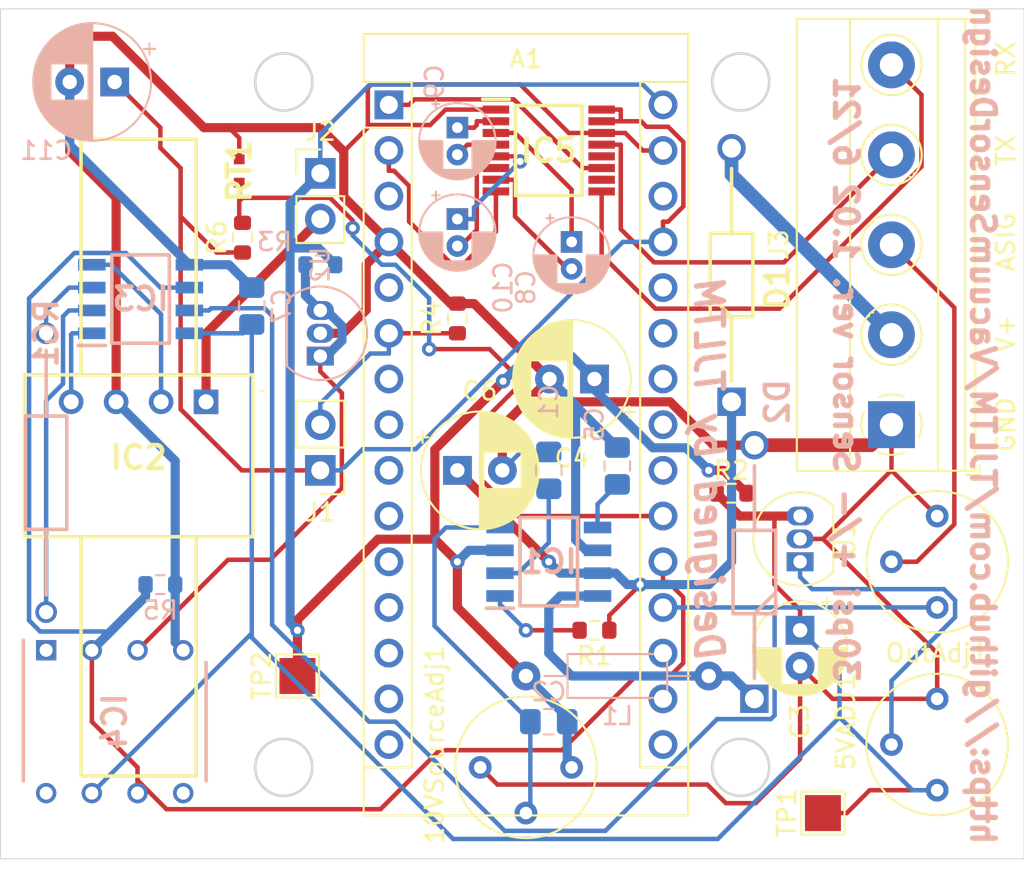
<source format=kicad_pcb>
(kicad_pcb (version 20171130) (host pcbnew "(5.1.9)-1")

  (general
    (thickness 1.6)
    (drawings 16)
    (tracks 354)
    (zones 0)
    (modules 38)
    (nets 34)
  )

  (page A4)
  (layers
    (0 F.Cu signal)
    (31 B.Cu signal)
    (32 B.Adhes user)
    (33 F.Adhes user)
    (34 B.Paste user)
    (35 F.Paste user)
    (36 B.SilkS user)
    (37 F.SilkS user)
    (38 B.Mask user)
    (39 F.Mask user)
    (40 Dwgs.User user)
    (41 Cmts.User user)
    (42 Eco1.User user)
    (43 Eco2.User user)
    (44 Edge.Cuts user)
    (45 Margin user)
    (46 B.CrtYd user)
    (47 F.CrtYd user)
    (48 B.Fab user)
    (49 F.Fab user)
  )

  (setup
    (last_trace_width 0.25)
    (user_trace_width 0.508)
    (user_trace_width 0.762)
    (trace_clearance 0.2)
    (zone_clearance 0.508)
    (zone_45_only no)
    (trace_min 0.2)
    (via_size 0.8)
    (via_drill 0.4)
    (via_min_size 0.4)
    (via_min_drill 0.3)
    (uvia_size 0.3)
    (uvia_drill 0.1)
    (uvias_allowed no)
    (uvia_min_size 0.2)
    (uvia_min_drill 0.1)
    (edge_width 0.05)
    (segment_width 0.2)
    (pcb_text_width 0.3)
    (pcb_text_size 1.5 1.5)
    (mod_edge_width 0.12)
    (mod_text_size 1 1)
    (mod_text_width 0.15)
    (pad_size 1.524 1.524)
    (pad_drill 0.762)
    (pad_to_mask_clearance 0)
    (aux_axis_origin 0 0)
    (grid_origin 76.2 127)
    (visible_elements 7FFFFFFF)
    (pcbplotparams
      (layerselection 0x010fc_ffffffff)
      (usegerberextensions false)
      (usegerberattributes true)
      (usegerberadvancedattributes true)
      (creategerberjobfile true)
      (excludeedgelayer true)
      (linewidth 0.100000)
      (plotframeref false)
      (viasonmask false)
      (mode 1)
      (useauxorigin false)
      (hpglpennumber 1)
      (hpglpenspeed 20)
      (hpglpendiameter 15.000000)
      (psnegative false)
      (psa4output false)
      (plotreference true)
      (plotvalue true)
      (plotinvisibletext false)
      (padsonsilk false)
      (subtractmaskfromsilk false)
      (outputformat 1)
      (mirror false)
      (drillshape 0)
      (scaleselection 1)
      (outputdirectory "C:/Users/tjltm/Desktop/1.02/"))
  )

  (net 0 "")
  (net 1 GND)
  (net 2 "Net-(C1-Pad1)")
  (net 3 +10V)
  (net 4 +VDC)
  (net 5 "Net-(10VSourceAdj1-Pad2)")
  (net 6 "Net-(IC1-Pad1)")
  (net 7 "Net-(D1-Pad2)")
  (net 8 "Net-(D2-Pad1)")
  (net 9 "Net-(IC2-Pad4)")
  (net 10 "Net-(IC2-Pad2)")
  (net 11 "Net-(IC2-Pad1)")
  (net 12 +5V)
  (net 13 "Net-(C5-Pad1)")
  (net 14 "Net-(IC4-Pad3)")
  (net 15 "Net-(5VADJ1-Pad2)")
  (net 16 "Net-(A1-Pad27)")
  (net 17 "Net-(A1-Pad6)")
  (net 18 "Net-(A1-Pad20)")
  (net 19 "Net-(A1-Pad19)")
  (net 20 "Net-(A1-Pad2)")
  (net 21 "Net-(A1-Pad1)")
  (net 22 "Net-(C8-Pad2)")
  (net 23 "Net-(C8-Pad1)")
  (net 24 "Net-(C9-Pad2)")
  (net 25 "Net-(C9-Pad1)")
  (net 26 "Net-(C10-Pad2)")
  (net 27 "Net-(C10-Pad1)")
  (net 28 "Net-(IC3-Pad3)")
  (net 29 "Net-(IC3-Pad2)")
  (net 30 "Net-(IC5-Pad13)")
  (net 31 "Net-(IC5-Pad9)")
  (net 32 "Net-(J3-Pad3)")
  (net 33 "Net-(A1-Pad21)")

  (net_class Default "This is the default net class."
    (clearance 0.2)
    (trace_width 0.25)
    (via_dia 0.8)
    (via_drill 0.4)
    (uvia_dia 0.3)
    (uvia_drill 0.1)
    (add_net +10V)
    (add_net +5V)
    (add_net +VDC)
    (add_net GND)
    (add_net "Net-(10VSourceAdj1-Pad2)")
    (add_net "Net-(5VADJ1-Pad2)")
    (add_net "Net-(A1-Pad1)")
    (add_net "Net-(A1-Pad19)")
    (add_net "Net-(A1-Pad2)")
    (add_net "Net-(A1-Pad20)")
    (add_net "Net-(A1-Pad21)")
    (add_net "Net-(A1-Pad27)")
    (add_net "Net-(A1-Pad6)")
    (add_net "Net-(C1-Pad1)")
    (add_net "Net-(C10-Pad1)")
    (add_net "Net-(C10-Pad2)")
    (add_net "Net-(C5-Pad1)")
    (add_net "Net-(C8-Pad1)")
    (add_net "Net-(C8-Pad2)")
    (add_net "Net-(C9-Pad1)")
    (add_net "Net-(C9-Pad2)")
    (add_net "Net-(D1-Pad2)")
    (add_net "Net-(D2-Pad1)")
    (add_net "Net-(IC1-Pad1)")
    (add_net "Net-(IC2-Pad1)")
    (add_net "Net-(IC2-Pad2)")
    (add_net "Net-(IC2-Pad4)")
    (add_net "Net-(IC3-Pad2)")
    (add_net "Net-(IC3-Pad3)")
    (add_net "Net-(IC4-Pad3)")
    (add_net "Net-(IC5-Pad13)")
    (add_net "Net-(IC5-Pad9)")
    (add_net "Net-(J3-Pad3)")
  )

  (module SamacSys_Parts:THRMC1005X55N (layer F.Cu) (tedit 0) (tstamp 60AE1FA2)
    (at 89.475 88.77 90)
    (descr 1005)
    (tags Thermistor)
    (path /60AE9AC1)
    (attr smd)
    (fp_text reference RT1 (at 0 0 90) (layer F.SilkS)
      (effects (font (size 1.27 1.27) (thickness 0.254)))
    )
    (fp_text value NTCSP103JF103FT1S (at 0 0 90) (layer F.SilkS) hide
      (effects (font (size 1.27 1.27) (thickness 0.254)))
    )
    (fp_text user %R (at 0 0 90) (layer F.Fab)
      (effects (font (size 1.27 1.27) (thickness 0.254)))
    )
    (fp_line (start -1.175 -0.55) (end 1.175 -0.55) (layer F.CrtYd) (width 0.05))
    (fp_line (start 1.175 -0.55) (end 1.175 0.55) (layer F.CrtYd) (width 0.05))
    (fp_line (start 1.175 0.55) (end -1.175 0.55) (layer F.CrtYd) (width 0.05))
    (fp_line (start -1.175 0.55) (end -1.175 -0.55) (layer F.CrtYd) (width 0.05))
    (fp_line (start -0.5 -0.25) (end 0.5 -0.25) (layer F.Fab) (width 0.1))
    (fp_line (start 0.5 -0.25) (end 0.5 0.25) (layer F.Fab) (width 0.1))
    (fp_line (start 0.5 0.25) (end -0.5 0.25) (layer F.Fab) (width 0.1))
    (fp_line (start -0.5 0.25) (end -0.5 -0.25) (layer F.Fab) (width 0.1))
    (fp_line (start 0 -0.15) (end 0 0.15) (layer F.SilkS) (width 0.2))
    (pad 2 smd rect (at 0.65 0 90) (size 0.55 0.6) (layers F.Cu F.Paste F.Mask)
      (net 1 GND))
    (pad 1 smd rect (at -0.65 0 90) (size 0.55 0.6) (layers F.Cu F.Paste F.Mask)
      (net 33 "Net-(A1-Pad21)"))
    (model C:\SamacSys_PCB_Library\KiCad\SamacSys_Parts.3dshapes\NTCSP103JF103FT1S.stp
      (at (xyz 0 0 0))
      (scale (xyz 1 1 1))
      (rotate (xyz 0 0 0))
    )
  )

  (module SamacSys_Parts:RESAD1550W60L630D230 (layer B.Cu) (tedit 0) (tstamp 60ACB2EE)
    (at 78.74 97.79 270)
    (descr "YR1 _1")
    (tags Resistor)
    (path /60AC0D1B)
    (fp_text reference RG1 (at 0 0 90) (layer B.SilkS)
      (effects (font (size 1.27 1.27) (thickness 0.254)) (justify mirror))
    )
    (fp_text value YR1B665RCC (at 0 0 90) (layer B.SilkS) hide
      (effects (font (size 1.27 1.27) (thickness 0.254)) (justify mirror))
    )
    (fp_text user %R (at 0 0 90) (layer B.Fab)
      (effects (font (size 1.27 1.27) (thickness 0.254)) (justify mirror))
    )
    (fp_line (start -0.85 1.5) (end 16.35 1.5) (layer B.CrtYd) (width 0.05))
    (fp_line (start 16.35 1.5) (end 16.35 -1.5) (layer B.CrtYd) (width 0.05))
    (fp_line (start 16.35 -1.5) (end -0.85 -1.5) (layer B.CrtYd) (width 0.05))
    (fp_line (start -0.85 -1.5) (end -0.85 1.5) (layer B.CrtYd) (width 0.05))
    (fp_line (start 4.6 1.15) (end 10.9 1.15) (layer B.Fab) (width 0.1))
    (fp_line (start 10.9 1.15) (end 10.9 -1.15) (layer B.Fab) (width 0.1))
    (fp_line (start 10.9 -1.15) (end 4.6 -1.15) (layer B.Fab) (width 0.1))
    (fp_line (start 4.6 -1.15) (end 4.6 1.15) (layer B.Fab) (width 0.1))
    (fp_line (start 0 0) (end 4.6 0) (layer B.Fab) (width 0.1))
    (fp_line (start 10.9 0) (end 15.5 0) (layer B.Fab) (width 0.1))
    (fp_line (start 4.6 1.15) (end 10.9 1.15) (layer B.SilkS) (width 0.2))
    (fp_line (start 10.9 1.15) (end 10.9 -1.15) (layer B.SilkS) (width 0.2))
    (fp_line (start 10.9 -1.15) (end 4.6 -1.15) (layer B.SilkS) (width 0.2))
    (fp_line (start 4.6 -1.15) (end 4.6 1.15) (layer B.SilkS) (width 0.2))
    (fp_line (start 0.95 0) (end 4.6 0) (layer B.SilkS) (width 0.2))
    (fp_line (start 10.9 0) (end 14.55 0) (layer B.SilkS) (width 0.2))
    (pad 2 thru_hole circle (at 15.5 0 270) (size 1.2 1.2) (drill 0.8) (layers *.Cu *.Mask)
      (net 29 "Net-(IC3-Pad2)"))
    (pad 1 thru_hole circle (at 0 0 270) (size 1.2 1.2) (drill 0.8) (layers *.Cu *.Mask)
      (net 28 "Net-(IC3-Pad3)"))
    (model C:\SamacSys_PCB_Library\KiCad\SamacSys_Parts.3dshapes\YR1B665RCC.stp
      (at (xyz 0 0 0))
      (scale (xyz 1 1 1))
      (rotate (xyz 0 0 0))
    )
  )

  (module Resistor_SMD:R_0603_1608Metric (layer F.Cu) (tedit 5F68FEEE) (tstamp 60AE1F7C)
    (at 89.655 92.475 90)
    (descr "Resistor SMD 0603 (1608 Metric), square (rectangular) end terminal, IPC_7351 nominal, (Body size source: IPC-SM-782 page 72, https://www.pcb-3d.com/wordpress/wp-content/uploads/ipc-sm-782a_amendment_1_and_2.pdf), generated with kicad-footprint-generator")
    (tags resistor)
    (path /60AEB0CA)
    (attr smd)
    (fp_text reference R6 (at 0 -1.43 90) (layer F.SilkS)
      (effects (font (size 1 1) (thickness 0.15)))
    )
    (fp_text value 10k (at 0 1.43 90) (layer F.Fab)
      (effects (font (size 1 1) (thickness 0.15)))
    )
    (fp_text user %R (at 0 0 90) (layer F.Fab)
      (effects (font (size 0.4 0.4) (thickness 0.06)))
    )
    (fp_line (start -0.8 0.4125) (end -0.8 -0.4125) (layer F.Fab) (width 0.1))
    (fp_line (start -0.8 -0.4125) (end 0.8 -0.4125) (layer F.Fab) (width 0.1))
    (fp_line (start 0.8 -0.4125) (end 0.8 0.4125) (layer F.Fab) (width 0.1))
    (fp_line (start 0.8 0.4125) (end -0.8 0.4125) (layer F.Fab) (width 0.1))
    (fp_line (start -0.237258 -0.5225) (end 0.237258 -0.5225) (layer F.SilkS) (width 0.12))
    (fp_line (start -0.237258 0.5225) (end 0.237258 0.5225) (layer F.SilkS) (width 0.12))
    (fp_line (start -1.48 0.73) (end -1.48 -0.73) (layer F.CrtYd) (width 0.05))
    (fp_line (start -1.48 -0.73) (end 1.48 -0.73) (layer F.CrtYd) (width 0.05))
    (fp_line (start 1.48 -0.73) (end 1.48 0.73) (layer F.CrtYd) (width 0.05))
    (fp_line (start 1.48 0.73) (end -1.48 0.73) (layer F.CrtYd) (width 0.05))
    (pad 2 smd roundrect (at 0.825 0 90) (size 0.8 0.95) (layers F.Cu F.Paste F.Mask) (roundrect_rratio 0.25)
      (net 33 "Net-(A1-Pad21)"))
    (pad 1 smd roundrect (at -0.825 0 90) (size 0.8 0.95) (layers F.Cu F.Paste F.Mask) (roundrect_rratio 0.25)
      (net 16 "Net-(A1-Pad27)"))
    (model ${KISYS3DMOD}/Resistor_SMD.3dshapes/R_0603_1608Metric.wrl
      (at (xyz 0 0 0))
      (scale (xyz 1 1 1))
      (rotate (xyz 0 0 0))
    )
  )

  (module SamacSys_Parts:SOP65P640X120-16N (layer F.Cu) (tedit 0) (tstamp 60ACB173)
    (at 106.68 87.63)
    (descr "16 PIN TSSOP")
    (tags "Integrated Circuit")
    (path /60AC8723)
    (attr smd)
    (fp_text reference IC5 (at 0 0) (layer F.SilkS)
      (effects (font (size 1.27 1.27) (thickness 0.254)))
    )
    (fp_text value SP3220EBEY-L_TR (at 0 0) (layer F.SilkS) hide
      (effects (font (size 1.27 1.27) (thickness 0.254)))
    )
    (fp_text user %R (at 0 0) (layer F.Fab)
      (effects (font (size 1.27 1.27) (thickness 0.254)))
    )
    (fp_line (start -3.925 -2.8) (end 3.925 -2.8) (layer F.CrtYd) (width 0.05))
    (fp_line (start 3.925 -2.8) (end 3.925 2.8) (layer F.CrtYd) (width 0.05))
    (fp_line (start 3.925 2.8) (end -3.925 2.8) (layer F.CrtYd) (width 0.05))
    (fp_line (start -3.925 2.8) (end -3.925 -2.8) (layer F.CrtYd) (width 0.05))
    (fp_line (start -2.2 -2.5) (end 2.2 -2.5) (layer F.Fab) (width 0.1))
    (fp_line (start 2.2 -2.5) (end 2.2 2.5) (layer F.Fab) (width 0.1))
    (fp_line (start 2.2 2.5) (end -2.2 2.5) (layer F.Fab) (width 0.1))
    (fp_line (start -2.2 2.5) (end -2.2 -2.5) (layer F.Fab) (width 0.1))
    (fp_line (start -2.2 -1.85) (end -1.55 -2.5) (layer F.Fab) (width 0.1))
    (fp_line (start -1.85 -2.5) (end 1.85 -2.5) (layer F.SilkS) (width 0.2))
    (fp_line (start 1.85 -2.5) (end 1.85 2.5) (layer F.SilkS) (width 0.2))
    (fp_line (start 1.85 2.5) (end -1.85 2.5) (layer F.SilkS) (width 0.2))
    (fp_line (start -1.85 2.5) (end -1.85 -2.5) (layer F.SilkS) (width 0.2))
    (fp_line (start -3.675 -2.85) (end -2.2 -2.85) (layer F.SilkS) (width 0.2))
    (pad 16 smd rect (at 2.938 -2.275 90) (size 0.45 1.475) (layers F.Cu F.Paste F.Mask)
      (net 16 "Net-(A1-Pad27)"))
    (pad 15 smd rect (at 2.938 -1.625 90) (size 0.45 1.475) (layers F.Cu F.Paste F.Mask)
      (net 16 "Net-(A1-Pad27)"))
    (pad 14 smd rect (at 2.938 -0.975 90) (size 0.45 1.475) (layers F.Cu F.Paste F.Mask)
      (net 1 GND))
    (pad 13 smd rect (at 2.938 -0.325 90) (size 0.45 1.475) (layers F.Cu F.Paste F.Mask)
      (net 30 "Net-(IC5-Pad13)"))
    (pad 12 smd rect (at 2.938 0.325 90) (size 0.45 1.475) (layers F.Cu F.Paste F.Mask))
    (pad 11 smd rect (at 2.938 0.975 90) (size 0.45 1.475) (layers F.Cu F.Paste F.Mask)
      (net 21 "Net-(A1-Pad1)"))
    (pad 10 smd rect (at 2.938 1.625 90) (size 0.45 1.475) (layers F.Cu F.Paste F.Mask))
    (pad 9 smd rect (at 2.938 2.275 90) (size 0.45 1.475) (layers F.Cu F.Paste F.Mask)
      (net 31 "Net-(IC5-Pad9)"))
    (pad 8 smd rect (at -2.938 2.275 90) (size 0.45 1.475) (layers F.Cu F.Paste F.Mask)
      (net 20 "Net-(A1-Pad2)"))
    (pad 7 smd rect (at -2.938 1.625 90) (size 0.45 1.475) (layers F.Cu F.Paste F.Mask)
      (net 22 "Net-(C8-Pad2)"))
    (pad 6 smd rect (at -2.938 0.975 90) (size 0.45 1.475) (layers F.Cu F.Paste F.Mask)
      (net 26 "Net-(C10-Pad2)"))
    (pad 5 smd rect (at -2.938 0.325 90) (size 0.45 1.475) (layers F.Cu F.Paste F.Mask)
      (net 27 "Net-(C10-Pad1)"))
    (pad 4 smd rect (at -2.938 -0.325 90) (size 0.45 1.475) (layers F.Cu F.Paste F.Mask)
      (net 24 "Net-(C9-Pad2)"))
    (pad 3 smd rect (at -2.938 -0.975 90) (size 0.45 1.475) (layers F.Cu F.Paste F.Mask)
      (net 23 "Net-(C8-Pad1)"))
    (pad 2 smd rect (at -2.938 -1.625 90) (size 0.45 1.475) (layers F.Cu F.Paste F.Mask)
      (net 25 "Net-(C9-Pad1)"))
    (pad 1 smd rect (at -2.938 -2.275 90) (size 0.45 1.475) (layers F.Cu F.Paste F.Mask)
      (net 1 GND))
    (model C:\SamacSys_PCB_Library\KiCad\SamacSys_Parts.3dshapes\SP3220EBEY-L_TR.stp
      (at (xyz 0 0 0))
      (scale (xyz 1 1 1))
      (rotate (xyz 0 0 0))
    )
  )

  (module Capacitor_THT:CP_Radial_D4.0mm_P1.50mm (layer B.Cu) (tedit 5AE50EF0) (tstamp 60ACAF6E)
    (at 101.6 91.44 270)
    (descr "CP, Radial series, Radial, pin pitch=1.50mm, , diameter=4mm, Electrolytic Capacitor")
    (tags "CP Radial series Radial pin pitch 1.50mm  diameter 4mm Electrolytic Capacitor")
    (path /60AF8ACD)
    (fp_text reference C10 (at 3.81 -2.54 90) (layer B.SilkS)
      (effects (font (size 1 1) (thickness 0.15)) (justify mirror))
    )
    (fp_text value 0.22uF (at 0.75 -3.25 90) (layer B.Fab)
      (effects (font (size 1 1) (thickness 0.15)) (justify mirror))
    )
    (fp_circle (center 0.75 0) (end 2.75 0) (layer B.Fab) (width 0.1))
    (fp_circle (center 0.75 0) (end 2.87 0) (layer B.SilkS) (width 0.12))
    (fp_circle (center 0.75 0) (end 3 0) (layer B.CrtYd) (width 0.05))
    (fp_line (start -0.952554 0.8675) (end -0.552554 0.8675) (layer B.Fab) (width 0.1))
    (fp_line (start -0.752554 1.0675) (end -0.752554 0.6675) (layer B.Fab) (width 0.1))
    (fp_line (start 0.75 -0.84) (end 0.75 -2.08) (layer B.SilkS) (width 0.12))
    (fp_line (start 0.75 2.08) (end 0.75 0.84) (layer B.SilkS) (width 0.12))
    (fp_line (start 0.79 -0.84) (end 0.79 -2.08) (layer B.SilkS) (width 0.12))
    (fp_line (start 0.79 2.08) (end 0.79 0.84) (layer B.SilkS) (width 0.12))
    (fp_line (start 0.83 -0.84) (end 0.83 -2.079) (layer B.SilkS) (width 0.12))
    (fp_line (start 0.83 2.079) (end 0.83 0.84) (layer B.SilkS) (width 0.12))
    (fp_line (start 0.87 2.077) (end 0.87 0.84) (layer B.SilkS) (width 0.12))
    (fp_line (start 0.87 -0.84) (end 0.87 -2.077) (layer B.SilkS) (width 0.12))
    (fp_line (start 0.91 2.074) (end 0.91 0.84) (layer B.SilkS) (width 0.12))
    (fp_line (start 0.91 -0.84) (end 0.91 -2.074) (layer B.SilkS) (width 0.12))
    (fp_line (start 0.95 2.071) (end 0.95 0.84) (layer B.SilkS) (width 0.12))
    (fp_line (start 0.95 -0.84) (end 0.95 -2.071) (layer B.SilkS) (width 0.12))
    (fp_line (start 0.99 2.067) (end 0.99 0.84) (layer B.SilkS) (width 0.12))
    (fp_line (start 0.99 -0.84) (end 0.99 -2.067) (layer B.SilkS) (width 0.12))
    (fp_line (start 1.03 2.062) (end 1.03 0.84) (layer B.SilkS) (width 0.12))
    (fp_line (start 1.03 -0.84) (end 1.03 -2.062) (layer B.SilkS) (width 0.12))
    (fp_line (start 1.07 2.056) (end 1.07 0.84) (layer B.SilkS) (width 0.12))
    (fp_line (start 1.07 -0.84) (end 1.07 -2.056) (layer B.SilkS) (width 0.12))
    (fp_line (start 1.11 2.05) (end 1.11 0.84) (layer B.SilkS) (width 0.12))
    (fp_line (start 1.11 -0.84) (end 1.11 -2.05) (layer B.SilkS) (width 0.12))
    (fp_line (start 1.15 2.042) (end 1.15 0.84) (layer B.SilkS) (width 0.12))
    (fp_line (start 1.15 -0.84) (end 1.15 -2.042) (layer B.SilkS) (width 0.12))
    (fp_line (start 1.19 2.034) (end 1.19 0.84) (layer B.SilkS) (width 0.12))
    (fp_line (start 1.19 -0.84) (end 1.19 -2.034) (layer B.SilkS) (width 0.12))
    (fp_line (start 1.23 2.025) (end 1.23 0.84) (layer B.SilkS) (width 0.12))
    (fp_line (start 1.23 -0.84) (end 1.23 -2.025) (layer B.SilkS) (width 0.12))
    (fp_line (start 1.27 2.016) (end 1.27 0.84) (layer B.SilkS) (width 0.12))
    (fp_line (start 1.27 -0.84) (end 1.27 -2.016) (layer B.SilkS) (width 0.12))
    (fp_line (start 1.31 2.005) (end 1.31 0.84) (layer B.SilkS) (width 0.12))
    (fp_line (start 1.31 -0.84) (end 1.31 -2.005) (layer B.SilkS) (width 0.12))
    (fp_line (start 1.35 1.994) (end 1.35 0.84) (layer B.SilkS) (width 0.12))
    (fp_line (start 1.35 -0.84) (end 1.35 -1.994) (layer B.SilkS) (width 0.12))
    (fp_line (start 1.39 1.982) (end 1.39 0.84) (layer B.SilkS) (width 0.12))
    (fp_line (start 1.39 -0.84) (end 1.39 -1.982) (layer B.SilkS) (width 0.12))
    (fp_line (start 1.43 1.968) (end 1.43 0.84) (layer B.SilkS) (width 0.12))
    (fp_line (start 1.43 -0.84) (end 1.43 -1.968) (layer B.SilkS) (width 0.12))
    (fp_line (start 1.471 1.954) (end 1.471 0.84) (layer B.SilkS) (width 0.12))
    (fp_line (start 1.471 -0.84) (end 1.471 -1.954) (layer B.SilkS) (width 0.12))
    (fp_line (start 1.511 1.94) (end 1.511 0.84) (layer B.SilkS) (width 0.12))
    (fp_line (start 1.511 -0.84) (end 1.511 -1.94) (layer B.SilkS) (width 0.12))
    (fp_line (start 1.551 1.924) (end 1.551 0.84) (layer B.SilkS) (width 0.12))
    (fp_line (start 1.551 -0.84) (end 1.551 -1.924) (layer B.SilkS) (width 0.12))
    (fp_line (start 1.591 1.907) (end 1.591 0.84) (layer B.SilkS) (width 0.12))
    (fp_line (start 1.591 -0.84) (end 1.591 -1.907) (layer B.SilkS) (width 0.12))
    (fp_line (start 1.631 1.889) (end 1.631 0.84) (layer B.SilkS) (width 0.12))
    (fp_line (start 1.631 -0.84) (end 1.631 -1.889) (layer B.SilkS) (width 0.12))
    (fp_line (start 1.671 1.87) (end 1.671 0.84) (layer B.SilkS) (width 0.12))
    (fp_line (start 1.671 -0.84) (end 1.671 -1.87) (layer B.SilkS) (width 0.12))
    (fp_line (start 1.711 1.851) (end 1.711 0.84) (layer B.SilkS) (width 0.12))
    (fp_line (start 1.711 -0.84) (end 1.711 -1.851) (layer B.SilkS) (width 0.12))
    (fp_line (start 1.751 1.83) (end 1.751 0.84) (layer B.SilkS) (width 0.12))
    (fp_line (start 1.751 -0.84) (end 1.751 -1.83) (layer B.SilkS) (width 0.12))
    (fp_line (start 1.791 1.808) (end 1.791 0.84) (layer B.SilkS) (width 0.12))
    (fp_line (start 1.791 -0.84) (end 1.791 -1.808) (layer B.SilkS) (width 0.12))
    (fp_line (start 1.831 1.785) (end 1.831 0.84) (layer B.SilkS) (width 0.12))
    (fp_line (start 1.831 -0.84) (end 1.831 -1.785) (layer B.SilkS) (width 0.12))
    (fp_line (start 1.871 1.76) (end 1.871 0.84) (layer B.SilkS) (width 0.12))
    (fp_line (start 1.871 -0.84) (end 1.871 -1.76) (layer B.SilkS) (width 0.12))
    (fp_line (start 1.911 1.735) (end 1.911 0.84) (layer B.SilkS) (width 0.12))
    (fp_line (start 1.911 -0.84) (end 1.911 -1.735) (layer B.SilkS) (width 0.12))
    (fp_line (start 1.951 1.708) (end 1.951 0.84) (layer B.SilkS) (width 0.12))
    (fp_line (start 1.951 -0.84) (end 1.951 -1.708) (layer B.SilkS) (width 0.12))
    (fp_line (start 1.991 1.68) (end 1.991 0.84) (layer B.SilkS) (width 0.12))
    (fp_line (start 1.991 -0.84) (end 1.991 -1.68) (layer B.SilkS) (width 0.12))
    (fp_line (start 2.031 1.65) (end 2.031 0.84) (layer B.SilkS) (width 0.12))
    (fp_line (start 2.031 -0.84) (end 2.031 -1.65) (layer B.SilkS) (width 0.12))
    (fp_line (start 2.071 1.619) (end 2.071 0.84) (layer B.SilkS) (width 0.12))
    (fp_line (start 2.071 -0.84) (end 2.071 -1.619) (layer B.SilkS) (width 0.12))
    (fp_line (start 2.111 1.587) (end 2.111 0.84) (layer B.SilkS) (width 0.12))
    (fp_line (start 2.111 -0.84) (end 2.111 -1.587) (layer B.SilkS) (width 0.12))
    (fp_line (start 2.151 1.552) (end 2.151 0.84) (layer B.SilkS) (width 0.12))
    (fp_line (start 2.151 -0.84) (end 2.151 -1.552) (layer B.SilkS) (width 0.12))
    (fp_line (start 2.191 1.516) (end 2.191 0.84) (layer B.SilkS) (width 0.12))
    (fp_line (start 2.191 -0.84) (end 2.191 -1.516) (layer B.SilkS) (width 0.12))
    (fp_line (start 2.231 1.478) (end 2.231 0.84) (layer B.SilkS) (width 0.12))
    (fp_line (start 2.231 -0.84) (end 2.231 -1.478) (layer B.SilkS) (width 0.12))
    (fp_line (start 2.271 1.438) (end 2.271 0.84) (layer B.SilkS) (width 0.12))
    (fp_line (start 2.271 -0.84) (end 2.271 -1.438) (layer B.SilkS) (width 0.12))
    (fp_line (start 2.311 1.396) (end 2.311 0.84) (layer B.SilkS) (width 0.12))
    (fp_line (start 2.311 -0.84) (end 2.311 -1.396) (layer B.SilkS) (width 0.12))
    (fp_line (start 2.351 1.351) (end 2.351 -1.351) (layer B.SilkS) (width 0.12))
    (fp_line (start 2.391 1.304) (end 2.391 -1.304) (layer B.SilkS) (width 0.12))
    (fp_line (start 2.431 1.254) (end 2.431 -1.254) (layer B.SilkS) (width 0.12))
    (fp_line (start 2.471 1.2) (end 2.471 -1.2) (layer B.SilkS) (width 0.12))
    (fp_line (start 2.511 1.142) (end 2.511 -1.142) (layer B.SilkS) (width 0.12))
    (fp_line (start 2.551 1.08) (end 2.551 -1.08) (layer B.SilkS) (width 0.12))
    (fp_line (start 2.591 1.013) (end 2.591 -1.013) (layer B.SilkS) (width 0.12))
    (fp_line (start 2.631 0.94) (end 2.631 -0.94) (layer B.SilkS) (width 0.12))
    (fp_line (start 2.671 0.859) (end 2.671 -0.859) (layer B.SilkS) (width 0.12))
    (fp_line (start 2.711 0.768) (end 2.711 -0.768) (layer B.SilkS) (width 0.12))
    (fp_line (start 2.751 0.664) (end 2.751 -0.664) (layer B.SilkS) (width 0.12))
    (fp_line (start 2.791 0.537) (end 2.791 -0.537) (layer B.SilkS) (width 0.12))
    (fp_line (start 2.831 0.37) (end 2.831 -0.37) (layer B.SilkS) (width 0.12))
    (fp_line (start -1.519801 1.195) (end -1.119801 1.195) (layer B.SilkS) (width 0.12))
    (fp_line (start -1.319801 1.395) (end -1.319801 0.995) (layer B.SilkS) (width 0.12))
    (fp_text user %R (at 0.75 0 90) (layer B.Fab)
      (effects (font (size 0.8 0.8) (thickness 0.12)) (justify mirror))
    )
    (pad 1 thru_hole rect (at 0 0 270) (size 1.2 1.2) (drill 0.6) (layers *.Cu *.Mask)
      (net 27 "Net-(C10-Pad1)"))
    (pad 2 thru_hole circle (at 1.5 0 270) (size 1.2 1.2) (drill 0.6) (layers *.Cu *.Mask)
      (net 26 "Net-(C10-Pad2)"))
    (model ${KISYS3DMOD}/Capacitor_THT.3dshapes/CP_Radial_D4.0mm_P1.50mm.wrl
      (at (xyz 0 0 0))
      (scale (xyz 1 1 1))
      (rotate (xyz 0 0 0))
    )
  )

  (module Capacitor_THT:CP_Radial_D4.0mm_P1.50mm (layer B.Cu) (tedit 5AE50EF0) (tstamp 60ACAEDA)
    (at 101.6 86.36 270)
    (descr "CP, Radial series, Radial, pin pitch=1.50mm, , diameter=4mm, Electrolytic Capacitor")
    (tags "CP Radial series Radial pin pitch 1.50mm  diameter 4mm Electrolytic Capacitor")
    (path /60ADB335)
    (fp_text reference C9 (at -2.54 1.27 90) (layer B.SilkS)
      (effects (font (size 1 1) (thickness 0.15)) (justify mirror))
    )
    (fp_text value 0.22uF (at 0.75 -3.25 90) (layer B.Fab)
      (effects (font (size 1 1) (thickness 0.15)) (justify mirror))
    )
    (fp_circle (center 0.75 0) (end 2.75 0) (layer B.Fab) (width 0.1))
    (fp_circle (center 0.75 0) (end 2.87 0) (layer B.SilkS) (width 0.12))
    (fp_circle (center 0.75 0) (end 3 0) (layer B.CrtYd) (width 0.05))
    (fp_line (start -0.952554 0.8675) (end -0.552554 0.8675) (layer B.Fab) (width 0.1))
    (fp_line (start -0.752554 1.0675) (end -0.752554 0.6675) (layer B.Fab) (width 0.1))
    (fp_line (start 0.75 -0.84) (end 0.75 -2.08) (layer B.SilkS) (width 0.12))
    (fp_line (start 0.75 2.08) (end 0.75 0.84) (layer B.SilkS) (width 0.12))
    (fp_line (start 0.79 -0.84) (end 0.79 -2.08) (layer B.SilkS) (width 0.12))
    (fp_line (start 0.79 2.08) (end 0.79 0.84) (layer B.SilkS) (width 0.12))
    (fp_line (start 0.83 -0.84) (end 0.83 -2.079) (layer B.SilkS) (width 0.12))
    (fp_line (start 0.83 2.079) (end 0.83 0.84) (layer B.SilkS) (width 0.12))
    (fp_line (start 0.87 2.077) (end 0.87 0.84) (layer B.SilkS) (width 0.12))
    (fp_line (start 0.87 -0.84) (end 0.87 -2.077) (layer B.SilkS) (width 0.12))
    (fp_line (start 0.91 2.074) (end 0.91 0.84) (layer B.SilkS) (width 0.12))
    (fp_line (start 0.91 -0.84) (end 0.91 -2.074) (layer B.SilkS) (width 0.12))
    (fp_line (start 0.95 2.071) (end 0.95 0.84) (layer B.SilkS) (width 0.12))
    (fp_line (start 0.95 -0.84) (end 0.95 -2.071) (layer B.SilkS) (width 0.12))
    (fp_line (start 0.99 2.067) (end 0.99 0.84) (layer B.SilkS) (width 0.12))
    (fp_line (start 0.99 -0.84) (end 0.99 -2.067) (layer B.SilkS) (width 0.12))
    (fp_line (start 1.03 2.062) (end 1.03 0.84) (layer B.SilkS) (width 0.12))
    (fp_line (start 1.03 -0.84) (end 1.03 -2.062) (layer B.SilkS) (width 0.12))
    (fp_line (start 1.07 2.056) (end 1.07 0.84) (layer B.SilkS) (width 0.12))
    (fp_line (start 1.07 -0.84) (end 1.07 -2.056) (layer B.SilkS) (width 0.12))
    (fp_line (start 1.11 2.05) (end 1.11 0.84) (layer B.SilkS) (width 0.12))
    (fp_line (start 1.11 -0.84) (end 1.11 -2.05) (layer B.SilkS) (width 0.12))
    (fp_line (start 1.15 2.042) (end 1.15 0.84) (layer B.SilkS) (width 0.12))
    (fp_line (start 1.15 -0.84) (end 1.15 -2.042) (layer B.SilkS) (width 0.12))
    (fp_line (start 1.19 2.034) (end 1.19 0.84) (layer B.SilkS) (width 0.12))
    (fp_line (start 1.19 -0.84) (end 1.19 -2.034) (layer B.SilkS) (width 0.12))
    (fp_line (start 1.23 2.025) (end 1.23 0.84) (layer B.SilkS) (width 0.12))
    (fp_line (start 1.23 -0.84) (end 1.23 -2.025) (layer B.SilkS) (width 0.12))
    (fp_line (start 1.27 2.016) (end 1.27 0.84) (layer B.SilkS) (width 0.12))
    (fp_line (start 1.27 -0.84) (end 1.27 -2.016) (layer B.SilkS) (width 0.12))
    (fp_line (start 1.31 2.005) (end 1.31 0.84) (layer B.SilkS) (width 0.12))
    (fp_line (start 1.31 -0.84) (end 1.31 -2.005) (layer B.SilkS) (width 0.12))
    (fp_line (start 1.35 1.994) (end 1.35 0.84) (layer B.SilkS) (width 0.12))
    (fp_line (start 1.35 -0.84) (end 1.35 -1.994) (layer B.SilkS) (width 0.12))
    (fp_line (start 1.39 1.982) (end 1.39 0.84) (layer B.SilkS) (width 0.12))
    (fp_line (start 1.39 -0.84) (end 1.39 -1.982) (layer B.SilkS) (width 0.12))
    (fp_line (start 1.43 1.968) (end 1.43 0.84) (layer B.SilkS) (width 0.12))
    (fp_line (start 1.43 -0.84) (end 1.43 -1.968) (layer B.SilkS) (width 0.12))
    (fp_line (start 1.471 1.954) (end 1.471 0.84) (layer B.SilkS) (width 0.12))
    (fp_line (start 1.471 -0.84) (end 1.471 -1.954) (layer B.SilkS) (width 0.12))
    (fp_line (start 1.511 1.94) (end 1.511 0.84) (layer B.SilkS) (width 0.12))
    (fp_line (start 1.511 -0.84) (end 1.511 -1.94) (layer B.SilkS) (width 0.12))
    (fp_line (start 1.551 1.924) (end 1.551 0.84) (layer B.SilkS) (width 0.12))
    (fp_line (start 1.551 -0.84) (end 1.551 -1.924) (layer B.SilkS) (width 0.12))
    (fp_line (start 1.591 1.907) (end 1.591 0.84) (layer B.SilkS) (width 0.12))
    (fp_line (start 1.591 -0.84) (end 1.591 -1.907) (layer B.SilkS) (width 0.12))
    (fp_line (start 1.631 1.889) (end 1.631 0.84) (layer B.SilkS) (width 0.12))
    (fp_line (start 1.631 -0.84) (end 1.631 -1.889) (layer B.SilkS) (width 0.12))
    (fp_line (start 1.671 1.87) (end 1.671 0.84) (layer B.SilkS) (width 0.12))
    (fp_line (start 1.671 -0.84) (end 1.671 -1.87) (layer B.SilkS) (width 0.12))
    (fp_line (start 1.711 1.851) (end 1.711 0.84) (layer B.SilkS) (width 0.12))
    (fp_line (start 1.711 -0.84) (end 1.711 -1.851) (layer B.SilkS) (width 0.12))
    (fp_line (start 1.751 1.83) (end 1.751 0.84) (layer B.SilkS) (width 0.12))
    (fp_line (start 1.751 -0.84) (end 1.751 -1.83) (layer B.SilkS) (width 0.12))
    (fp_line (start 1.791 1.808) (end 1.791 0.84) (layer B.SilkS) (width 0.12))
    (fp_line (start 1.791 -0.84) (end 1.791 -1.808) (layer B.SilkS) (width 0.12))
    (fp_line (start 1.831 1.785) (end 1.831 0.84) (layer B.SilkS) (width 0.12))
    (fp_line (start 1.831 -0.84) (end 1.831 -1.785) (layer B.SilkS) (width 0.12))
    (fp_line (start 1.871 1.76) (end 1.871 0.84) (layer B.SilkS) (width 0.12))
    (fp_line (start 1.871 -0.84) (end 1.871 -1.76) (layer B.SilkS) (width 0.12))
    (fp_line (start 1.911 1.735) (end 1.911 0.84) (layer B.SilkS) (width 0.12))
    (fp_line (start 1.911 -0.84) (end 1.911 -1.735) (layer B.SilkS) (width 0.12))
    (fp_line (start 1.951 1.708) (end 1.951 0.84) (layer B.SilkS) (width 0.12))
    (fp_line (start 1.951 -0.84) (end 1.951 -1.708) (layer B.SilkS) (width 0.12))
    (fp_line (start 1.991 1.68) (end 1.991 0.84) (layer B.SilkS) (width 0.12))
    (fp_line (start 1.991 -0.84) (end 1.991 -1.68) (layer B.SilkS) (width 0.12))
    (fp_line (start 2.031 1.65) (end 2.031 0.84) (layer B.SilkS) (width 0.12))
    (fp_line (start 2.031 -0.84) (end 2.031 -1.65) (layer B.SilkS) (width 0.12))
    (fp_line (start 2.071 1.619) (end 2.071 0.84) (layer B.SilkS) (width 0.12))
    (fp_line (start 2.071 -0.84) (end 2.071 -1.619) (layer B.SilkS) (width 0.12))
    (fp_line (start 2.111 1.587) (end 2.111 0.84) (layer B.SilkS) (width 0.12))
    (fp_line (start 2.111 -0.84) (end 2.111 -1.587) (layer B.SilkS) (width 0.12))
    (fp_line (start 2.151 1.552) (end 2.151 0.84) (layer B.SilkS) (width 0.12))
    (fp_line (start 2.151 -0.84) (end 2.151 -1.552) (layer B.SilkS) (width 0.12))
    (fp_line (start 2.191 1.516) (end 2.191 0.84) (layer B.SilkS) (width 0.12))
    (fp_line (start 2.191 -0.84) (end 2.191 -1.516) (layer B.SilkS) (width 0.12))
    (fp_line (start 2.231 1.478) (end 2.231 0.84) (layer B.SilkS) (width 0.12))
    (fp_line (start 2.231 -0.84) (end 2.231 -1.478) (layer B.SilkS) (width 0.12))
    (fp_line (start 2.271 1.438) (end 2.271 0.84) (layer B.SilkS) (width 0.12))
    (fp_line (start 2.271 -0.84) (end 2.271 -1.438) (layer B.SilkS) (width 0.12))
    (fp_line (start 2.311 1.396) (end 2.311 0.84) (layer B.SilkS) (width 0.12))
    (fp_line (start 2.311 -0.84) (end 2.311 -1.396) (layer B.SilkS) (width 0.12))
    (fp_line (start 2.351 1.351) (end 2.351 -1.351) (layer B.SilkS) (width 0.12))
    (fp_line (start 2.391 1.304) (end 2.391 -1.304) (layer B.SilkS) (width 0.12))
    (fp_line (start 2.431 1.254) (end 2.431 -1.254) (layer B.SilkS) (width 0.12))
    (fp_line (start 2.471 1.2) (end 2.471 -1.2) (layer B.SilkS) (width 0.12))
    (fp_line (start 2.511 1.142) (end 2.511 -1.142) (layer B.SilkS) (width 0.12))
    (fp_line (start 2.551 1.08) (end 2.551 -1.08) (layer B.SilkS) (width 0.12))
    (fp_line (start 2.591 1.013) (end 2.591 -1.013) (layer B.SilkS) (width 0.12))
    (fp_line (start 2.631 0.94) (end 2.631 -0.94) (layer B.SilkS) (width 0.12))
    (fp_line (start 2.671 0.859) (end 2.671 -0.859) (layer B.SilkS) (width 0.12))
    (fp_line (start 2.711 0.768) (end 2.711 -0.768) (layer B.SilkS) (width 0.12))
    (fp_line (start 2.751 0.664) (end 2.751 -0.664) (layer B.SilkS) (width 0.12))
    (fp_line (start 2.791 0.537) (end 2.791 -0.537) (layer B.SilkS) (width 0.12))
    (fp_line (start 2.831 0.37) (end 2.831 -0.37) (layer B.SilkS) (width 0.12))
    (fp_line (start -1.519801 1.195) (end -1.119801 1.195) (layer B.SilkS) (width 0.12))
    (fp_line (start -1.319801 1.395) (end -1.319801 0.995) (layer B.SilkS) (width 0.12))
    (fp_text user %R (at 0.75 0 90) (layer B.Fab)
      (effects (font (size 0.8 0.8) (thickness 0.12)) (justify mirror))
    )
    (pad 1 thru_hole rect (at 0 0 270) (size 1.2 1.2) (drill 0.6) (layers *.Cu *.Mask)
      (net 25 "Net-(C9-Pad1)"))
    (pad 2 thru_hole circle (at 1.5 0 270) (size 1.2 1.2) (drill 0.6) (layers *.Cu *.Mask)
      (net 24 "Net-(C9-Pad2)"))
    (model ${KISYS3DMOD}/Capacitor_THT.3dshapes/CP_Radial_D4.0mm_P1.50mm.wrl
      (at (xyz 0 0 0))
      (scale (xyz 1 1 1))
      (rotate (xyz 0 0 0))
    )
  )

  (module Capacitor_THT:CP_Radial_D4.0mm_P1.50mm (layer B.Cu) (tedit 5AE50EF0) (tstamp 60ACAE46)
    (at 107.95 92.71 270)
    (descr "CP, Radial series, Radial, pin pitch=1.50mm, , diameter=4mm, Electrolytic Capacitor")
    (tags "CP Radial series Radial pin pitch 1.50mm  diameter 4mm Electrolytic Capacitor")
    (path /60AF8D7C)
    (fp_text reference C8 (at 2.54 2.54 90) (layer B.SilkS)
      (effects (font (size 1 1) (thickness 0.15)) (justify mirror))
    )
    (fp_text value 0.22uF (at 0.75 -3.25 90) (layer B.Fab)
      (effects (font (size 1 1) (thickness 0.15)) (justify mirror))
    )
    (fp_circle (center 0.75 0) (end 2.75 0) (layer B.Fab) (width 0.1))
    (fp_circle (center 0.75 0) (end 2.87 0) (layer B.SilkS) (width 0.12))
    (fp_circle (center 0.75 0) (end 3 0) (layer B.CrtYd) (width 0.05))
    (fp_line (start -0.952554 0.8675) (end -0.552554 0.8675) (layer B.Fab) (width 0.1))
    (fp_line (start -0.752554 1.0675) (end -0.752554 0.6675) (layer B.Fab) (width 0.1))
    (fp_line (start 0.75 -0.84) (end 0.75 -2.08) (layer B.SilkS) (width 0.12))
    (fp_line (start 0.75 2.08) (end 0.75 0.84) (layer B.SilkS) (width 0.12))
    (fp_line (start 0.79 -0.84) (end 0.79 -2.08) (layer B.SilkS) (width 0.12))
    (fp_line (start 0.79 2.08) (end 0.79 0.84) (layer B.SilkS) (width 0.12))
    (fp_line (start 0.83 -0.84) (end 0.83 -2.079) (layer B.SilkS) (width 0.12))
    (fp_line (start 0.83 2.079) (end 0.83 0.84) (layer B.SilkS) (width 0.12))
    (fp_line (start 0.87 2.077) (end 0.87 0.84) (layer B.SilkS) (width 0.12))
    (fp_line (start 0.87 -0.84) (end 0.87 -2.077) (layer B.SilkS) (width 0.12))
    (fp_line (start 0.91 2.074) (end 0.91 0.84) (layer B.SilkS) (width 0.12))
    (fp_line (start 0.91 -0.84) (end 0.91 -2.074) (layer B.SilkS) (width 0.12))
    (fp_line (start 0.95 2.071) (end 0.95 0.84) (layer B.SilkS) (width 0.12))
    (fp_line (start 0.95 -0.84) (end 0.95 -2.071) (layer B.SilkS) (width 0.12))
    (fp_line (start 0.99 2.067) (end 0.99 0.84) (layer B.SilkS) (width 0.12))
    (fp_line (start 0.99 -0.84) (end 0.99 -2.067) (layer B.SilkS) (width 0.12))
    (fp_line (start 1.03 2.062) (end 1.03 0.84) (layer B.SilkS) (width 0.12))
    (fp_line (start 1.03 -0.84) (end 1.03 -2.062) (layer B.SilkS) (width 0.12))
    (fp_line (start 1.07 2.056) (end 1.07 0.84) (layer B.SilkS) (width 0.12))
    (fp_line (start 1.07 -0.84) (end 1.07 -2.056) (layer B.SilkS) (width 0.12))
    (fp_line (start 1.11 2.05) (end 1.11 0.84) (layer B.SilkS) (width 0.12))
    (fp_line (start 1.11 -0.84) (end 1.11 -2.05) (layer B.SilkS) (width 0.12))
    (fp_line (start 1.15 2.042) (end 1.15 0.84) (layer B.SilkS) (width 0.12))
    (fp_line (start 1.15 -0.84) (end 1.15 -2.042) (layer B.SilkS) (width 0.12))
    (fp_line (start 1.19 2.034) (end 1.19 0.84) (layer B.SilkS) (width 0.12))
    (fp_line (start 1.19 -0.84) (end 1.19 -2.034) (layer B.SilkS) (width 0.12))
    (fp_line (start 1.23 2.025) (end 1.23 0.84) (layer B.SilkS) (width 0.12))
    (fp_line (start 1.23 -0.84) (end 1.23 -2.025) (layer B.SilkS) (width 0.12))
    (fp_line (start 1.27 2.016) (end 1.27 0.84) (layer B.SilkS) (width 0.12))
    (fp_line (start 1.27 -0.84) (end 1.27 -2.016) (layer B.SilkS) (width 0.12))
    (fp_line (start 1.31 2.005) (end 1.31 0.84) (layer B.SilkS) (width 0.12))
    (fp_line (start 1.31 -0.84) (end 1.31 -2.005) (layer B.SilkS) (width 0.12))
    (fp_line (start 1.35 1.994) (end 1.35 0.84) (layer B.SilkS) (width 0.12))
    (fp_line (start 1.35 -0.84) (end 1.35 -1.994) (layer B.SilkS) (width 0.12))
    (fp_line (start 1.39 1.982) (end 1.39 0.84) (layer B.SilkS) (width 0.12))
    (fp_line (start 1.39 -0.84) (end 1.39 -1.982) (layer B.SilkS) (width 0.12))
    (fp_line (start 1.43 1.968) (end 1.43 0.84) (layer B.SilkS) (width 0.12))
    (fp_line (start 1.43 -0.84) (end 1.43 -1.968) (layer B.SilkS) (width 0.12))
    (fp_line (start 1.471 1.954) (end 1.471 0.84) (layer B.SilkS) (width 0.12))
    (fp_line (start 1.471 -0.84) (end 1.471 -1.954) (layer B.SilkS) (width 0.12))
    (fp_line (start 1.511 1.94) (end 1.511 0.84) (layer B.SilkS) (width 0.12))
    (fp_line (start 1.511 -0.84) (end 1.511 -1.94) (layer B.SilkS) (width 0.12))
    (fp_line (start 1.551 1.924) (end 1.551 0.84) (layer B.SilkS) (width 0.12))
    (fp_line (start 1.551 -0.84) (end 1.551 -1.924) (layer B.SilkS) (width 0.12))
    (fp_line (start 1.591 1.907) (end 1.591 0.84) (layer B.SilkS) (width 0.12))
    (fp_line (start 1.591 -0.84) (end 1.591 -1.907) (layer B.SilkS) (width 0.12))
    (fp_line (start 1.631 1.889) (end 1.631 0.84) (layer B.SilkS) (width 0.12))
    (fp_line (start 1.631 -0.84) (end 1.631 -1.889) (layer B.SilkS) (width 0.12))
    (fp_line (start 1.671 1.87) (end 1.671 0.84) (layer B.SilkS) (width 0.12))
    (fp_line (start 1.671 -0.84) (end 1.671 -1.87) (layer B.SilkS) (width 0.12))
    (fp_line (start 1.711 1.851) (end 1.711 0.84) (layer B.SilkS) (width 0.12))
    (fp_line (start 1.711 -0.84) (end 1.711 -1.851) (layer B.SilkS) (width 0.12))
    (fp_line (start 1.751 1.83) (end 1.751 0.84) (layer B.SilkS) (width 0.12))
    (fp_line (start 1.751 -0.84) (end 1.751 -1.83) (layer B.SilkS) (width 0.12))
    (fp_line (start 1.791 1.808) (end 1.791 0.84) (layer B.SilkS) (width 0.12))
    (fp_line (start 1.791 -0.84) (end 1.791 -1.808) (layer B.SilkS) (width 0.12))
    (fp_line (start 1.831 1.785) (end 1.831 0.84) (layer B.SilkS) (width 0.12))
    (fp_line (start 1.831 -0.84) (end 1.831 -1.785) (layer B.SilkS) (width 0.12))
    (fp_line (start 1.871 1.76) (end 1.871 0.84) (layer B.SilkS) (width 0.12))
    (fp_line (start 1.871 -0.84) (end 1.871 -1.76) (layer B.SilkS) (width 0.12))
    (fp_line (start 1.911 1.735) (end 1.911 0.84) (layer B.SilkS) (width 0.12))
    (fp_line (start 1.911 -0.84) (end 1.911 -1.735) (layer B.SilkS) (width 0.12))
    (fp_line (start 1.951 1.708) (end 1.951 0.84) (layer B.SilkS) (width 0.12))
    (fp_line (start 1.951 -0.84) (end 1.951 -1.708) (layer B.SilkS) (width 0.12))
    (fp_line (start 1.991 1.68) (end 1.991 0.84) (layer B.SilkS) (width 0.12))
    (fp_line (start 1.991 -0.84) (end 1.991 -1.68) (layer B.SilkS) (width 0.12))
    (fp_line (start 2.031 1.65) (end 2.031 0.84) (layer B.SilkS) (width 0.12))
    (fp_line (start 2.031 -0.84) (end 2.031 -1.65) (layer B.SilkS) (width 0.12))
    (fp_line (start 2.071 1.619) (end 2.071 0.84) (layer B.SilkS) (width 0.12))
    (fp_line (start 2.071 -0.84) (end 2.071 -1.619) (layer B.SilkS) (width 0.12))
    (fp_line (start 2.111 1.587) (end 2.111 0.84) (layer B.SilkS) (width 0.12))
    (fp_line (start 2.111 -0.84) (end 2.111 -1.587) (layer B.SilkS) (width 0.12))
    (fp_line (start 2.151 1.552) (end 2.151 0.84) (layer B.SilkS) (width 0.12))
    (fp_line (start 2.151 -0.84) (end 2.151 -1.552) (layer B.SilkS) (width 0.12))
    (fp_line (start 2.191 1.516) (end 2.191 0.84) (layer B.SilkS) (width 0.12))
    (fp_line (start 2.191 -0.84) (end 2.191 -1.516) (layer B.SilkS) (width 0.12))
    (fp_line (start 2.231 1.478) (end 2.231 0.84) (layer B.SilkS) (width 0.12))
    (fp_line (start 2.231 -0.84) (end 2.231 -1.478) (layer B.SilkS) (width 0.12))
    (fp_line (start 2.271 1.438) (end 2.271 0.84) (layer B.SilkS) (width 0.12))
    (fp_line (start 2.271 -0.84) (end 2.271 -1.438) (layer B.SilkS) (width 0.12))
    (fp_line (start 2.311 1.396) (end 2.311 0.84) (layer B.SilkS) (width 0.12))
    (fp_line (start 2.311 -0.84) (end 2.311 -1.396) (layer B.SilkS) (width 0.12))
    (fp_line (start 2.351 1.351) (end 2.351 -1.351) (layer B.SilkS) (width 0.12))
    (fp_line (start 2.391 1.304) (end 2.391 -1.304) (layer B.SilkS) (width 0.12))
    (fp_line (start 2.431 1.254) (end 2.431 -1.254) (layer B.SilkS) (width 0.12))
    (fp_line (start 2.471 1.2) (end 2.471 -1.2) (layer B.SilkS) (width 0.12))
    (fp_line (start 2.511 1.142) (end 2.511 -1.142) (layer B.SilkS) (width 0.12))
    (fp_line (start 2.551 1.08) (end 2.551 -1.08) (layer B.SilkS) (width 0.12))
    (fp_line (start 2.591 1.013) (end 2.591 -1.013) (layer B.SilkS) (width 0.12))
    (fp_line (start 2.631 0.94) (end 2.631 -0.94) (layer B.SilkS) (width 0.12))
    (fp_line (start 2.671 0.859) (end 2.671 -0.859) (layer B.SilkS) (width 0.12))
    (fp_line (start 2.711 0.768) (end 2.711 -0.768) (layer B.SilkS) (width 0.12))
    (fp_line (start 2.751 0.664) (end 2.751 -0.664) (layer B.SilkS) (width 0.12))
    (fp_line (start 2.791 0.537) (end 2.791 -0.537) (layer B.SilkS) (width 0.12))
    (fp_line (start 2.831 0.37) (end 2.831 -0.37) (layer B.SilkS) (width 0.12))
    (fp_line (start -1.519801 1.195) (end -1.119801 1.195) (layer B.SilkS) (width 0.12))
    (fp_line (start -1.319801 1.395) (end -1.319801 0.995) (layer B.SilkS) (width 0.12))
    (fp_text user %R (at 0.75 0 90) (layer B.Fab)
      (effects (font (size 0.8 0.8) (thickness 0.12)) (justify mirror))
    )
    (pad 1 thru_hole rect (at 0 0 270) (size 1.2 1.2) (drill 0.6) (layers *.Cu *.Mask)
      (net 23 "Net-(C8-Pad1)"))
    (pad 2 thru_hole circle (at 1.5 0 270) (size 1.2 1.2) (drill 0.6) (layers *.Cu *.Mask)
      (net 22 "Net-(C8-Pad2)"))
    (model ${KISYS3DMOD}/Capacitor_THT.3dshapes/CP_Radial_D4.0mm_P1.50mm.wrl
      (at (xyz 0 0 0))
      (scale (xyz 1 1 1))
      (rotate (xyz 0 0 0))
    )
  )

  (module Resistor_SMD:R_0603_1608Metric (layer F.Cu) (tedit 5F68FEEE) (tstamp 60ACB2B7)
    (at 101.6 96.965 90)
    (descr "Resistor SMD 0603 (1608 Metric), square (rectangular) end terminal, IPC_7351 nominal, (Body size source: IPC-SM-782 page 72, https://www.pcb-3d.com/wordpress/wp-content/uploads/ipc-sm-782a_amendment_1_and_2.pdf), generated with kicad-footprint-generator")
    (tags resistor)
    (path /60B57AB1)
    (attr smd)
    (fp_text reference R4 (at 0 -1.43 90) (layer F.SilkS)
      (effects (font (size 1 1) (thickness 0.15)))
    )
    (fp_text value 20k (at 0 1.43 90) (layer F.Fab)
      (effects (font (size 1 1) (thickness 0.15)))
    )
    (fp_line (start 1.48 0.73) (end -1.48 0.73) (layer F.CrtYd) (width 0.05))
    (fp_line (start 1.48 -0.73) (end 1.48 0.73) (layer F.CrtYd) (width 0.05))
    (fp_line (start -1.48 -0.73) (end 1.48 -0.73) (layer F.CrtYd) (width 0.05))
    (fp_line (start -1.48 0.73) (end -1.48 -0.73) (layer F.CrtYd) (width 0.05))
    (fp_line (start -0.237258 0.5225) (end 0.237258 0.5225) (layer F.SilkS) (width 0.12))
    (fp_line (start -0.237258 -0.5225) (end 0.237258 -0.5225) (layer F.SilkS) (width 0.12))
    (fp_line (start 0.8 0.4125) (end -0.8 0.4125) (layer F.Fab) (width 0.1))
    (fp_line (start 0.8 -0.4125) (end 0.8 0.4125) (layer F.Fab) (width 0.1))
    (fp_line (start -0.8 -0.4125) (end 0.8 -0.4125) (layer F.Fab) (width 0.1))
    (fp_line (start -0.8 0.4125) (end -0.8 -0.4125) (layer F.Fab) (width 0.1))
    (fp_text user %R (at 0 0 90) (layer F.Fab)
      (effects (font (size 0.4 0.4) (thickness 0.06)))
    )
    (pad 1 smd roundrect (at -0.825 0 90) (size 0.8 0.95) (layers F.Cu F.Paste F.Mask) (roundrect_rratio 0.25)
      (net 17 "Net-(A1-Pad6)"))
    (pad 2 smd roundrect (at 0.825 0 90) (size 0.8 0.95) (layers F.Cu F.Paste F.Mask) (roundrect_rratio 0.25)
      (net 1 GND))
    (model ${KISYS3DMOD}/Resistor_SMD.3dshapes/R_0603_1608Metric.wrl
      (at (xyz 0 0 0))
      (scale (xyz 1 1 1))
      (rotate (xyz 0 0 0))
    )
  )

  (module TerminalBlock_Phoenix:TerminalBlock_Phoenix_MKDS-1,5-5_1x05_P5.00mm_Horizontal (layer F.Cu) (tedit 5B294EE6) (tstamp 60ACB1FA)
    (at 125.73 102.87 90)
    (descr "Terminal Block Phoenix MKDS-1,5-5, 5 pins, pitch 5mm, size 25x9.8mm^2, drill diamater 1.3mm, pad diameter 2.6mm, see http://www.farnell.com/datasheets/100425.pdf, script-generated using https://github.com/pointhi/kicad-footprint-generator/scripts/TerminalBlock_Phoenix")
    (tags "THT Terminal Block Phoenix MKDS-1,5-5 pitch 5mm size 25x9.8mm^2 drill 1.3mm pad 2.6mm")
    (path /60AE762E)
    (fp_text reference J3 (at 10 -6.26 90) (layer F.SilkS)
      (effects (font (size 1 1) (thickness 0.15)))
    )
    (fp_text value Screw_Terminal_01x05 (at 10 5.66 90) (layer F.Fab)
      (effects (font (size 1 1) (thickness 0.15)))
    )
    (fp_circle (center 0 0) (end 1.5 0) (layer F.Fab) (width 0.1))
    (fp_circle (center 5 0) (end 6.5 0) (layer F.Fab) (width 0.1))
    (fp_circle (center 5 0) (end 6.68 0) (layer F.SilkS) (width 0.12))
    (fp_circle (center 10 0) (end 11.5 0) (layer F.Fab) (width 0.1))
    (fp_circle (center 10 0) (end 11.68 0) (layer F.SilkS) (width 0.12))
    (fp_circle (center 15 0) (end 16.5 0) (layer F.Fab) (width 0.1))
    (fp_circle (center 15 0) (end 16.68 0) (layer F.SilkS) (width 0.12))
    (fp_circle (center 20 0) (end 21.5 0) (layer F.Fab) (width 0.1))
    (fp_circle (center 20 0) (end 21.68 0) (layer F.SilkS) (width 0.12))
    (fp_line (start -2.5 -5.2) (end 22.5 -5.2) (layer F.Fab) (width 0.1))
    (fp_line (start 22.5 -5.2) (end 22.5 4.6) (layer F.Fab) (width 0.1))
    (fp_line (start 22.5 4.6) (end -2 4.6) (layer F.Fab) (width 0.1))
    (fp_line (start -2 4.6) (end -2.5 4.1) (layer F.Fab) (width 0.1))
    (fp_line (start -2.5 4.1) (end -2.5 -5.2) (layer F.Fab) (width 0.1))
    (fp_line (start -2.5 4.1) (end 22.5 4.1) (layer F.Fab) (width 0.1))
    (fp_line (start -2.56 4.1) (end 22.56 4.1) (layer F.SilkS) (width 0.12))
    (fp_line (start -2.5 2.6) (end 22.5 2.6) (layer F.Fab) (width 0.1))
    (fp_line (start -2.56 2.6) (end 22.56 2.6) (layer F.SilkS) (width 0.12))
    (fp_line (start -2.5 -2.3) (end 22.5 -2.3) (layer F.Fab) (width 0.1))
    (fp_line (start -2.56 -2.301) (end 22.56 -2.301) (layer F.SilkS) (width 0.12))
    (fp_line (start -2.56 -5.261) (end 22.56 -5.261) (layer F.SilkS) (width 0.12))
    (fp_line (start -2.56 4.66) (end 22.56 4.66) (layer F.SilkS) (width 0.12))
    (fp_line (start -2.56 -5.261) (end -2.56 4.66) (layer F.SilkS) (width 0.12))
    (fp_line (start 22.56 -5.261) (end 22.56 4.66) (layer F.SilkS) (width 0.12))
    (fp_line (start 1.138 -0.955) (end -0.955 1.138) (layer F.Fab) (width 0.1))
    (fp_line (start 0.955 -1.138) (end -1.138 0.955) (layer F.Fab) (width 0.1))
    (fp_line (start 6.138 -0.955) (end 4.046 1.138) (layer F.Fab) (width 0.1))
    (fp_line (start 5.955 -1.138) (end 3.863 0.955) (layer F.Fab) (width 0.1))
    (fp_line (start 6.275 -1.069) (end 6.228 -1.023) (layer F.SilkS) (width 0.12))
    (fp_line (start 3.966 1.239) (end 3.931 1.274) (layer F.SilkS) (width 0.12))
    (fp_line (start 6.07 -1.275) (end 6.035 -1.239) (layer F.SilkS) (width 0.12))
    (fp_line (start 3.773 1.023) (end 3.726 1.069) (layer F.SilkS) (width 0.12))
    (fp_line (start 11.138 -0.955) (end 9.046 1.138) (layer F.Fab) (width 0.1))
    (fp_line (start 10.955 -1.138) (end 8.863 0.955) (layer F.Fab) (width 0.1))
    (fp_line (start 11.275 -1.069) (end 11.228 -1.023) (layer F.SilkS) (width 0.12))
    (fp_line (start 8.966 1.239) (end 8.931 1.274) (layer F.SilkS) (width 0.12))
    (fp_line (start 11.07 -1.275) (end 11.035 -1.239) (layer F.SilkS) (width 0.12))
    (fp_line (start 8.773 1.023) (end 8.726 1.069) (layer F.SilkS) (width 0.12))
    (fp_line (start 16.138 -0.955) (end 14.046 1.138) (layer F.Fab) (width 0.1))
    (fp_line (start 15.955 -1.138) (end 13.863 0.955) (layer F.Fab) (width 0.1))
    (fp_line (start 16.275 -1.069) (end 16.228 -1.023) (layer F.SilkS) (width 0.12))
    (fp_line (start 13.966 1.239) (end 13.931 1.274) (layer F.SilkS) (width 0.12))
    (fp_line (start 16.07 -1.275) (end 16.035 -1.239) (layer F.SilkS) (width 0.12))
    (fp_line (start 13.773 1.023) (end 13.726 1.069) (layer F.SilkS) (width 0.12))
    (fp_line (start 21.138 -0.955) (end 19.046 1.138) (layer F.Fab) (width 0.1))
    (fp_line (start 20.955 -1.138) (end 18.863 0.955) (layer F.Fab) (width 0.1))
    (fp_line (start 21.275 -1.069) (end 21.228 -1.023) (layer F.SilkS) (width 0.12))
    (fp_line (start 18.966 1.239) (end 18.931 1.274) (layer F.SilkS) (width 0.12))
    (fp_line (start 21.07 -1.275) (end 21.035 -1.239) (layer F.SilkS) (width 0.12))
    (fp_line (start 18.773 1.023) (end 18.726 1.069) (layer F.SilkS) (width 0.12))
    (fp_line (start -2.8 4.16) (end -2.8 4.9) (layer F.SilkS) (width 0.12))
    (fp_line (start -2.8 4.9) (end -2.3 4.9) (layer F.SilkS) (width 0.12))
    (fp_line (start -3 -5.71) (end -3 5.1) (layer F.CrtYd) (width 0.05))
    (fp_line (start -3 5.1) (end 23 5.1) (layer F.CrtYd) (width 0.05))
    (fp_line (start 23 5.1) (end 23 -5.71) (layer F.CrtYd) (width 0.05))
    (fp_line (start 23 -5.71) (end -3 -5.71) (layer F.CrtYd) (width 0.05))
    (fp_text user %R (at 10 3.2 90) (layer F.Fab)
      (effects (font (size 1 1) (thickness 0.15)))
    )
    (fp_arc (start 0 0) (end -0.684 1.535) (angle -25) (layer F.SilkS) (width 0.12))
    (fp_arc (start 0 0) (end -1.535 -0.684) (angle -48) (layer F.SilkS) (width 0.12))
    (fp_arc (start 0 0) (end 0.684 -1.535) (angle -48) (layer F.SilkS) (width 0.12))
    (fp_arc (start 0 0) (end 1.535 0.684) (angle -48) (layer F.SilkS) (width 0.12))
    (fp_arc (start 0 0) (end 0 1.68) (angle -24) (layer F.SilkS) (width 0.12))
    (pad 5 thru_hole circle (at 20 0 90) (size 2.6 2.6) (drill 1.3) (layers *.Cu *.Mask)
      (net 31 "Net-(IC5-Pad9)"))
    (pad 4 thru_hole circle (at 15 0 90) (size 2.6 2.6) (drill 1.3) (layers *.Cu *.Mask)
      (net 30 "Net-(IC5-Pad13)"))
    (pad 3 thru_hole circle (at 10 0 90) (size 2.6 2.6) (drill 1.3) (layers *.Cu *.Mask)
      (net 32 "Net-(J3-Pad3)"))
    (pad 2 thru_hole circle (at 5 0 90) (size 2.6 2.6) (drill 1.3) (layers *.Cu *.Mask)
      (net 7 "Net-(D1-Pad2)"))
    (pad 1 thru_hole rect (at 0 0 90) (size 2.6 2.6) (drill 1.3) (layers *.Cu *.Mask)
      (net 1 GND))
    (model ${KISYS3DMOD}/TerminalBlock_Phoenix.3dshapes/TerminalBlock_Phoenix_MKDS-1,5-5_1x05_P5.00mm_Horizontal.wrl
      (at (xyz 0 0 0))
      (scale (xyz 1 1 1))
      (rotate (xyz 0 0 0))
    )
  )

  (module Connector_PinHeader_2.54mm:PinHeader_1x02_P2.54mm_Vertical (layer F.Cu) (tedit 59FED5CC) (tstamp 60ACB189)
    (at 93.98 105.41 180)
    (descr "Through hole straight pin header, 1x02, 2.54mm pitch, single row")
    (tags "Through hole pin header THT 1x02 2.54mm single row")
    (path /60B4E038)
    (fp_text reference J1 (at 0 -2.33) (layer F.SilkS)
      (effects (font (size 1 1) (thickness 0.15)))
    )
    (fp_text value Conn_01x02 (at 0 4.87) (layer F.Fab)
      (effects (font (size 1 1) (thickness 0.15)))
    )
    (fp_line (start 1.8 -1.8) (end -1.8 -1.8) (layer F.CrtYd) (width 0.05))
    (fp_line (start 1.8 4.35) (end 1.8 -1.8) (layer F.CrtYd) (width 0.05))
    (fp_line (start -1.8 4.35) (end 1.8 4.35) (layer F.CrtYd) (width 0.05))
    (fp_line (start -1.8 -1.8) (end -1.8 4.35) (layer F.CrtYd) (width 0.05))
    (fp_line (start -1.33 -1.33) (end 0 -1.33) (layer F.SilkS) (width 0.12))
    (fp_line (start -1.33 0) (end -1.33 -1.33) (layer F.SilkS) (width 0.12))
    (fp_line (start -1.33 1.27) (end 1.33 1.27) (layer F.SilkS) (width 0.12))
    (fp_line (start 1.33 1.27) (end 1.33 3.87) (layer F.SilkS) (width 0.12))
    (fp_line (start -1.33 1.27) (end -1.33 3.87) (layer F.SilkS) (width 0.12))
    (fp_line (start -1.33 3.87) (end 1.33 3.87) (layer F.SilkS) (width 0.12))
    (fp_line (start -1.27 -0.635) (end -0.635 -1.27) (layer F.Fab) (width 0.1))
    (fp_line (start -1.27 3.81) (end -1.27 -0.635) (layer F.Fab) (width 0.1))
    (fp_line (start 1.27 3.81) (end -1.27 3.81) (layer F.Fab) (width 0.1))
    (fp_line (start 1.27 -1.27) (end 1.27 3.81) (layer F.Fab) (width 0.1))
    (fp_line (start -0.635 -1.27) (end 1.27 -1.27) (layer F.Fab) (width 0.1))
    (fp_text user %R (at 0 1.27 90) (layer F.Fab)
      (effects (font (size 1 1) (thickness 0.15)))
    )
    (pad 1 thru_hole rect (at 0 0 180) (size 1.7 1.7) (drill 1) (layers *.Cu *.Mask)
      (net 16 "Net-(A1-Pad27)"))
    (pad 2 thru_hole oval (at 0 2.54 180) (size 1.7 1.7) (drill 1) (layers *.Cu *.Mask)
      (net 17 "Net-(A1-Pad6)"))
    (model ${KISYS3DMOD}/Connector_PinHeader_2.54mm.3dshapes/PinHeader_1x02_P2.54mm_Vertical.wrl
      (at (xyz 0 0 0))
      (scale (xyz 1 1 1))
      (rotate (xyz 0 0 0))
    )
  )

  (module Capacitor_THT:CP_Radial_D6.3mm_P2.50mm (layer B.Cu) (tedit 5AE50EF0) (tstamp 60ACB002)
    (at 82.55 83.82 180)
    (descr "CP, Radial series, Radial, pin pitch=2.50mm, , diameter=6.3mm, Electrolytic Capacitor")
    (tags "CP Radial series Radial pin pitch 2.50mm  diameter 6.3mm Electrolytic Capacitor")
    (path /60B63EF2)
    (fp_text reference C11 (at 3.81 -3.81) (layer B.SilkS)
      (effects (font (size 1 1) (thickness 0.15)) (justify mirror))
    )
    (fp_text value 0.1uF (at 1.25 -4.4) (layer B.Fab)
      (effects (font (size 1 1) (thickness 0.15)) (justify mirror))
    )
    (fp_line (start -1.935241 2.154) (end -1.935241 1.524) (layer B.SilkS) (width 0.12))
    (fp_line (start -2.250241 1.839) (end -1.620241 1.839) (layer B.SilkS) (width 0.12))
    (fp_line (start 4.491 0.402) (end 4.491 -0.402) (layer B.SilkS) (width 0.12))
    (fp_line (start 4.451 0.633) (end 4.451 -0.633) (layer B.SilkS) (width 0.12))
    (fp_line (start 4.411 0.802) (end 4.411 -0.802) (layer B.SilkS) (width 0.12))
    (fp_line (start 4.371 0.94) (end 4.371 -0.94) (layer B.SilkS) (width 0.12))
    (fp_line (start 4.331 1.059) (end 4.331 -1.059) (layer B.SilkS) (width 0.12))
    (fp_line (start 4.291 1.165) (end 4.291 -1.165) (layer B.SilkS) (width 0.12))
    (fp_line (start 4.251 1.262) (end 4.251 -1.262) (layer B.SilkS) (width 0.12))
    (fp_line (start 4.211 1.35) (end 4.211 -1.35) (layer B.SilkS) (width 0.12))
    (fp_line (start 4.171 1.432) (end 4.171 -1.432) (layer B.SilkS) (width 0.12))
    (fp_line (start 4.131 1.509) (end 4.131 -1.509) (layer B.SilkS) (width 0.12))
    (fp_line (start 4.091 1.581) (end 4.091 -1.581) (layer B.SilkS) (width 0.12))
    (fp_line (start 4.051 1.65) (end 4.051 -1.65) (layer B.SilkS) (width 0.12))
    (fp_line (start 4.011 1.714) (end 4.011 -1.714) (layer B.SilkS) (width 0.12))
    (fp_line (start 3.971 1.776) (end 3.971 -1.776) (layer B.SilkS) (width 0.12))
    (fp_line (start 3.931 1.834) (end 3.931 -1.834) (layer B.SilkS) (width 0.12))
    (fp_line (start 3.891 1.89) (end 3.891 -1.89) (layer B.SilkS) (width 0.12))
    (fp_line (start 3.851 1.944) (end 3.851 -1.944) (layer B.SilkS) (width 0.12))
    (fp_line (start 3.811 1.995) (end 3.811 -1.995) (layer B.SilkS) (width 0.12))
    (fp_line (start 3.771 2.044) (end 3.771 -2.044) (layer B.SilkS) (width 0.12))
    (fp_line (start 3.731 2.092) (end 3.731 -2.092) (layer B.SilkS) (width 0.12))
    (fp_line (start 3.691 2.137) (end 3.691 -2.137) (layer B.SilkS) (width 0.12))
    (fp_line (start 3.651 2.182) (end 3.651 -2.182) (layer B.SilkS) (width 0.12))
    (fp_line (start 3.611 2.224) (end 3.611 -2.224) (layer B.SilkS) (width 0.12))
    (fp_line (start 3.571 2.265) (end 3.571 -2.265) (layer B.SilkS) (width 0.12))
    (fp_line (start 3.531 -1.04) (end 3.531 -2.305) (layer B.SilkS) (width 0.12))
    (fp_line (start 3.531 2.305) (end 3.531 1.04) (layer B.SilkS) (width 0.12))
    (fp_line (start 3.491 -1.04) (end 3.491 -2.343) (layer B.SilkS) (width 0.12))
    (fp_line (start 3.491 2.343) (end 3.491 1.04) (layer B.SilkS) (width 0.12))
    (fp_line (start 3.451 -1.04) (end 3.451 -2.38) (layer B.SilkS) (width 0.12))
    (fp_line (start 3.451 2.38) (end 3.451 1.04) (layer B.SilkS) (width 0.12))
    (fp_line (start 3.411 -1.04) (end 3.411 -2.416) (layer B.SilkS) (width 0.12))
    (fp_line (start 3.411 2.416) (end 3.411 1.04) (layer B.SilkS) (width 0.12))
    (fp_line (start 3.371 -1.04) (end 3.371 -2.45) (layer B.SilkS) (width 0.12))
    (fp_line (start 3.371 2.45) (end 3.371 1.04) (layer B.SilkS) (width 0.12))
    (fp_line (start 3.331 -1.04) (end 3.331 -2.484) (layer B.SilkS) (width 0.12))
    (fp_line (start 3.331 2.484) (end 3.331 1.04) (layer B.SilkS) (width 0.12))
    (fp_line (start 3.291 -1.04) (end 3.291 -2.516) (layer B.SilkS) (width 0.12))
    (fp_line (start 3.291 2.516) (end 3.291 1.04) (layer B.SilkS) (width 0.12))
    (fp_line (start 3.251 -1.04) (end 3.251 -2.548) (layer B.SilkS) (width 0.12))
    (fp_line (start 3.251 2.548) (end 3.251 1.04) (layer B.SilkS) (width 0.12))
    (fp_line (start 3.211 -1.04) (end 3.211 -2.578) (layer B.SilkS) (width 0.12))
    (fp_line (start 3.211 2.578) (end 3.211 1.04) (layer B.SilkS) (width 0.12))
    (fp_line (start 3.171 -1.04) (end 3.171 -2.607) (layer B.SilkS) (width 0.12))
    (fp_line (start 3.171 2.607) (end 3.171 1.04) (layer B.SilkS) (width 0.12))
    (fp_line (start 3.131 -1.04) (end 3.131 -2.636) (layer B.SilkS) (width 0.12))
    (fp_line (start 3.131 2.636) (end 3.131 1.04) (layer B.SilkS) (width 0.12))
    (fp_line (start 3.091 -1.04) (end 3.091 -2.664) (layer B.SilkS) (width 0.12))
    (fp_line (start 3.091 2.664) (end 3.091 1.04) (layer B.SilkS) (width 0.12))
    (fp_line (start 3.051 -1.04) (end 3.051 -2.69) (layer B.SilkS) (width 0.12))
    (fp_line (start 3.051 2.69) (end 3.051 1.04) (layer B.SilkS) (width 0.12))
    (fp_line (start 3.011 -1.04) (end 3.011 -2.716) (layer B.SilkS) (width 0.12))
    (fp_line (start 3.011 2.716) (end 3.011 1.04) (layer B.SilkS) (width 0.12))
    (fp_line (start 2.971 -1.04) (end 2.971 -2.742) (layer B.SilkS) (width 0.12))
    (fp_line (start 2.971 2.742) (end 2.971 1.04) (layer B.SilkS) (width 0.12))
    (fp_line (start 2.931 -1.04) (end 2.931 -2.766) (layer B.SilkS) (width 0.12))
    (fp_line (start 2.931 2.766) (end 2.931 1.04) (layer B.SilkS) (width 0.12))
    (fp_line (start 2.891 -1.04) (end 2.891 -2.79) (layer B.SilkS) (width 0.12))
    (fp_line (start 2.891 2.79) (end 2.891 1.04) (layer B.SilkS) (width 0.12))
    (fp_line (start 2.851 -1.04) (end 2.851 -2.812) (layer B.SilkS) (width 0.12))
    (fp_line (start 2.851 2.812) (end 2.851 1.04) (layer B.SilkS) (width 0.12))
    (fp_line (start 2.811 -1.04) (end 2.811 -2.834) (layer B.SilkS) (width 0.12))
    (fp_line (start 2.811 2.834) (end 2.811 1.04) (layer B.SilkS) (width 0.12))
    (fp_line (start 2.771 -1.04) (end 2.771 -2.856) (layer B.SilkS) (width 0.12))
    (fp_line (start 2.771 2.856) (end 2.771 1.04) (layer B.SilkS) (width 0.12))
    (fp_line (start 2.731 -1.04) (end 2.731 -2.876) (layer B.SilkS) (width 0.12))
    (fp_line (start 2.731 2.876) (end 2.731 1.04) (layer B.SilkS) (width 0.12))
    (fp_line (start 2.691 -1.04) (end 2.691 -2.896) (layer B.SilkS) (width 0.12))
    (fp_line (start 2.691 2.896) (end 2.691 1.04) (layer B.SilkS) (width 0.12))
    (fp_line (start 2.651 -1.04) (end 2.651 -2.916) (layer B.SilkS) (width 0.12))
    (fp_line (start 2.651 2.916) (end 2.651 1.04) (layer B.SilkS) (width 0.12))
    (fp_line (start 2.611 -1.04) (end 2.611 -2.934) (layer B.SilkS) (width 0.12))
    (fp_line (start 2.611 2.934) (end 2.611 1.04) (layer B.SilkS) (width 0.12))
    (fp_line (start 2.571 -1.04) (end 2.571 -2.952) (layer B.SilkS) (width 0.12))
    (fp_line (start 2.571 2.952) (end 2.571 1.04) (layer B.SilkS) (width 0.12))
    (fp_line (start 2.531 -1.04) (end 2.531 -2.97) (layer B.SilkS) (width 0.12))
    (fp_line (start 2.531 2.97) (end 2.531 1.04) (layer B.SilkS) (width 0.12))
    (fp_line (start 2.491 -1.04) (end 2.491 -2.986) (layer B.SilkS) (width 0.12))
    (fp_line (start 2.491 2.986) (end 2.491 1.04) (layer B.SilkS) (width 0.12))
    (fp_line (start 2.451 -1.04) (end 2.451 -3.002) (layer B.SilkS) (width 0.12))
    (fp_line (start 2.451 3.002) (end 2.451 1.04) (layer B.SilkS) (width 0.12))
    (fp_line (start 2.411 -1.04) (end 2.411 -3.018) (layer B.SilkS) (width 0.12))
    (fp_line (start 2.411 3.018) (end 2.411 1.04) (layer B.SilkS) (width 0.12))
    (fp_line (start 2.371 -1.04) (end 2.371 -3.033) (layer B.SilkS) (width 0.12))
    (fp_line (start 2.371 3.033) (end 2.371 1.04) (layer B.SilkS) (width 0.12))
    (fp_line (start 2.331 -1.04) (end 2.331 -3.047) (layer B.SilkS) (width 0.12))
    (fp_line (start 2.331 3.047) (end 2.331 1.04) (layer B.SilkS) (width 0.12))
    (fp_line (start 2.291 -1.04) (end 2.291 -3.061) (layer B.SilkS) (width 0.12))
    (fp_line (start 2.291 3.061) (end 2.291 1.04) (layer B.SilkS) (width 0.12))
    (fp_line (start 2.251 -1.04) (end 2.251 -3.074) (layer B.SilkS) (width 0.12))
    (fp_line (start 2.251 3.074) (end 2.251 1.04) (layer B.SilkS) (width 0.12))
    (fp_line (start 2.211 -1.04) (end 2.211 -3.086) (layer B.SilkS) (width 0.12))
    (fp_line (start 2.211 3.086) (end 2.211 1.04) (layer B.SilkS) (width 0.12))
    (fp_line (start 2.171 -1.04) (end 2.171 -3.098) (layer B.SilkS) (width 0.12))
    (fp_line (start 2.171 3.098) (end 2.171 1.04) (layer B.SilkS) (width 0.12))
    (fp_line (start 2.131 -1.04) (end 2.131 -3.11) (layer B.SilkS) (width 0.12))
    (fp_line (start 2.131 3.11) (end 2.131 1.04) (layer B.SilkS) (width 0.12))
    (fp_line (start 2.091 -1.04) (end 2.091 -3.121) (layer B.SilkS) (width 0.12))
    (fp_line (start 2.091 3.121) (end 2.091 1.04) (layer B.SilkS) (width 0.12))
    (fp_line (start 2.051 -1.04) (end 2.051 -3.131) (layer B.SilkS) (width 0.12))
    (fp_line (start 2.051 3.131) (end 2.051 1.04) (layer B.SilkS) (width 0.12))
    (fp_line (start 2.011 -1.04) (end 2.011 -3.141) (layer B.SilkS) (width 0.12))
    (fp_line (start 2.011 3.141) (end 2.011 1.04) (layer B.SilkS) (width 0.12))
    (fp_line (start 1.971 -1.04) (end 1.971 -3.15) (layer B.SilkS) (width 0.12))
    (fp_line (start 1.971 3.15) (end 1.971 1.04) (layer B.SilkS) (width 0.12))
    (fp_line (start 1.93 -1.04) (end 1.93 -3.159) (layer B.SilkS) (width 0.12))
    (fp_line (start 1.93 3.159) (end 1.93 1.04) (layer B.SilkS) (width 0.12))
    (fp_line (start 1.89 -1.04) (end 1.89 -3.167) (layer B.SilkS) (width 0.12))
    (fp_line (start 1.89 3.167) (end 1.89 1.04) (layer B.SilkS) (width 0.12))
    (fp_line (start 1.85 -1.04) (end 1.85 -3.175) (layer B.SilkS) (width 0.12))
    (fp_line (start 1.85 3.175) (end 1.85 1.04) (layer B.SilkS) (width 0.12))
    (fp_line (start 1.81 -1.04) (end 1.81 -3.182) (layer B.SilkS) (width 0.12))
    (fp_line (start 1.81 3.182) (end 1.81 1.04) (layer B.SilkS) (width 0.12))
    (fp_line (start 1.77 -1.04) (end 1.77 -3.189) (layer B.SilkS) (width 0.12))
    (fp_line (start 1.77 3.189) (end 1.77 1.04) (layer B.SilkS) (width 0.12))
    (fp_line (start 1.73 -1.04) (end 1.73 -3.195) (layer B.SilkS) (width 0.12))
    (fp_line (start 1.73 3.195) (end 1.73 1.04) (layer B.SilkS) (width 0.12))
    (fp_line (start 1.69 -1.04) (end 1.69 -3.201) (layer B.SilkS) (width 0.12))
    (fp_line (start 1.69 3.201) (end 1.69 1.04) (layer B.SilkS) (width 0.12))
    (fp_line (start 1.65 -1.04) (end 1.65 -3.206) (layer B.SilkS) (width 0.12))
    (fp_line (start 1.65 3.206) (end 1.65 1.04) (layer B.SilkS) (width 0.12))
    (fp_line (start 1.61 -1.04) (end 1.61 -3.211) (layer B.SilkS) (width 0.12))
    (fp_line (start 1.61 3.211) (end 1.61 1.04) (layer B.SilkS) (width 0.12))
    (fp_line (start 1.57 -1.04) (end 1.57 -3.215) (layer B.SilkS) (width 0.12))
    (fp_line (start 1.57 3.215) (end 1.57 1.04) (layer B.SilkS) (width 0.12))
    (fp_line (start 1.53 -1.04) (end 1.53 -3.218) (layer B.SilkS) (width 0.12))
    (fp_line (start 1.53 3.218) (end 1.53 1.04) (layer B.SilkS) (width 0.12))
    (fp_line (start 1.49 -1.04) (end 1.49 -3.222) (layer B.SilkS) (width 0.12))
    (fp_line (start 1.49 3.222) (end 1.49 1.04) (layer B.SilkS) (width 0.12))
    (fp_line (start 1.45 3.224) (end 1.45 -3.224) (layer B.SilkS) (width 0.12))
    (fp_line (start 1.41 3.227) (end 1.41 -3.227) (layer B.SilkS) (width 0.12))
    (fp_line (start 1.37 3.228) (end 1.37 -3.228) (layer B.SilkS) (width 0.12))
    (fp_line (start 1.33 3.23) (end 1.33 -3.23) (layer B.SilkS) (width 0.12))
    (fp_line (start 1.29 3.23) (end 1.29 -3.23) (layer B.SilkS) (width 0.12))
    (fp_line (start 1.25 3.23) (end 1.25 -3.23) (layer B.SilkS) (width 0.12))
    (fp_line (start -1.128972 1.6885) (end -1.128972 1.0585) (layer B.Fab) (width 0.1))
    (fp_line (start -1.443972 1.3735) (end -0.813972 1.3735) (layer B.Fab) (width 0.1))
    (fp_circle (center 1.25 0) (end 4.65 0) (layer B.CrtYd) (width 0.05))
    (fp_circle (center 1.25 0) (end 4.52 0) (layer B.SilkS) (width 0.12))
    (fp_circle (center 1.25 0) (end 4.4 0) (layer B.Fab) (width 0.1))
    (fp_text user %R (at 1.25 0) (layer B.Fab)
      (effects (font (size 1 1) (thickness 0.15)) (justify mirror))
    )
    (pad 1 thru_hole rect (at 0 0 180) (size 1.6 1.6) (drill 0.8) (layers *.Cu *.Mask)
      (net 16 "Net-(A1-Pad27)"))
    (pad 2 thru_hole circle (at 2.5 0 180) (size 1.6 1.6) (drill 0.8) (layers *.Cu *.Mask)
      (net 1 GND))
    (model ${KISYS3DMOD}/Capacitor_THT.3dshapes/CP_Radial_D6.3mm_P2.50mm.wrl
      (at (xyz 0 0 0))
      (scale (xyz 1 1 1))
      (rotate (xyz 0 0 0))
    )
  )

  (module Capacitor_SMD:C_0805_2012Metric_Pad1.15x1.40mm_HandSolder (layer B.Cu) (tedit 5B36C52B) (tstamp 609DAB91)
    (at 110.49 105.165 90)
    (descr "Capacitor SMD 0805 (2012 Metric), square (rectangular) end terminal, IPC_7351 nominal with elongated pad for handsoldering. (Body size source: https://docs.google.com/spreadsheets/d/1BsfQQcO9C6DZCsRaXUlFlo91Tg2WpOkGARC1WS5S8t0/edit?usp=sharing), generated with kicad-footprint-generator")
    (tags "capacitor handsolder")
    (path /60A9FD75)
    (attr smd)
    (fp_text reference C5 (at 2.295 -1.27 270) (layer B.SilkS)
      (effects (font (size 1 1) (thickness 0.15)) (justify mirror))
    )
    (fp_text value 0.1uF (at 0 -1.65 270) (layer B.Fab)
      (effects (font (size 1 1) (thickness 0.15)) (justify mirror))
    )
    (fp_line (start -1 -0.6) (end -1 0.6) (layer B.Fab) (width 0.1))
    (fp_line (start -1 0.6) (end 1 0.6) (layer B.Fab) (width 0.1))
    (fp_line (start 1 0.6) (end 1 -0.6) (layer B.Fab) (width 0.1))
    (fp_line (start 1 -0.6) (end -1 -0.6) (layer B.Fab) (width 0.1))
    (fp_line (start -0.261252 0.71) (end 0.261252 0.71) (layer B.SilkS) (width 0.12))
    (fp_line (start -0.261252 -0.71) (end 0.261252 -0.71) (layer B.SilkS) (width 0.12))
    (fp_line (start -1.85 -0.95) (end -1.85 0.95) (layer B.CrtYd) (width 0.05))
    (fp_line (start -1.85 0.95) (end 1.85 0.95) (layer B.CrtYd) (width 0.05))
    (fp_line (start 1.85 0.95) (end 1.85 -0.95) (layer B.CrtYd) (width 0.05))
    (fp_line (start 1.85 -0.95) (end -1.85 -0.95) (layer B.CrtYd) (width 0.05))
    (fp_text user %R (at 0 0 270) (layer B.Fab)
      (effects (font (size 0.5 0.5) (thickness 0.08)) (justify mirror))
    )
    (pad 2 smd roundrect (at 1.025 0 90) (size 1.15 1.4) (layers B.Cu B.Paste B.Mask) (roundrect_rratio 0.2173904347826087)
      (net 1 GND))
    (pad 1 smd roundrect (at -1.025 0 90) (size 1.15 1.4) (layers B.Cu B.Paste B.Mask) (roundrect_rratio 0.2173904347826087)
      (net 13 "Net-(C5-Pad1)"))
    (model ${KISYS3DMOD}/Capacitor_SMD.3dshapes/C_0805_2012Metric.wrl
      (at (xyz 0 0 0))
      (scale (xyz 1 1 1))
      (rotate (xyz 0 0 0))
    )
  )

  (module Capacitor_SMD:C_0805_2012Metric_Pad1.15x1.40mm_HandSolder (layer B.Cu) (tedit 5B36C52B) (tstamp 609DAAD5)
    (at 106.68 119.38 180)
    (descr "Capacitor SMD 0805 (2012 Metric), square (rectangular) end terminal, IPC_7351 nominal with elongated pad for handsoldering. (Body size source: https://docs.google.com/spreadsheets/d/1BsfQQcO9C6DZCsRaXUlFlo91Tg2WpOkGARC1WS5S8t0/edit?usp=sharing), generated with kicad-footprint-generator")
    (tags "capacitor handsolder")
    (path /60A7EAAC)
    (attr smd)
    (fp_text reference C2 (at 0 1.65) (layer B.SilkS)
      (effects (font (size 1 1) (thickness 0.15)) (justify mirror))
    )
    (fp_text value 33nF (at 0 -1.65) (layer B.Fab)
      (effects (font (size 1 1) (thickness 0.15)) (justify mirror))
    )
    (fp_line (start 1.85 -0.95) (end -1.85 -0.95) (layer B.CrtYd) (width 0.05))
    (fp_line (start 1.85 0.95) (end 1.85 -0.95) (layer B.CrtYd) (width 0.05))
    (fp_line (start -1.85 0.95) (end 1.85 0.95) (layer B.CrtYd) (width 0.05))
    (fp_line (start -1.85 -0.95) (end -1.85 0.95) (layer B.CrtYd) (width 0.05))
    (fp_line (start -0.261252 -0.71) (end 0.261252 -0.71) (layer B.SilkS) (width 0.12))
    (fp_line (start -0.261252 0.71) (end 0.261252 0.71) (layer B.SilkS) (width 0.12))
    (fp_line (start 1 -0.6) (end -1 -0.6) (layer B.Fab) (width 0.1))
    (fp_line (start 1 0.6) (end 1 -0.6) (layer B.Fab) (width 0.1))
    (fp_line (start -1 0.6) (end 1 0.6) (layer B.Fab) (width 0.1))
    (fp_line (start -1 -0.6) (end -1 0.6) (layer B.Fab) (width 0.1))
    (fp_text user %R (at 0 0) (layer B.Fab)
      (effects (font (size 0.5 0.5) (thickness 0.08)) (justify mirror))
    )
    (pad 1 smd roundrect (at -1.025 0 180) (size 1.15 1.4) (layers B.Cu B.Paste B.Mask) (roundrect_rratio 0.2173904347826087)
      (net 3 +10V))
    (pad 2 smd roundrect (at 1.025 0 180) (size 1.15 1.4) (layers B.Cu B.Paste B.Mask) (roundrect_rratio 0.2173904347826087)
      (net 5 "Net-(10VSourceAdj1-Pad2)"))
    (model ${KISYS3DMOD}/Capacitor_SMD.3dshapes/C_0805_2012Metric.wrl
      (at (xyz 0 0 0))
      (scale (xyz 1 1 1))
      (rotate (xyz 0 0 0))
    )
  )

  (module Capacitor_SMD:C_0805_2012Metric_Pad1.15x1.40mm_HandSolder (layer B.Cu) (tedit 5B36C52B) (tstamp 609DAAC2)
    (at 106.68 105.41 90)
    (descr "Capacitor SMD 0805 (2012 Metric), square (rectangular) end terminal, IPC_7351 nominal with elongated pad for handsoldering. (Body size source: https://docs.google.com/spreadsheets/d/1BsfQQcO9C6DZCsRaXUlFlo91Tg2WpOkGARC1WS5S8t0/edit?usp=sharing), generated with kicad-footprint-generator")
    (tags "capacitor handsolder")
    (path /60A9130E)
    (attr smd)
    (fp_text reference C1 (at 3.81 0 270) (layer B.SilkS)
      (effects (font (size 1 1) (thickness 0.15)) (justify mirror))
    )
    (fp_text value 0.1uF (at 0 -1.65 270) (layer B.Fab)
      (effects (font (size 1 1) (thickness 0.15)) (justify mirror))
    )
    (fp_line (start -1 -0.6) (end -1 0.6) (layer B.Fab) (width 0.1))
    (fp_line (start -1 0.6) (end 1 0.6) (layer B.Fab) (width 0.1))
    (fp_line (start 1 0.6) (end 1 -0.6) (layer B.Fab) (width 0.1))
    (fp_line (start 1 -0.6) (end -1 -0.6) (layer B.Fab) (width 0.1))
    (fp_line (start -0.261252 0.71) (end 0.261252 0.71) (layer B.SilkS) (width 0.12))
    (fp_line (start -0.261252 -0.71) (end 0.261252 -0.71) (layer B.SilkS) (width 0.12))
    (fp_line (start -1.85 -0.95) (end -1.85 0.95) (layer B.CrtYd) (width 0.05))
    (fp_line (start -1.85 0.95) (end 1.85 0.95) (layer B.CrtYd) (width 0.05))
    (fp_line (start 1.85 0.95) (end 1.85 -0.95) (layer B.CrtYd) (width 0.05))
    (fp_line (start 1.85 -0.95) (end -1.85 -0.95) (layer B.CrtYd) (width 0.05))
    (fp_text user %R (at 0 0 180) (layer B.Fab)
      (effects (font (size 0.5 0.5) (thickness 0.08)) (justify mirror))
    )
    (pad 2 smd roundrect (at 1.025 0 90) (size 1.15 1.4) (layers B.Cu B.Paste B.Mask) (roundrect_rratio 0.2173904347826087)
      (net 1 GND))
    (pad 1 smd roundrect (at -1.025 0 90) (size 1.15 1.4) (layers B.Cu B.Paste B.Mask) (roundrect_rratio 0.2173904347826087)
      (net 2 "Net-(C1-Pad1)"))
    (model ${KISYS3DMOD}/Capacitor_SMD.3dshapes/C_0805_2012Metric.wrl
      (at (xyz 0 0 0))
      (scale (xyz 1 1 1))
      (rotate (xyz 0 0 0))
    )
  )

  (module Module:Arduino_Nano (layer F.Cu) (tedit 58ACAF70) (tstamp 60ACAA12)
    (at 97.79 85.09)
    (descr "Arduino Nano, http://www.mouser.com/pdfdocs/Gravitech_Arduino_Nano3_0.pdf")
    (tags "Arduino Nano")
    (path /60B1A2EA)
    (fp_text reference A1 (at 7.62 -2.54) (layer F.SilkS)
      (effects (font (size 1 1) (thickness 0.15)))
    )
    (fp_text value Arduino_Nano_v3.x (at 8.89 19.05 90) (layer F.Fab)
      (effects (font (size 1 1) (thickness 0.15)))
    )
    (fp_line (start 16.75 42.16) (end -1.53 42.16) (layer F.CrtYd) (width 0.05))
    (fp_line (start 16.75 42.16) (end 16.75 -4.06) (layer F.CrtYd) (width 0.05))
    (fp_line (start -1.53 -4.06) (end -1.53 42.16) (layer F.CrtYd) (width 0.05))
    (fp_line (start -1.53 -4.06) (end 16.75 -4.06) (layer F.CrtYd) (width 0.05))
    (fp_line (start 16.51 -3.81) (end 16.51 39.37) (layer F.Fab) (width 0.1))
    (fp_line (start 0 -3.81) (end 16.51 -3.81) (layer F.Fab) (width 0.1))
    (fp_line (start -1.27 -2.54) (end 0 -3.81) (layer F.Fab) (width 0.1))
    (fp_line (start -1.27 39.37) (end -1.27 -2.54) (layer F.Fab) (width 0.1))
    (fp_line (start 16.51 39.37) (end -1.27 39.37) (layer F.Fab) (width 0.1))
    (fp_line (start 16.64 -3.94) (end -1.4 -3.94) (layer F.SilkS) (width 0.12))
    (fp_line (start 16.64 39.5) (end 16.64 -3.94) (layer F.SilkS) (width 0.12))
    (fp_line (start -1.4 39.5) (end 16.64 39.5) (layer F.SilkS) (width 0.12))
    (fp_line (start 3.81 41.91) (end 3.81 31.75) (layer F.Fab) (width 0.1))
    (fp_line (start 11.43 41.91) (end 3.81 41.91) (layer F.Fab) (width 0.1))
    (fp_line (start 11.43 31.75) (end 11.43 41.91) (layer F.Fab) (width 0.1))
    (fp_line (start 3.81 31.75) (end 11.43 31.75) (layer F.Fab) (width 0.1))
    (fp_line (start 1.27 36.83) (end -1.4 36.83) (layer F.SilkS) (width 0.12))
    (fp_line (start 1.27 1.27) (end 1.27 36.83) (layer F.SilkS) (width 0.12))
    (fp_line (start 1.27 1.27) (end -1.4 1.27) (layer F.SilkS) (width 0.12))
    (fp_line (start 13.97 36.83) (end 16.64 36.83) (layer F.SilkS) (width 0.12))
    (fp_line (start 13.97 -1.27) (end 13.97 36.83) (layer F.SilkS) (width 0.12))
    (fp_line (start 13.97 -1.27) (end 16.64 -1.27) (layer F.SilkS) (width 0.12))
    (fp_line (start -1.4 -3.94) (end -1.4 -1.27) (layer F.SilkS) (width 0.12))
    (fp_line (start -1.4 1.27) (end -1.4 39.5) (layer F.SilkS) (width 0.12))
    (fp_line (start 1.27 -1.27) (end -1.4 -1.27) (layer F.SilkS) (width 0.12))
    (fp_line (start 1.27 1.27) (end 1.27 -1.27) (layer F.SilkS) (width 0.12))
    (fp_text user %R (at 6.35 19.05 90) (layer F.Fab)
      (effects (font (size 1 1) (thickness 0.15)))
    )
    (pad 1 thru_hole rect (at 0 0) (size 1.6 1.6) (drill 1) (layers *.Cu *.Mask)
      (net 21 "Net-(A1-Pad1)"))
    (pad 17 thru_hole oval (at 15.24 33.02) (size 1.6 1.6) (drill 1) (layers *.Cu *.Mask))
    (pad 2 thru_hole oval (at 0 2.54) (size 1.6 1.6) (drill 1) (layers *.Cu *.Mask)
      (net 20 "Net-(A1-Pad2)"))
    (pad 18 thru_hole oval (at 15.24 30.48) (size 1.6 1.6) (drill 1) (layers *.Cu *.Mask))
    (pad 3 thru_hole oval (at 0 5.08) (size 1.6 1.6) (drill 1) (layers *.Cu *.Mask))
    (pad 19 thru_hole oval (at 15.24 27.94) (size 1.6 1.6) (drill 1) (layers *.Cu *.Mask)
      (net 19 "Net-(A1-Pad19)"))
    (pad 4 thru_hole oval (at 0 7.62) (size 1.6 1.6) (drill 1) (layers *.Cu *.Mask)
      (net 1 GND))
    (pad 20 thru_hole oval (at 15.24 25.4) (size 1.6 1.6) (drill 1) (layers *.Cu *.Mask)
      (net 18 "Net-(A1-Pad20)"))
    (pad 5 thru_hole oval (at 0 10.16) (size 1.6 1.6) (drill 1) (layers *.Cu *.Mask))
    (pad 21 thru_hole oval (at 15.24 22.86) (size 1.6 1.6) (drill 1) (layers *.Cu *.Mask)
      (net 33 "Net-(A1-Pad21)"))
    (pad 6 thru_hole oval (at 0 12.7) (size 1.6 1.6) (drill 1) (layers *.Cu *.Mask)
      (net 17 "Net-(A1-Pad6)"))
    (pad 22 thru_hole oval (at 15.24 20.32) (size 1.6 1.6) (drill 1) (layers *.Cu *.Mask))
    (pad 7 thru_hole oval (at 0 15.24) (size 1.6 1.6) (drill 1) (layers *.Cu *.Mask))
    (pad 23 thru_hole oval (at 15.24 17.78) (size 1.6 1.6) (drill 1) (layers *.Cu *.Mask))
    (pad 8 thru_hole oval (at 0 17.78) (size 1.6 1.6) (drill 1) (layers *.Cu *.Mask))
    (pad 24 thru_hole oval (at 15.24 15.24) (size 1.6 1.6) (drill 1) (layers *.Cu *.Mask))
    (pad 9 thru_hole oval (at 0 20.32) (size 1.6 1.6) (drill 1) (layers *.Cu *.Mask))
    (pad 25 thru_hole oval (at 15.24 12.7) (size 1.6 1.6) (drill 1) (layers *.Cu *.Mask))
    (pad 10 thru_hole oval (at 0 22.86) (size 1.6 1.6) (drill 1) (layers *.Cu *.Mask))
    (pad 26 thru_hole oval (at 15.24 10.16) (size 1.6 1.6) (drill 1) (layers *.Cu *.Mask))
    (pad 11 thru_hole oval (at 0 25.4) (size 1.6 1.6) (drill 1) (layers *.Cu *.Mask))
    (pad 27 thru_hole oval (at 15.24 7.62) (size 1.6 1.6) (drill 1) (layers *.Cu *.Mask)
      (net 16 "Net-(A1-Pad27)"))
    (pad 12 thru_hole oval (at 0 27.94) (size 1.6 1.6) (drill 1) (layers *.Cu *.Mask))
    (pad 28 thru_hole oval (at 15.24 5.08) (size 1.6 1.6) (drill 1) (layers *.Cu *.Mask))
    (pad 13 thru_hole oval (at 0 30.48) (size 1.6 1.6) (drill 1) (layers *.Cu *.Mask))
    (pad 29 thru_hole oval (at 15.24 2.54) (size 1.6 1.6) (drill 1) (layers *.Cu *.Mask)
      (net 1 GND))
    (pad 14 thru_hole oval (at 0 33.02) (size 1.6 1.6) (drill 1) (layers *.Cu *.Mask))
    (pad 30 thru_hole oval (at 15.24 0) (size 1.6 1.6) (drill 1) (layers *.Cu *.Mask)
      (net 3 +10V))
    (pad 15 thru_hole oval (at 0 35.56) (size 1.6 1.6) (drill 1) (layers *.Cu *.Mask))
    (pad 16 thru_hole oval (at 15.24 35.56) (size 1.6 1.6) (drill 1) (layers *.Cu *.Mask))
    (model ${KISYS3DMOD}/Module.3dshapes/Arduino_Nano_WithMountingHoles.wrl
      (at (xyz 0 0 0))
      (scale (xyz 1 1 1))
      (rotate (xyz 0 0 0))
    )
  )

  (module TestPoint:TestPoint_Pad_2.0x2.0mm (layer F.Cu) (tedit 5A0F774F) (tstamp 60AAF6B1)
    (at 121.92 124.46 90)
    (descr "SMD rectangular pad as test Point, square 2.0mm side length")
    (tags "test point SMD pad rectangle square")
    (path /60B2027F)
    (attr virtual)
    (fp_text reference TP1 (at 0 -1.998 90) (layer F.SilkS)
      (effects (font (size 1 1) (thickness 0.15)))
    )
    (fp_text value TestPoint (at 0 2.05 90) (layer F.Fab)
      (effects (font (size 1 1) (thickness 0.15)))
    )
    (fp_line (start -1.2 -1.2) (end 1.2 -1.2) (layer F.SilkS) (width 0.12))
    (fp_line (start 1.2 -1.2) (end 1.2 1.2) (layer F.SilkS) (width 0.12))
    (fp_line (start 1.2 1.2) (end -1.2 1.2) (layer F.SilkS) (width 0.12))
    (fp_line (start -1.2 1.2) (end -1.2 -1.2) (layer F.SilkS) (width 0.12))
    (fp_line (start -1.5 -1.5) (end 1.5 -1.5) (layer F.CrtYd) (width 0.05))
    (fp_line (start -1.5 -1.5) (end -1.5 1.5) (layer F.CrtYd) (width 0.05))
    (fp_line (start 1.5 1.5) (end 1.5 -1.5) (layer F.CrtYd) (width 0.05))
    (fp_line (start 1.5 1.5) (end -1.5 1.5) (layer F.CrtYd) (width 0.05))
    (fp_text user %R (at 0 -2 90) (layer F.Fab)
      (effects (font (size 1 1) (thickness 0.15)))
    )
    (pad 1 smd rect (at 0 0 90) (size 2 2) (layers F.Cu F.Mask)
      (net 12 +5V))
  )

  (module Potentiometer_THT:Potentiometer_Bourns_3339P_Vertical (layer F.Cu) (tedit 5A3D4993) (tstamp 609DAF06)
    (at 107.95 121.92 90)
    (descr "Potentiometer, vertical, Bourns 3339P, http://www.bourns.com/docs/Product-Datasheets/3339.pdf")
    (tags "Potentiometer vertical Bourns 3339P")
    (path /60A7D55A)
    (fp_text reference 10VSourceAdj1 (at 1.27 -7.62 90) (layer F.SilkS)
      (effects (font (size 1 1) (thickness 0.15)))
    )
    (fp_text value 10k (at 0 2.52 90) (layer F.Fab)
      (effects (font (size 1 1) (thickness 0.15)))
    )
    (fp_circle (center 0 -2.54) (end 3.81 -2.54) (layer F.Fab) (width 0.1))
    (fp_circle (center 0 -2.54) (end 2.5 -2.54) (layer F.Fab) (width 0.1))
    (fp_circle (center 0 -2.54) (end 3.93 -2.54) (layer F.SilkS) (width 0.12))
    (fp_line (start 0 -0.064) (end 0.001 -5.014) (layer F.Fab) (width 0.1))
    (fp_line (start 0 -0.064) (end 0.001 -5.014) (layer F.Fab) (width 0.1))
    (fp_line (start -4.1 -6.6) (end -4.1 1.55) (layer F.CrtYd) (width 0.05))
    (fp_line (start -4.1 1.55) (end 4.1 1.55) (layer F.CrtYd) (width 0.05))
    (fp_line (start 4.1 1.55) (end 4.1 -6.6) (layer F.CrtYd) (width 0.05))
    (fp_line (start 4.1 -6.6) (end -4.1 -6.6) (layer F.CrtYd) (width 0.05))
    (fp_text user %R (at -3.018 -2.54) (layer F.Fab)
      (effects (font (size 0.66 0.66) (thickness 0.15)))
    )
    (pad 1 thru_hole circle (at 0 0 90) (size 1.26 1.26) (drill 0.7) (layers *.Cu *.Mask)
      (net 3 +10V))
    (pad 2 thru_hole circle (at -2.54 -2.54 90) (size 1.26 1.26) (drill 0.7) (layers *.Cu *.Mask)
      (net 5 "Net-(10VSourceAdj1-Pad2)"))
    (pad 3 thru_hole circle (at 0 -5.08 90) (size 1.26 1.26) (drill 0.7) (layers *.Cu *.Mask)
      (net 1 GND))
    (model ${KISYS3DMOD}/Potentiometer_THT.3dshapes/Potentiometer_Bourns_3339P_Vertical.wrl
      (at (xyz 0 0 0))
      (scale (xyz 1 1 1))
      (rotate (xyz 0 0 0))
    )
  )

  (module Capacitor_THT:CP_Radial_D6.3mm_P2.50mm (layer F.Cu) (tedit 5AE50EF0) (tstamp 609DAC3A)
    (at 101.6 105.41)
    (descr "CP, Radial series, Radial, pin pitch=2.50mm, , diameter=6.3mm, Electrolytic Capacitor")
    (tags "CP Radial series Radial pin pitch 2.50mm  diameter 6.3mm Electrolytic Capacitor")
    (path /60A4148F)
    (fp_text reference C6 (at 1.25 -4.4) (layer F.SilkS)
      (effects (font (size 1 1) (thickness 0.15)))
    )
    (fp_text value 68uF (at 1.25 4.4) (layer F.Fab)
      (effects (font (size 1 1) (thickness 0.15)))
    )
    (fp_circle (center 1.25 0) (end 4.4 0) (layer F.Fab) (width 0.1))
    (fp_circle (center 1.25 0) (end 4.52 0) (layer F.SilkS) (width 0.12))
    (fp_circle (center 1.25 0) (end 4.65 0) (layer F.CrtYd) (width 0.05))
    (fp_line (start -1.443972 -1.3735) (end -0.813972 -1.3735) (layer F.Fab) (width 0.1))
    (fp_line (start -1.128972 -1.6885) (end -1.128972 -1.0585) (layer F.Fab) (width 0.1))
    (fp_line (start 1.25 -3.23) (end 1.25 3.23) (layer F.SilkS) (width 0.12))
    (fp_line (start 1.29 -3.23) (end 1.29 3.23) (layer F.SilkS) (width 0.12))
    (fp_line (start 1.33 -3.23) (end 1.33 3.23) (layer F.SilkS) (width 0.12))
    (fp_line (start 1.37 -3.228) (end 1.37 3.228) (layer F.SilkS) (width 0.12))
    (fp_line (start 1.41 -3.227) (end 1.41 3.227) (layer F.SilkS) (width 0.12))
    (fp_line (start 1.45 -3.224) (end 1.45 3.224) (layer F.SilkS) (width 0.12))
    (fp_line (start 1.49 -3.222) (end 1.49 -1.04) (layer F.SilkS) (width 0.12))
    (fp_line (start 1.49 1.04) (end 1.49 3.222) (layer F.SilkS) (width 0.12))
    (fp_line (start 1.53 -3.218) (end 1.53 -1.04) (layer F.SilkS) (width 0.12))
    (fp_line (start 1.53 1.04) (end 1.53 3.218) (layer F.SilkS) (width 0.12))
    (fp_line (start 1.57 -3.215) (end 1.57 -1.04) (layer F.SilkS) (width 0.12))
    (fp_line (start 1.57 1.04) (end 1.57 3.215) (layer F.SilkS) (width 0.12))
    (fp_line (start 1.61 -3.211) (end 1.61 -1.04) (layer F.SilkS) (width 0.12))
    (fp_line (start 1.61 1.04) (end 1.61 3.211) (layer F.SilkS) (width 0.12))
    (fp_line (start 1.65 -3.206) (end 1.65 -1.04) (layer F.SilkS) (width 0.12))
    (fp_line (start 1.65 1.04) (end 1.65 3.206) (layer F.SilkS) (width 0.12))
    (fp_line (start 1.69 -3.201) (end 1.69 -1.04) (layer F.SilkS) (width 0.12))
    (fp_line (start 1.69 1.04) (end 1.69 3.201) (layer F.SilkS) (width 0.12))
    (fp_line (start 1.73 -3.195) (end 1.73 -1.04) (layer F.SilkS) (width 0.12))
    (fp_line (start 1.73 1.04) (end 1.73 3.195) (layer F.SilkS) (width 0.12))
    (fp_line (start 1.77 -3.189) (end 1.77 -1.04) (layer F.SilkS) (width 0.12))
    (fp_line (start 1.77 1.04) (end 1.77 3.189) (layer F.SilkS) (width 0.12))
    (fp_line (start 1.81 -3.182) (end 1.81 -1.04) (layer F.SilkS) (width 0.12))
    (fp_line (start 1.81 1.04) (end 1.81 3.182) (layer F.SilkS) (width 0.12))
    (fp_line (start 1.85 -3.175) (end 1.85 -1.04) (layer F.SilkS) (width 0.12))
    (fp_line (start 1.85 1.04) (end 1.85 3.175) (layer F.SilkS) (width 0.12))
    (fp_line (start 1.89 -3.167) (end 1.89 -1.04) (layer F.SilkS) (width 0.12))
    (fp_line (start 1.89 1.04) (end 1.89 3.167) (layer F.SilkS) (width 0.12))
    (fp_line (start 1.93 -3.159) (end 1.93 -1.04) (layer F.SilkS) (width 0.12))
    (fp_line (start 1.93 1.04) (end 1.93 3.159) (layer F.SilkS) (width 0.12))
    (fp_line (start 1.971 -3.15) (end 1.971 -1.04) (layer F.SilkS) (width 0.12))
    (fp_line (start 1.971 1.04) (end 1.971 3.15) (layer F.SilkS) (width 0.12))
    (fp_line (start 2.011 -3.141) (end 2.011 -1.04) (layer F.SilkS) (width 0.12))
    (fp_line (start 2.011 1.04) (end 2.011 3.141) (layer F.SilkS) (width 0.12))
    (fp_line (start 2.051 -3.131) (end 2.051 -1.04) (layer F.SilkS) (width 0.12))
    (fp_line (start 2.051 1.04) (end 2.051 3.131) (layer F.SilkS) (width 0.12))
    (fp_line (start 2.091 -3.121) (end 2.091 -1.04) (layer F.SilkS) (width 0.12))
    (fp_line (start 2.091 1.04) (end 2.091 3.121) (layer F.SilkS) (width 0.12))
    (fp_line (start 2.131 -3.11) (end 2.131 -1.04) (layer F.SilkS) (width 0.12))
    (fp_line (start 2.131 1.04) (end 2.131 3.11) (layer F.SilkS) (width 0.12))
    (fp_line (start 2.171 -3.098) (end 2.171 -1.04) (layer F.SilkS) (width 0.12))
    (fp_line (start 2.171 1.04) (end 2.171 3.098) (layer F.SilkS) (width 0.12))
    (fp_line (start 2.211 -3.086) (end 2.211 -1.04) (layer F.SilkS) (width 0.12))
    (fp_line (start 2.211 1.04) (end 2.211 3.086) (layer F.SilkS) (width 0.12))
    (fp_line (start 2.251 -3.074) (end 2.251 -1.04) (layer F.SilkS) (width 0.12))
    (fp_line (start 2.251 1.04) (end 2.251 3.074) (layer F.SilkS) (width 0.12))
    (fp_line (start 2.291 -3.061) (end 2.291 -1.04) (layer F.SilkS) (width 0.12))
    (fp_line (start 2.291 1.04) (end 2.291 3.061) (layer F.SilkS) (width 0.12))
    (fp_line (start 2.331 -3.047) (end 2.331 -1.04) (layer F.SilkS) (width 0.12))
    (fp_line (start 2.331 1.04) (end 2.331 3.047) (layer F.SilkS) (width 0.12))
    (fp_line (start 2.371 -3.033) (end 2.371 -1.04) (layer F.SilkS) (width 0.12))
    (fp_line (start 2.371 1.04) (end 2.371 3.033) (layer F.SilkS) (width 0.12))
    (fp_line (start 2.411 -3.018) (end 2.411 -1.04) (layer F.SilkS) (width 0.12))
    (fp_line (start 2.411 1.04) (end 2.411 3.018) (layer F.SilkS) (width 0.12))
    (fp_line (start 2.451 -3.002) (end 2.451 -1.04) (layer F.SilkS) (width 0.12))
    (fp_line (start 2.451 1.04) (end 2.451 3.002) (layer F.SilkS) (width 0.12))
    (fp_line (start 2.491 -2.986) (end 2.491 -1.04) (layer F.SilkS) (width 0.12))
    (fp_line (start 2.491 1.04) (end 2.491 2.986) (layer F.SilkS) (width 0.12))
    (fp_line (start 2.531 -2.97) (end 2.531 -1.04) (layer F.SilkS) (width 0.12))
    (fp_line (start 2.531 1.04) (end 2.531 2.97) (layer F.SilkS) (width 0.12))
    (fp_line (start 2.571 -2.952) (end 2.571 -1.04) (layer F.SilkS) (width 0.12))
    (fp_line (start 2.571 1.04) (end 2.571 2.952) (layer F.SilkS) (width 0.12))
    (fp_line (start 2.611 -2.934) (end 2.611 -1.04) (layer F.SilkS) (width 0.12))
    (fp_line (start 2.611 1.04) (end 2.611 2.934) (layer F.SilkS) (width 0.12))
    (fp_line (start 2.651 -2.916) (end 2.651 -1.04) (layer F.SilkS) (width 0.12))
    (fp_line (start 2.651 1.04) (end 2.651 2.916) (layer F.SilkS) (width 0.12))
    (fp_line (start 2.691 -2.896) (end 2.691 -1.04) (layer F.SilkS) (width 0.12))
    (fp_line (start 2.691 1.04) (end 2.691 2.896) (layer F.SilkS) (width 0.12))
    (fp_line (start 2.731 -2.876) (end 2.731 -1.04) (layer F.SilkS) (width 0.12))
    (fp_line (start 2.731 1.04) (end 2.731 2.876) (layer F.SilkS) (width 0.12))
    (fp_line (start 2.771 -2.856) (end 2.771 -1.04) (layer F.SilkS) (width 0.12))
    (fp_line (start 2.771 1.04) (end 2.771 2.856) (layer F.SilkS) (width 0.12))
    (fp_line (start 2.811 -2.834) (end 2.811 -1.04) (layer F.SilkS) (width 0.12))
    (fp_line (start 2.811 1.04) (end 2.811 2.834) (layer F.SilkS) (width 0.12))
    (fp_line (start 2.851 -2.812) (end 2.851 -1.04) (layer F.SilkS) (width 0.12))
    (fp_line (start 2.851 1.04) (end 2.851 2.812) (layer F.SilkS) (width 0.12))
    (fp_line (start 2.891 -2.79) (end 2.891 -1.04) (layer F.SilkS) (width 0.12))
    (fp_line (start 2.891 1.04) (end 2.891 2.79) (layer F.SilkS) (width 0.12))
    (fp_line (start 2.931 -2.766) (end 2.931 -1.04) (layer F.SilkS) (width 0.12))
    (fp_line (start 2.931 1.04) (end 2.931 2.766) (layer F.SilkS) (width 0.12))
    (fp_line (start 2.971 -2.742) (end 2.971 -1.04) (layer F.SilkS) (width 0.12))
    (fp_line (start 2.971 1.04) (end 2.971 2.742) (layer F.SilkS) (width 0.12))
    (fp_line (start 3.011 -2.716) (end 3.011 -1.04) (layer F.SilkS) (width 0.12))
    (fp_line (start 3.011 1.04) (end 3.011 2.716) (layer F.SilkS) (width 0.12))
    (fp_line (start 3.051 -2.69) (end 3.051 -1.04) (layer F.SilkS) (width 0.12))
    (fp_line (start 3.051 1.04) (end 3.051 2.69) (layer F.SilkS) (width 0.12))
    (fp_line (start 3.091 -2.664) (end 3.091 -1.04) (layer F.SilkS) (width 0.12))
    (fp_line (start 3.091 1.04) (end 3.091 2.664) (layer F.SilkS) (width 0.12))
    (fp_line (start 3.131 -2.636) (end 3.131 -1.04) (layer F.SilkS) (width 0.12))
    (fp_line (start 3.131 1.04) (end 3.131 2.636) (layer F.SilkS) (width 0.12))
    (fp_line (start 3.171 -2.607) (end 3.171 -1.04) (layer F.SilkS) (width 0.12))
    (fp_line (start 3.171 1.04) (end 3.171 2.607) (layer F.SilkS) (width 0.12))
    (fp_line (start 3.211 -2.578) (end 3.211 -1.04) (layer F.SilkS) (width 0.12))
    (fp_line (start 3.211 1.04) (end 3.211 2.578) (layer F.SilkS) (width 0.12))
    (fp_line (start 3.251 -2.548) (end 3.251 -1.04) (layer F.SilkS) (width 0.12))
    (fp_line (start 3.251 1.04) (end 3.251 2.548) (layer F.SilkS) (width 0.12))
    (fp_line (start 3.291 -2.516) (end 3.291 -1.04) (layer F.SilkS) (width 0.12))
    (fp_line (start 3.291 1.04) (end 3.291 2.516) (layer F.SilkS) (width 0.12))
    (fp_line (start 3.331 -2.484) (end 3.331 -1.04) (layer F.SilkS) (width 0.12))
    (fp_line (start 3.331 1.04) (end 3.331 2.484) (layer F.SilkS) (width 0.12))
    (fp_line (start 3.371 -2.45) (end 3.371 -1.04) (layer F.SilkS) (width 0.12))
    (fp_line (start 3.371 1.04) (end 3.371 2.45) (layer F.SilkS) (width 0.12))
    (fp_line (start 3.411 -2.416) (end 3.411 -1.04) (layer F.SilkS) (width 0.12))
    (fp_line (start 3.411 1.04) (end 3.411 2.416) (layer F.SilkS) (width 0.12))
    (fp_line (start 3.451 -2.38) (end 3.451 -1.04) (layer F.SilkS) (width 0.12))
    (fp_line (start 3.451 1.04) (end 3.451 2.38) (layer F.SilkS) (width 0.12))
    (fp_line (start 3.491 -2.343) (end 3.491 -1.04) (layer F.SilkS) (width 0.12))
    (fp_line (start 3.491 1.04) (end 3.491 2.343) (layer F.SilkS) (width 0.12))
    (fp_line (start 3.531 -2.305) (end 3.531 -1.04) (layer F.SilkS) (width 0.12))
    (fp_line (start 3.531 1.04) (end 3.531 2.305) (layer F.SilkS) (width 0.12))
    (fp_line (start 3.571 -2.265) (end 3.571 2.265) (layer F.SilkS) (width 0.12))
    (fp_line (start 3.611 -2.224) (end 3.611 2.224) (layer F.SilkS) (width 0.12))
    (fp_line (start 3.651 -2.182) (end 3.651 2.182) (layer F.SilkS) (width 0.12))
    (fp_line (start 3.691 -2.137) (end 3.691 2.137) (layer F.SilkS) (width 0.12))
    (fp_line (start 3.731 -2.092) (end 3.731 2.092) (layer F.SilkS) (width 0.12))
    (fp_line (start 3.771 -2.044) (end 3.771 2.044) (layer F.SilkS) (width 0.12))
    (fp_line (start 3.811 -1.995) (end 3.811 1.995) (layer F.SilkS) (width 0.12))
    (fp_line (start 3.851 -1.944) (end 3.851 1.944) (layer F.SilkS) (width 0.12))
    (fp_line (start 3.891 -1.89) (end 3.891 1.89) (layer F.SilkS) (width 0.12))
    (fp_line (start 3.931 -1.834) (end 3.931 1.834) (layer F.SilkS) (width 0.12))
    (fp_line (start 3.971 -1.776) (end 3.971 1.776) (layer F.SilkS) (width 0.12))
    (fp_line (start 4.011 -1.714) (end 4.011 1.714) (layer F.SilkS) (width 0.12))
    (fp_line (start 4.051 -1.65) (end 4.051 1.65) (layer F.SilkS) (width 0.12))
    (fp_line (start 4.091 -1.581) (end 4.091 1.581) (layer F.SilkS) (width 0.12))
    (fp_line (start 4.131 -1.509) (end 4.131 1.509) (layer F.SilkS) (width 0.12))
    (fp_line (start 4.171 -1.432) (end 4.171 1.432) (layer F.SilkS) (width 0.12))
    (fp_line (start 4.211 -1.35) (end 4.211 1.35) (layer F.SilkS) (width 0.12))
    (fp_line (start 4.251 -1.262) (end 4.251 1.262) (layer F.SilkS) (width 0.12))
    (fp_line (start 4.291 -1.165) (end 4.291 1.165) (layer F.SilkS) (width 0.12))
    (fp_line (start 4.331 -1.059) (end 4.331 1.059) (layer F.SilkS) (width 0.12))
    (fp_line (start 4.371 -0.94) (end 4.371 0.94) (layer F.SilkS) (width 0.12))
    (fp_line (start 4.411 -0.802) (end 4.411 0.802) (layer F.SilkS) (width 0.12))
    (fp_line (start 4.451 -0.633) (end 4.451 0.633) (layer F.SilkS) (width 0.12))
    (fp_line (start 4.491 -0.402) (end 4.491 0.402) (layer F.SilkS) (width 0.12))
    (fp_line (start -2.250241 -1.839) (end -1.620241 -1.839) (layer F.SilkS) (width 0.12))
    (fp_line (start -1.935241 -2.154) (end -1.935241 -1.524) (layer F.SilkS) (width 0.12))
    (fp_text user %R (at 1.25 0) (layer F.Fab)
      (effects (font (size 1 1) (thickness 0.15)))
    )
    (pad 1 thru_hole rect (at 0 0) (size 1.6 1.6) (drill 0.8) (layers *.Cu *.Mask)
      (net 4 +VDC))
    (pad 2 thru_hole circle (at 2.5 0) (size 1.6 1.6) (drill 0.8) (layers *.Cu *.Mask)
      (net 1 GND))
    (model ${KISYS3DMOD}/Capacitor_THT.3dshapes/CP_Radial_D6.3mm_P2.50mm.wrl
      (at (xyz 0 0 0))
      (scale (xyz 1 1 1))
      (rotate (xyz 0 0 0))
    )
  )

  (module Capacitor_THT:CP_Radial_D6.3mm_P2.50mm (layer F.Cu) (tedit 5AE50EF0) (tstamp 609DAB7E)
    (at 109.22 100.33 180)
    (descr "CP, Radial series, Radial, pin pitch=2.50mm, , diameter=6.3mm, Electrolytic Capacitor")
    (tags "CP Radial series Radial pin pitch 2.50mm  diameter 6.3mm Electrolytic Capacitor")
    (path /60A5C026)
    (fp_text reference C4 (at 1.25 -4.4) (layer F.SilkS)
      (effects (font (size 1 1) (thickness 0.15)))
    )
    (fp_text value 120uf (at 1.25 4.4) (layer F.Fab)
      (effects (font (size 1 1) (thickness 0.15)))
    )
    (fp_circle (center 1.25 0) (end 4.4 0) (layer F.Fab) (width 0.1))
    (fp_circle (center 1.25 0) (end 4.52 0) (layer F.SilkS) (width 0.12))
    (fp_circle (center 1.25 0) (end 4.65 0) (layer F.CrtYd) (width 0.05))
    (fp_line (start -1.443972 -1.3735) (end -0.813972 -1.3735) (layer F.Fab) (width 0.1))
    (fp_line (start -1.128972 -1.6885) (end -1.128972 -1.0585) (layer F.Fab) (width 0.1))
    (fp_line (start 1.25 -3.23) (end 1.25 3.23) (layer F.SilkS) (width 0.12))
    (fp_line (start 1.29 -3.23) (end 1.29 3.23) (layer F.SilkS) (width 0.12))
    (fp_line (start 1.33 -3.23) (end 1.33 3.23) (layer F.SilkS) (width 0.12))
    (fp_line (start 1.37 -3.228) (end 1.37 3.228) (layer F.SilkS) (width 0.12))
    (fp_line (start 1.41 -3.227) (end 1.41 3.227) (layer F.SilkS) (width 0.12))
    (fp_line (start 1.45 -3.224) (end 1.45 3.224) (layer F.SilkS) (width 0.12))
    (fp_line (start 1.49 -3.222) (end 1.49 -1.04) (layer F.SilkS) (width 0.12))
    (fp_line (start 1.49 1.04) (end 1.49 3.222) (layer F.SilkS) (width 0.12))
    (fp_line (start 1.53 -3.218) (end 1.53 -1.04) (layer F.SilkS) (width 0.12))
    (fp_line (start 1.53 1.04) (end 1.53 3.218) (layer F.SilkS) (width 0.12))
    (fp_line (start 1.57 -3.215) (end 1.57 -1.04) (layer F.SilkS) (width 0.12))
    (fp_line (start 1.57 1.04) (end 1.57 3.215) (layer F.SilkS) (width 0.12))
    (fp_line (start 1.61 -3.211) (end 1.61 -1.04) (layer F.SilkS) (width 0.12))
    (fp_line (start 1.61 1.04) (end 1.61 3.211) (layer F.SilkS) (width 0.12))
    (fp_line (start 1.65 -3.206) (end 1.65 -1.04) (layer F.SilkS) (width 0.12))
    (fp_line (start 1.65 1.04) (end 1.65 3.206) (layer F.SilkS) (width 0.12))
    (fp_line (start 1.69 -3.201) (end 1.69 -1.04) (layer F.SilkS) (width 0.12))
    (fp_line (start 1.69 1.04) (end 1.69 3.201) (layer F.SilkS) (width 0.12))
    (fp_line (start 1.73 -3.195) (end 1.73 -1.04) (layer F.SilkS) (width 0.12))
    (fp_line (start 1.73 1.04) (end 1.73 3.195) (layer F.SilkS) (width 0.12))
    (fp_line (start 1.77 -3.189) (end 1.77 -1.04) (layer F.SilkS) (width 0.12))
    (fp_line (start 1.77 1.04) (end 1.77 3.189) (layer F.SilkS) (width 0.12))
    (fp_line (start 1.81 -3.182) (end 1.81 -1.04) (layer F.SilkS) (width 0.12))
    (fp_line (start 1.81 1.04) (end 1.81 3.182) (layer F.SilkS) (width 0.12))
    (fp_line (start 1.85 -3.175) (end 1.85 -1.04) (layer F.SilkS) (width 0.12))
    (fp_line (start 1.85 1.04) (end 1.85 3.175) (layer F.SilkS) (width 0.12))
    (fp_line (start 1.89 -3.167) (end 1.89 -1.04) (layer F.SilkS) (width 0.12))
    (fp_line (start 1.89 1.04) (end 1.89 3.167) (layer F.SilkS) (width 0.12))
    (fp_line (start 1.93 -3.159) (end 1.93 -1.04) (layer F.SilkS) (width 0.12))
    (fp_line (start 1.93 1.04) (end 1.93 3.159) (layer F.SilkS) (width 0.12))
    (fp_line (start 1.971 -3.15) (end 1.971 -1.04) (layer F.SilkS) (width 0.12))
    (fp_line (start 1.971 1.04) (end 1.971 3.15) (layer F.SilkS) (width 0.12))
    (fp_line (start 2.011 -3.141) (end 2.011 -1.04) (layer F.SilkS) (width 0.12))
    (fp_line (start 2.011 1.04) (end 2.011 3.141) (layer F.SilkS) (width 0.12))
    (fp_line (start 2.051 -3.131) (end 2.051 -1.04) (layer F.SilkS) (width 0.12))
    (fp_line (start 2.051 1.04) (end 2.051 3.131) (layer F.SilkS) (width 0.12))
    (fp_line (start 2.091 -3.121) (end 2.091 -1.04) (layer F.SilkS) (width 0.12))
    (fp_line (start 2.091 1.04) (end 2.091 3.121) (layer F.SilkS) (width 0.12))
    (fp_line (start 2.131 -3.11) (end 2.131 -1.04) (layer F.SilkS) (width 0.12))
    (fp_line (start 2.131 1.04) (end 2.131 3.11) (layer F.SilkS) (width 0.12))
    (fp_line (start 2.171 -3.098) (end 2.171 -1.04) (layer F.SilkS) (width 0.12))
    (fp_line (start 2.171 1.04) (end 2.171 3.098) (layer F.SilkS) (width 0.12))
    (fp_line (start 2.211 -3.086) (end 2.211 -1.04) (layer F.SilkS) (width 0.12))
    (fp_line (start 2.211 1.04) (end 2.211 3.086) (layer F.SilkS) (width 0.12))
    (fp_line (start 2.251 -3.074) (end 2.251 -1.04) (layer F.SilkS) (width 0.12))
    (fp_line (start 2.251 1.04) (end 2.251 3.074) (layer F.SilkS) (width 0.12))
    (fp_line (start 2.291 -3.061) (end 2.291 -1.04) (layer F.SilkS) (width 0.12))
    (fp_line (start 2.291 1.04) (end 2.291 3.061) (layer F.SilkS) (width 0.12))
    (fp_line (start 2.331 -3.047) (end 2.331 -1.04) (layer F.SilkS) (width 0.12))
    (fp_line (start 2.331 1.04) (end 2.331 3.047) (layer F.SilkS) (width 0.12))
    (fp_line (start 2.371 -3.033) (end 2.371 -1.04) (layer F.SilkS) (width 0.12))
    (fp_line (start 2.371 1.04) (end 2.371 3.033) (layer F.SilkS) (width 0.12))
    (fp_line (start 2.411 -3.018) (end 2.411 -1.04) (layer F.SilkS) (width 0.12))
    (fp_line (start 2.411 1.04) (end 2.411 3.018) (layer F.SilkS) (width 0.12))
    (fp_line (start 2.451 -3.002) (end 2.451 -1.04) (layer F.SilkS) (width 0.12))
    (fp_line (start 2.451 1.04) (end 2.451 3.002) (layer F.SilkS) (width 0.12))
    (fp_line (start 2.491 -2.986) (end 2.491 -1.04) (layer F.SilkS) (width 0.12))
    (fp_line (start 2.491 1.04) (end 2.491 2.986) (layer F.SilkS) (width 0.12))
    (fp_line (start 2.531 -2.97) (end 2.531 -1.04) (layer F.SilkS) (width 0.12))
    (fp_line (start 2.531 1.04) (end 2.531 2.97) (layer F.SilkS) (width 0.12))
    (fp_line (start 2.571 -2.952) (end 2.571 -1.04) (layer F.SilkS) (width 0.12))
    (fp_line (start 2.571 1.04) (end 2.571 2.952) (layer F.SilkS) (width 0.12))
    (fp_line (start 2.611 -2.934) (end 2.611 -1.04) (layer F.SilkS) (width 0.12))
    (fp_line (start 2.611 1.04) (end 2.611 2.934) (layer F.SilkS) (width 0.12))
    (fp_line (start 2.651 -2.916) (end 2.651 -1.04) (layer F.SilkS) (width 0.12))
    (fp_line (start 2.651 1.04) (end 2.651 2.916) (layer F.SilkS) (width 0.12))
    (fp_line (start 2.691 -2.896) (end 2.691 -1.04) (layer F.SilkS) (width 0.12))
    (fp_line (start 2.691 1.04) (end 2.691 2.896) (layer F.SilkS) (width 0.12))
    (fp_line (start 2.731 -2.876) (end 2.731 -1.04) (layer F.SilkS) (width 0.12))
    (fp_line (start 2.731 1.04) (end 2.731 2.876) (layer F.SilkS) (width 0.12))
    (fp_line (start 2.771 -2.856) (end 2.771 -1.04) (layer F.SilkS) (width 0.12))
    (fp_line (start 2.771 1.04) (end 2.771 2.856) (layer F.SilkS) (width 0.12))
    (fp_line (start 2.811 -2.834) (end 2.811 -1.04) (layer F.SilkS) (width 0.12))
    (fp_line (start 2.811 1.04) (end 2.811 2.834) (layer F.SilkS) (width 0.12))
    (fp_line (start 2.851 -2.812) (end 2.851 -1.04) (layer F.SilkS) (width 0.12))
    (fp_line (start 2.851 1.04) (end 2.851 2.812) (layer F.SilkS) (width 0.12))
    (fp_line (start 2.891 -2.79) (end 2.891 -1.04) (layer F.SilkS) (width 0.12))
    (fp_line (start 2.891 1.04) (end 2.891 2.79) (layer F.SilkS) (width 0.12))
    (fp_line (start 2.931 -2.766) (end 2.931 -1.04) (layer F.SilkS) (width 0.12))
    (fp_line (start 2.931 1.04) (end 2.931 2.766) (layer F.SilkS) (width 0.12))
    (fp_line (start 2.971 -2.742) (end 2.971 -1.04) (layer F.SilkS) (width 0.12))
    (fp_line (start 2.971 1.04) (end 2.971 2.742) (layer F.SilkS) (width 0.12))
    (fp_line (start 3.011 -2.716) (end 3.011 -1.04) (layer F.SilkS) (width 0.12))
    (fp_line (start 3.011 1.04) (end 3.011 2.716) (layer F.SilkS) (width 0.12))
    (fp_line (start 3.051 -2.69) (end 3.051 -1.04) (layer F.SilkS) (width 0.12))
    (fp_line (start 3.051 1.04) (end 3.051 2.69) (layer F.SilkS) (width 0.12))
    (fp_line (start 3.091 -2.664) (end 3.091 -1.04) (layer F.SilkS) (width 0.12))
    (fp_line (start 3.091 1.04) (end 3.091 2.664) (layer F.SilkS) (width 0.12))
    (fp_line (start 3.131 -2.636) (end 3.131 -1.04) (layer F.SilkS) (width 0.12))
    (fp_line (start 3.131 1.04) (end 3.131 2.636) (layer F.SilkS) (width 0.12))
    (fp_line (start 3.171 -2.607) (end 3.171 -1.04) (layer F.SilkS) (width 0.12))
    (fp_line (start 3.171 1.04) (end 3.171 2.607) (layer F.SilkS) (width 0.12))
    (fp_line (start 3.211 -2.578) (end 3.211 -1.04) (layer F.SilkS) (width 0.12))
    (fp_line (start 3.211 1.04) (end 3.211 2.578) (layer F.SilkS) (width 0.12))
    (fp_line (start 3.251 -2.548) (end 3.251 -1.04) (layer F.SilkS) (width 0.12))
    (fp_line (start 3.251 1.04) (end 3.251 2.548) (layer F.SilkS) (width 0.12))
    (fp_line (start 3.291 -2.516) (end 3.291 -1.04) (layer F.SilkS) (width 0.12))
    (fp_line (start 3.291 1.04) (end 3.291 2.516) (layer F.SilkS) (width 0.12))
    (fp_line (start 3.331 -2.484) (end 3.331 -1.04) (layer F.SilkS) (width 0.12))
    (fp_line (start 3.331 1.04) (end 3.331 2.484) (layer F.SilkS) (width 0.12))
    (fp_line (start 3.371 -2.45) (end 3.371 -1.04) (layer F.SilkS) (width 0.12))
    (fp_line (start 3.371 1.04) (end 3.371 2.45) (layer F.SilkS) (width 0.12))
    (fp_line (start 3.411 -2.416) (end 3.411 -1.04) (layer F.SilkS) (width 0.12))
    (fp_line (start 3.411 1.04) (end 3.411 2.416) (layer F.SilkS) (width 0.12))
    (fp_line (start 3.451 -2.38) (end 3.451 -1.04) (layer F.SilkS) (width 0.12))
    (fp_line (start 3.451 1.04) (end 3.451 2.38) (layer F.SilkS) (width 0.12))
    (fp_line (start 3.491 -2.343) (end 3.491 -1.04) (layer F.SilkS) (width 0.12))
    (fp_line (start 3.491 1.04) (end 3.491 2.343) (layer F.SilkS) (width 0.12))
    (fp_line (start 3.531 -2.305) (end 3.531 -1.04) (layer F.SilkS) (width 0.12))
    (fp_line (start 3.531 1.04) (end 3.531 2.305) (layer F.SilkS) (width 0.12))
    (fp_line (start 3.571 -2.265) (end 3.571 2.265) (layer F.SilkS) (width 0.12))
    (fp_line (start 3.611 -2.224) (end 3.611 2.224) (layer F.SilkS) (width 0.12))
    (fp_line (start 3.651 -2.182) (end 3.651 2.182) (layer F.SilkS) (width 0.12))
    (fp_line (start 3.691 -2.137) (end 3.691 2.137) (layer F.SilkS) (width 0.12))
    (fp_line (start 3.731 -2.092) (end 3.731 2.092) (layer F.SilkS) (width 0.12))
    (fp_line (start 3.771 -2.044) (end 3.771 2.044) (layer F.SilkS) (width 0.12))
    (fp_line (start 3.811 -1.995) (end 3.811 1.995) (layer F.SilkS) (width 0.12))
    (fp_line (start 3.851 -1.944) (end 3.851 1.944) (layer F.SilkS) (width 0.12))
    (fp_line (start 3.891 -1.89) (end 3.891 1.89) (layer F.SilkS) (width 0.12))
    (fp_line (start 3.931 -1.834) (end 3.931 1.834) (layer F.SilkS) (width 0.12))
    (fp_line (start 3.971 -1.776) (end 3.971 1.776) (layer F.SilkS) (width 0.12))
    (fp_line (start 4.011 -1.714) (end 4.011 1.714) (layer F.SilkS) (width 0.12))
    (fp_line (start 4.051 -1.65) (end 4.051 1.65) (layer F.SilkS) (width 0.12))
    (fp_line (start 4.091 -1.581) (end 4.091 1.581) (layer F.SilkS) (width 0.12))
    (fp_line (start 4.131 -1.509) (end 4.131 1.509) (layer F.SilkS) (width 0.12))
    (fp_line (start 4.171 -1.432) (end 4.171 1.432) (layer F.SilkS) (width 0.12))
    (fp_line (start 4.211 -1.35) (end 4.211 1.35) (layer F.SilkS) (width 0.12))
    (fp_line (start 4.251 -1.262) (end 4.251 1.262) (layer F.SilkS) (width 0.12))
    (fp_line (start 4.291 -1.165) (end 4.291 1.165) (layer F.SilkS) (width 0.12))
    (fp_line (start 4.331 -1.059) (end 4.331 1.059) (layer F.SilkS) (width 0.12))
    (fp_line (start 4.371 -0.94) (end 4.371 0.94) (layer F.SilkS) (width 0.12))
    (fp_line (start 4.411 -0.802) (end 4.411 0.802) (layer F.SilkS) (width 0.12))
    (fp_line (start 4.451 -0.633) (end 4.451 0.633) (layer F.SilkS) (width 0.12))
    (fp_line (start 4.491 -0.402) (end 4.491 0.402) (layer F.SilkS) (width 0.12))
    (fp_line (start -2.250241 -1.839) (end -1.620241 -1.839) (layer F.SilkS) (width 0.12))
    (fp_line (start -1.935241 -2.154) (end -1.935241 -1.524) (layer F.SilkS) (width 0.12))
    (fp_text user %R (at 1.25 0) (layer F.Fab)
      (effects (font (size 1 1) (thickness 0.15)))
    )
    (pad 1 thru_hole rect (at 0 0 180) (size 1.6 1.6) (drill 0.8) (layers *.Cu *.Mask)
      (net 3 +10V))
    (pad 2 thru_hole circle (at 2.5 0 180) (size 1.6 1.6) (drill 0.8) (layers *.Cu *.Mask)
      (net 1 GND))
    (model ${KISYS3DMOD}/Capacitor_THT.3dshapes/CP_Radial_D6.3mm_P2.50mm.wrl
      (at (xyz 0 0 0))
      (scale (xyz 1 1 1))
      (rotate (xyz 0 0 0))
    )
  )

  (module Resistor_SMD:R_0603_1608Metric (layer F.Cu) (tedit 5F68FEEE) (tstamp 609F22B6)
    (at 109.22 114.3 180)
    (descr "Resistor SMD 0603 (1608 Metric), square (rectangular) end terminal, IPC_7351 nominal, (Body size source: IPC-SM-782 page 72, https://www.pcb-3d.com/wordpress/wp-content/uploads/ipc-sm-782a_amendment_1_and_2.pdf), generated with kicad-footprint-generator")
    (tags resistor)
    (path /60B7595E)
    (attr smd)
    (fp_text reference R1 (at 0 -1.43) (layer F.SilkS)
      (effects (font (size 1 1) (thickness 0.15)))
    )
    (fp_text value 10k (at 0 1.43) (layer F.Fab)
      (effects (font (size 1 1) (thickness 0.15)))
    )
    (fp_line (start 1.48 0.73) (end -1.48 0.73) (layer F.CrtYd) (width 0.05))
    (fp_line (start 1.48 -0.73) (end 1.48 0.73) (layer F.CrtYd) (width 0.05))
    (fp_line (start -1.48 -0.73) (end 1.48 -0.73) (layer F.CrtYd) (width 0.05))
    (fp_line (start -1.48 0.73) (end -1.48 -0.73) (layer F.CrtYd) (width 0.05))
    (fp_line (start -0.237258 0.5225) (end 0.237258 0.5225) (layer F.SilkS) (width 0.12))
    (fp_line (start -0.237258 -0.5225) (end 0.237258 -0.5225) (layer F.SilkS) (width 0.12))
    (fp_line (start 0.8 0.4125) (end -0.8 0.4125) (layer F.Fab) (width 0.1))
    (fp_line (start 0.8 -0.4125) (end 0.8 0.4125) (layer F.Fab) (width 0.1))
    (fp_line (start -0.8 -0.4125) (end 0.8 -0.4125) (layer F.Fab) (width 0.1))
    (fp_line (start -0.8 0.4125) (end -0.8 -0.4125) (layer F.Fab) (width 0.1))
    (fp_text user %R (at 0 0) (layer F.Fab)
      (effects (font (size 0.4 0.4) (thickness 0.06)))
    )
    (pad 1 smd roundrect (at -0.825 0 180) (size 0.8 0.95) (layers F.Cu F.Paste F.Mask) (roundrect_rratio 0.25)
      (net 4 +VDC))
    (pad 2 smd roundrect (at 0.825 0 180) (size 0.8 0.95) (layers F.Cu F.Paste F.Mask) (roundrect_rratio 0.25)
      (net 6 "Net-(IC1-Pad1)"))
    (model ${KISYS3DMOD}/Resistor_SMD.3dshapes/R_0603_1608Metric.wrl
      (at (xyz 0 0 0))
      (scale (xyz 1 1 1))
      (rotate (xyz 0 0 0))
    )
  )

  (module TestPoint:TestPoint_Pad_2.0x2.0mm (layer F.Cu) (tedit 5A0F774F) (tstamp 609E5BF9)
    (at 92.71 116.84 90)
    (descr "SMD rectangular pad as test Point, square 2.0mm side length")
    (tags "test point SMD pad rectangle square")
    (path /60A81756)
    (attr virtual)
    (fp_text reference TP2 (at 0 -1.998 90) (layer F.SilkS)
      (effects (font (size 1 1) (thickness 0.15)))
    )
    (fp_text value TestPoint (at 0 2.05 90) (layer F.Fab)
      (effects (font (size 1 1) (thickness 0.15)))
    )
    (fp_line (start -1.2 -1.2) (end 1.2 -1.2) (layer F.SilkS) (width 0.12))
    (fp_line (start 1.2 -1.2) (end 1.2 1.2) (layer F.SilkS) (width 0.12))
    (fp_line (start 1.2 1.2) (end -1.2 1.2) (layer F.SilkS) (width 0.12))
    (fp_line (start -1.2 1.2) (end -1.2 -1.2) (layer F.SilkS) (width 0.12))
    (fp_line (start -1.5 -1.5) (end 1.5 -1.5) (layer F.CrtYd) (width 0.05))
    (fp_line (start -1.5 -1.5) (end -1.5 1.5) (layer F.CrtYd) (width 0.05))
    (fp_line (start 1.5 1.5) (end 1.5 -1.5) (layer F.CrtYd) (width 0.05))
    (fp_line (start 1.5 1.5) (end -1.5 1.5) (layer F.CrtYd) (width 0.05))
    (fp_text user %R (at 0 -2 90) (layer F.Fab)
      (effects (font (size 1 1) (thickness 0.15)))
    )
    (pad 1 smd rect (at 0 0 90) (size 2 2) (layers F.Cu F.Mask)
      (net 3 +10V))
  )

  (module Connector_PinHeader_2.54mm:PinHeader_1x02_P2.54mm_Vertical (layer F.Cu) (tedit 59FED5CC) (tstamp 609E5A3D)
    (at 93.98 88.9)
    (descr "Through hole straight pin header, 1x02, 2.54mm pitch, single row")
    (tags "Through hole pin header THT 1x02 2.54mm single row")
    (path /60A82E95)
    (fp_text reference J2 (at 0 -2.33) (layer F.SilkS)
      (effects (font (size 1 1) (thickness 0.15)))
    )
    (fp_text value Conn_01x02 (at 0 4.87) (layer F.Fab)
      (effects (font (size 1 1) (thickness 0.15)))
    )
    (fp_line (start -0.635 -1.27) (end 1.27 -1.27) (layer F.Fab) (width 0.1))
    (fp_line (start 1.27 -1.27) (end 1.27 3.81) (layer F.Fab) (width 0.1))
    (fp_line (start 1.27 3.81) (end -1.27 3.81) (layer F.Fab) (width 0.1))
    (fp_line (start -1.27 3.81) (end -1.27 -0.635) (layer F.Fab) (width 0.1))
    (fp_line (start -1.27 -0.635) (end -0.635 -1.27) (layer F.Fab) (width 0.1))
    (fp_line (start -1.33 3.87) (end 1.33 3.87) (layer F.SilkS) (width 0.12))
    (fp_line (start -1.33 1.27) (end -1.33 3.87) (layer F.SilkS) (width 0.12))
    (fp_line (start 1.33 1.27) (end 1.33 3.87) (layer F.SilkS) (width 0.12))
    (fp_line (start -1.33 1.27) (end 1.33 1.27) (layer F.SilkS) (width 0.12))
    (fp_line (start -1.33 0) (end -1.33 -1.33) (layer F.SilkS) (width 0.12))
    (fp_line (start -1.33 -1.33) (end 0 -1.33) (layer F.SilkS) (width 0.12))
    (fp_line (start -1.8 -1.8) (end -1.8 4.35) (layer F.CrtYd) (width 0.05))
    (fp_line (start -1.8 4.35) (end 1.8 4.35) (layer F.CrtYd) (width 0.05))
    (fp_line (start 1.8 4.35) (end 1.8 -1.8) (layer F.CrtYd) (width 0.05))
    (fp_line (start 1.8 -1.8) (end -1.8 -1.8) (layer F.CrtYd) (width 0.05))
    (fp_text user %R (at 0 1.27 90) (layer F.Fab)
      (effects (font (size 1 1) (thickness 0.15)))
    )
    (pad 2 thru_hole oval (at 0 2.54) (size 1.7 1.7) (drill 1) (layers *.Cu *.Mask)
      (net 11 "Net-(IC2-Pad1)"))
    (pad 1 thru_hole rect (at 0 0) (size 1.7 1.7) (drill 1) (layers *.Cu *.Mask)
      (net 3 +10V))
    (model ${KISYS3DMOD}/Connector_PinHeader_2.54mm.3dshapes/PinHeader_1x02_P2.54mm_Vertical.wrl
      (at (xyz 0 0 0))
      (scale (xyz 1 1 1))
      (rotate (xyz 0 0 0))
    )
  )

  (module SamacSys_Parts:DIOAD1414W86L464D238 (layer F.Cu) (tedit 0) (tstamp 609E2462)
    (at 116.84 101.6 90)
    (descr DO-41)
    (tags Diode)
    (path /60A402DE)
    (fp_text reference D1 (at 6.35 2.54 90) (layer F.SilkS)
      (effects (font (size 1.27 1.27) (thickness 0.254)))
    )
    (fp_text value 1N5817 (at 0 0 90) (layer F.SilkS) hide
      (effects (font (size 1.27 1.27) (thickness 0.254)))
    )
    (fp_line (start -1.038 -1.538) (end 15.137 -1.538) (layer F.CrtYd) (width 0.05))
    (fp_line (start 15.137 -1.538) (end 15.137 1.537) (layer F.CrtYd) (width 0.05))
    (fp_line (start 15.137 1.537) (end -1.038 1.537) (layer F.CrtYd) (width 0.05))
    (fp_line (start -1.038 1.537) (end -1.038 -1.538) (layer F.CrtYd) (width 0.05))
    (fp_line (start 4.732 -1.188) (end 9.367 -1.188) (layer F.Fab) (width 0.1))
    (fp_line (start 9.367 -1.188) (end 9.367 1.187) (layer F.Fab) (width 0.1))
    (fp_line (start 9.367 1.187) (end 4.732 1.187) (layer F.Fab) (width 0.1))
    (fp_line (start 4.732 1.187) (end 4.732 -1.188) (layer F.Fab) (width 0.1))
    (fp_line (start 4.732 0) (end 5.92 -1.188) (layer F.Fab) (width 0.1))
    (fp_line (start 0 0) (end 4.732 0) (layer F.Fab) (width 0.1))
    (fp_line (start 9.368 0) (end 14.1 0) (layer F.Fab) (width 0.1))
    (fp_line (start 4.732 -1.188) (end 9.368 -1.188) (layer F.SilkS) (width 0.2))
    (fp_line (start 9.368 -1.188) (end 9.368 1.188) (layer F.SilkS) (width 0.2))
    (fp_line (start 9.368 1.188) (end 4.732 1.188) (layer F.SilkS) (width 0.2))
    (fp_line (start 4.732 1.188) (end 4.732 -1.188) (layer F.SilkS) (width 0.2))
    (fp_line (start 4.732 0) (end 5.92 -1.188) (layer F.SilkS) (width 0.2))
    (fp_line (start 1.138 0) (end 4.732 0) (layer F.SilkS) (width 0.2))
    (fp_line (start 9.368 0) (end 12.962 0) (layer F.SilkS) (width 0.2))
    (fp_text user %R (at 0 0 90) (layer F.Fab)
      (effects (font (size 1.27 1.27) (thickness 0.254)))
    )
    (pad 2 thru_hole circle (at 14.1 0 90) (size 1.575 1.575) (drill 1.05) (layers *.Cu *.Mask)
      (net 7 "Net-(D1-Pad2)"))
    (pad 1 thru_hole rect (at 0 0 90) (size 1.575 1.575) (drill 1.05) (layers *.Cu *.Mask)
      (net 4 +VDC))
    (model C:\SamacSys_PCB_Library\KiCad\SamacSys_Parts.3dshapes\1N5817.stp
      (at (xyz 0 0 0))
      (scale (xyz 1 1 1))
      (rotate (xyz 0 0 0))
    )
  )

  (module Capacitor_THT:CP_Radial_D5.0mm_P2.00mm (layer F.Cu) (tedit 5AE50EF0) (tstamp 607A7912)
    (at 120.65 114.3 270)
    (descr "CP, Radial series, Radial, pin pitch=2.00mm, , diameter=5mm, Electrolytic Capacitor")
    (tags "CP Radial series Radial pin pitch 2.00mm  diameter 5mm Electrolytic Capacitor")
    (path /6075DEBE)
    (fp_text reference C3 (at 5.08 0 90) (layer F.SilkS)
      (effects (font (size 1 1) (thickness 0.15)))
    )
    (fp_text value 1uF (at 1 3.75 90) (layer F.Fab)
      (effects (font (size 1 1) (thickness 0.15)))
    )
    (fp_line (start -1.554775 -1.725) (end -1.554775 -1.225) (layer F.SilkS) (width 0.12))
    (fp_line (start -1.804775 -1.475) (end -1.304775 -1.475) (layer F.SilkS) (width 0.12))
    (fp_line (start 3.601 -0.284) (end 3.601 0.284) (layer F.SilkS) (width 0.12))
    (fp_line (start 3.561 -0.518) (end 3.561 0.518) (layer F.SilkS) (width 0.12))
    (fp_line (start 3.521 -0.677) (end 3.521 0.677) (layer F.SilkS) (width 0.12))
    (fp_line (start 3.481 -0.805) (end 3.481 0.805) (layer F.SilkS) (width 0.12))
    (fp_line (start 3.441 -0.915) (end 3.441 0.915) (layer F.SilkS) (width 0.12))
    (fp_line (start 3.401 -1.011) (end 3.401 1.011) (layer F.SilkS) (width 0.12))
    (fp_line (start 3.361 -1.098) (end 3.361 1.098) (layer F.SilkS) (width 0.12))
    (fp_line (start 3.321 -1.178) (end 3.321 1.178) (layer F.SilkS) (width 0.12))
    (fp_line (start 3.281 -1.251) (end 3.281 1.251) (layer F.SilkS) (width 0.12))
    (fp_line (start 3.241 -1.319) (end 3.241 1.319) (layer F.SilkS) (width 0.12))
    (fp_line (start 3.201 -1.383) (end 3.201 1.383) (layer F.SilkS) (width 0.12))
    (fp_line (start 3.161 -1.443) (end 3.161 1.443) (layer F.SilkS) (width 0.12))
    (fp_line (start 3.121 -1.5) (end 3.121 1.5) (layer F.SilkS) (width 0.12))
    (fp_line (start 3.081 -1.554) (end 3.081 1.554) (layer F.SilkS) (width 0.12))
    (fp_line (start 3.041 -1.605) (end 3.041 1.605) (layer F.SilkS) (width 0.12))
    (fp_line (start 3.001 1.04) (end 3.001 1.653) (layer F.SilkS) (width 0.12))
    (fp_line (start 3.001 -1.653) (end 3.001 -1.04) (layer F.SilkS) (width 0.12))
    (fp_line (start 2.961 1.04) (end 2.961 1.699) (layer F.SilkS) (width 0.12))
    (fp_line (start 2.961 -1.699) (end 2.961 -1.04) (layer F.SilkS) (width 0.12))
    (fp_line (start 2.921 1.04) (end 2.921 1.743) (layer F.SilkS) (width 0.12))
    (fp_line (start 2.921 -1.743) (end 2.921 -1.04) (layer F.SilkS) (width 0.12))
    (fp_line (start 2.881 1.04) (end 2.881 1.785) (layer F.SilkS) (width 0.12))
    (fp_line (start 2.881 -1.785) (end 2.881 -1.04) (layer F.SilkS) (width 0.12))
    (fp_line (start 2.841 1.04) (end 2.841 1.826) (layer F.SilkS) (width 0.12))
    (fp_line (start 2.841 -1.826) (end 2.841 -1.04) (layer F.SilkS) (width 0.12))
    (fp_line (start 2.801 1.04) (end 2.801 1.864) (layer F.SilkS) (width 0.12))
    (fp_line (start 2.801 -1.864) (end 2.801 -1.04) (layer F.SilkS) (width 0.12))
    (fp_line (start 2.761 1.04) (end 2.761 1.901) (layer F.SilkS) (width 0.12))
    (fp_line (start 2.761 -1.901) (end 2.761 -1.04) (layer F.SilkS) (width 0.12))
    (fp_line (start 2.721 1.04) (end 2.721 1.937) (layer F.SilkS) (width 0.12))
    (fp_line (start 2.721 -1.937) (end 2.721 -1.04) (layer F.SilkS) (width 0.12))
    (fp_line (start 2.681 1.04) (end 2.681 1.971) (layer F.SilkS) (width 0.12))
    (fp_line (start 2.681 -1.971) (end 2.681 -1.04) (layer F.SilkS) (width 0.12))
    (fp_line (start 2.641 1.04) (end 2.641 2.004) (layer F.SilkS) (width 0.12))
    (fp_line (start 2.641 -2.004) (end 2.641 -1.04) (layer F.SilkS) (width 0.12))
    (fp_line (start 2.601 1.04) (end 2.601 2.035) (layer F.SilkS) (width 0.12))
    (fp_line (start 2.601 -2.035) (end 2.601 -1.04) (layer F.SilkS) (width 0.12))
    (fp_line (start 2.561 1.04) (end 2.561 2.065) (layer F.SilkS) (width 0.12))
    (fp_line (start 2.561 -2.065) (end 2.561 -1.04) (layer F.SilkS) (width 0.12))
    (fp_line (start 2.521 1.04) (end 2.521 2.095) (layer F.SilkS) (width 0.12))
    (fp_line (start 2.521 -2.095) (end 2.521 -1.04) (layer F.SilkS) (width 0.12))
    (fp_line (start 2.481 1.04) (end 2.481 2.122) (layer F.SilkS) (width 0.12))
    (fp_line (start 2.481 -2.122) (end 2.481 -1.04) (layer F.SilkS) (width 0.12))
    (fp_line (start 2.441 1.04) (end 2.441 2.149) (layer F.SilkS) (width 0.12))
    (fp_line (start 2.441 -2.149) (end 2.441 -1.04) (layer F.SilkS) (width 0.12))
    (fp_line (start 2.401 1.04) (end 2.401 2.175) (layer F.SilkS) (width 0.12))
    (fp_line (start 2.401 -2.175) (end 2.401 -1.04) (layer F.SilkS) (width 0.12))
    (fp_line (start 2.361 1.04) (end 2.361 2.2) (layer F.SilkS) (width 0.12))
    (fp_line (start 2.361 -2.2) (end 2.361 -1.04) (layer F.SilkS) (width 0.12))
    (fp_line (start 2.321 1.04) (end 2.321 2.224) (layer F.SilkS) (width 0.12))
    (fp_line (start 2.321 -2.224) (end 2.321 -1.04) (layer F.SilkS) (width 0.12))
    (fp_line (start 2.281 1.04) (end 2.281 2.247) (layer F.SilkS) (width 0.12))
    (fp_line (start 2.281 -2.247) (end 2.281 -1.04) (layer F.SilkS) (width 0.12))
    (fp_line (start 2.241 1.04) (end 2.241 2.268) (layer F.SilkS) (width 0.12))
    (fp_line (start 2.241 -2.268) (end 2.241 -1.04) (layer F.SilkS) (width 0.12))
    (fp_line (start 2.201 1.04) (end 2.201 2.29) (layer F.SilkS) (width 0.12))
    (fp_line (start 2.201 -2.29) (end 2.201 -1.04) (layer F.SilkS) (width 0.12))
    (fp_line (start 2.161 1.04) (end 2.161 2.31) (layer F.SilkS) (width 0.12))
    (fp_line (start 2.161 -2.31) (end 2.161 -1.04) (layer F.SilkS) (width 0.12))
    (fp_line (start 2.121 1.04) (end 2.121 2.329) (layer F.SilkS) (width 0.12))
    (fp_line (start 2.121 -2.329) (end 2.121 -1.04) (layer F.SilkS) (width 0.12))
    (fp_line (start 2.081 1.04) (end 2.081 2.348) (layer F.SilkS) (width 0.12))
    (fp_line (start 2.081 -2.348) (end 2.081 -1.04) (layer F.SilkS) (width 0.12))
    (fp_line (start 2.041 1.04) (end 2.041 2.365) (layer F.SilkS) (width 0.12))
    (fp_line (start 2.041 -2.365) (end 2.041 -1.04) (layer F.SilkS) (width 0.12))
    (fp_line (start 2.001 1.04) (end 2.001 2.382) (layer F.SilkS) (width 0.12))
    (fp_line (start 2.001 -2.382) (end 2.001 -1.04) (layer F.SilkS) (width 0.12))
    (fp_line (start 1.961 1.04) (end 1.961 2.398) (layer F.SilkS) (width 0.12))
    (fp_line (start 1.961 -2.398) (end 1.961 -1.04) (layer F.SilkS) (width 0.12))
    (fp_line (start 1.921 1.04) (end 1.921 2.414) (layer F.SilkS) (width 0.12))
    (fp_line (start 1.921 -2.414) (end 1.921 -1.04) (layer F.SilkS) (width 0.12))
    (fp_line (start 1.881 1.04) (end 1.881 2.428) (layer F.SilkS) (width 0.12))
    (fp_line (start 1.881 -2.428) (end 1.881 -1.04) (layer F.SilkS) (width 0.12))
    (fp_line (start 1.841 1.04) (end 1.841 2.442) (layer F.SilkS) (width 0.12))
    (fp_line (start 1.841 -2.442) (end 1.841 -1.04) (layer F.SilkS) (width 0.12))
    (fp_line (start 1.801 1.04) (end 1.801 2.455) (layer F.SilkS) (width 0.12))
    (fp_line (start 1.801 -2.455) (end 1.801 -1.04) (layer F.SilkS) (width 0.12))
    (fp_line (start 1.761 1.04) (end 1.761 2.468) (layer F.SilkS) (width 0.12))
    (fp_line (start 1.761 -2.468) (end 1.761 -1.04) (layer F.SilkS) (width 0.12))
    (fp_line (start 1.721 1.04) (end 1.721 2.48) (layer F.SilkS) (width 0.12))
    (fp_line (start 1.721 -2.48) (end 1.721 -1.04) (layer F.SilkS) (width 0.12))
    (fp_line (start 1.68 1.04) (end 1.68 2.491) (layer F.SilkS) (width 0.12))
    (fp_line (start 1.68 -2.491) (end 1.68 -1.04) (layer F.SilkS) (width 0.12))
    (fp_line (start 1.64 1.04) (end 1.64 2.501) (layer F.SilkS) (width 0.12))
    (fp_line (start 1.64 -2.501) (end 1.64 -1.04) (layer F.SilkS) (width 0.12))
    (fp_line (start 1.6 1.04) (end 1.6 2.511) (layer F.SilkS) (width 0.12))
    (fp_line (start 1.6 -2.511) (end 1.6 -1.04) (layer F.SilkS) (width 0.12))
    (fp_line (start 1.56 1.04) (end 1.56 2.52) (layer F.SilkS) (width 0.12))
    (fp_line (start 1.56 -2.52) (end 1.56 -1.04) (layer F.SilkS) (width 0.12))
    (fp_line (start 1.52 1.04) (end 1.52 2.528) (layer F.SilkS) (width 0.12))
    (fp_line (start 1.52 -2.528) (end 1.52 -1.04) (layer F.SilkS) (width 0.12))
    (fp_line (start 1.48 1.04) (end 1.48 2.536) (layer F.SilkS) (width 0.12))
    (fp_line (start 1.48 -2.536) (end 1.48 -1.04) (layer F.SilkS) (width 0.12))
    (fp_line (start 1.44 1.04) (end 1.44 2.543) (layer F.SilkS) (width 0.12))
    (fp_line (start 1.44 -2.543) (end 1.44 -1.04) (layer F.SilkS) (width 0.12))
    (fp_line (start 1.4 1.04) (end 1.4 2.55) (layer F.SilkS) (width 0.12))
    (fp_line (start 1.4 -2.55) (end 1.4 -1.04) (layer F.SilkS) (width 0.12))
    (fp_line (start 1.36 1.04) (end 1.36 2.556) (layer F.SilkS) (width 0.12))
    (fp_line (start 1.36 -2.556) (end 1.36 -1.04) (layer F.SilkS) (width 0.12))
    (fp_line (start 1.32 1.04) (end 1.32 2.561) (layer F.SilkS) (width 0.12))
    (fp_line (start 1.32 -2.561) (end 1.32 -1.04) (layer F.SilkS) (width 0.12))
    (fp_line (start 1.28 1.04) (end 1.28 2.565) (layer F.SilkS) (width 0.12))
    (fp_line (start 1.28 -2.565) (end 1.28 -1.04) (layer F.SilkS) (width 0.12))
    (fp_line (start 1.24 1.04) (end 1.24 2.569) (layer F.SilkS) (width 0.12))
    (fp_line (start 1.24 -2.569) (end 1.24 -1.04) (layer F.SilkS) (width 0.12))
    (fp_line (start 1.2 1.04) (end 1.2 2.573) (layer F.SilkS) (width 0.12))
    (fp_line (start 1.2 -2.573) (end 1.2 -1.04) (layer F.SilkS) (width 0.12))
    (fp_line (start 1.16 1.04) (end 1.16 2.576) (layer F.SilkS) (width 0.12))
    (fp_line (start 1.16 -2.576) (end 1.16 -1.04) (layer F.SilkS) (width 0.12))
    (fp_line (start 1.12 1.04) (end 1.12 2.578) (layer F.SilkS) (width 0.12))
    (fp_line (start 1.12 -2.578) (end 1.12 -1.04) (layer F.SilkS) (width 0.12))
    (fp_line (start 1.08 1.04) (end 1.08 2.579) (layer F.SilkS) (width 0.12))
    (fp_line (start 1.08 -2.579) (end 1.08 -1.04) (layer F.SilkS) (width 0.12))
    (fp_line (start 1.04 -2.58) (end 1.04 -1.04) (layer F.SilkS) (width 0.12))
    (fp_line (start 1.04 1.04) (end 1.04 2.58) (layer F.SilkS) (width 0.12))
    (fp_line (start 1 -2.58) (end 1 -1.04) (layer F.SilkS) (width 0.12))
    (fp_line (start 1 1.04) (end 1 2.58) (layer F.SilkS) (width 0.12))
    (fp_line (start -0.883605 -1.3375) (end -0.883605 -0.8375) (layer F.Fab) (width 0.1))
    (fp_line (start -1.133605 -1.0875) (end -0.633605 -1.0875) (layer F.Fab) (width 0.1))
    (fp_circle (center 1 0) (end 3.75 0) (layer F.CrtYd) (width 0.05))
    (fp_circle (center 1 0) (end 3.62 0) (layer F.SilkS) (width 0.12))
    (fp_circle (center 1 0) (end 3.5 0) (layer F.Fab) (width 0.1))
    (fp_text user %R (at 1 0 90) (layer F.Fab)
      (effects (font (size 1 1) (thickness 0.15)))
    )
    (pad 1 thru_hole rect (at 0 0 270) (size 1.6 1.6) (drill 0.8) (layers *.Cu *.Mask)
      (net 12 +5V))
    (pad 2 thru_hole circle (at 2 0 270) (size 1.6 1.6) (drill 0.8) (layers *.Cu *.Mask)
      (net 1 GND))
    (model ${KISYS3DMOD}/Capacitor_THT.3dshapes/CP_Radial_D5.0mm_P2.00mm.wrl
      (at (xyz 0 0 0))
      (scale (xyz 1 1 1))
      (rotate (xyz 0 0 0))
    )
  )

  (module Inductor_THT:L_Axial_L5.3mm_D2.2mm_P10.16mm_Horizontal_Vishay_IM-1 (layer B.Cu) (tedit 5AE59B05) (tstamp 609DADF5)
    (at 105.41 116.84)
    (descr "Inductor, Axial series, Axial, Horizontal, pin pitch=10.16mm, , length*diameter=5.3*2.2mm^2, Vishay, IM-1, http://www.vishay.com/docs/34030/im.pdf")
    (tags "Inductor Axial series Axial Horizontal pin pitch 10.16mm  length 5.3mm diameter 2.2mm Vishay IM-1")
    (path /60A69F3C)
    (fp_text reference L1 (at 5.08 2.22) (layer B.SilkS)
      (effects (font (size 1 1) (thickness 0.15)) (justify mirror))
    )
    (fp_text value L (at 5.08 -2.22) (layer B.Fab)
      (effects (font (size 1 1) (thickness 0.15)) (justify mirror))
    )
    (fp_line (start 11.21 1.35) (end -1.05 1.35) (layer B.CrtYd) (width 0.05))
    (fp_line (start 11.21 -1.35) (end 11.21 1.35) (layer B.CrtYd) (width 0.05))
    (fp_line (start -1.05 -1.35) (end 11.21 -1.35) (layer B.CrtYd) (width 0.05))
    (fp_line (start -1.05 1.35) (end -1.05 -1.35) (layer B.CrtYd) (width 0.05))
    (fp_line (start 9.12 0) (end 7.85 0) (layer B.SilkS) (width 0.12))
    (fp_line (start 1.04 0) (end 2.31 0) (layer B.SilkS) (width 0.12))
    (fp_line (start 7.85 1.22) (end 2.31 1.22) (layer B.SilkS) (width 0.12))
    (fp_line (start 7.85 -1.22) (end 7.85 1.22) (layer B.SilkS) (width 0.12))
    (fp_line (start 2.31 -1.22) (end 7.85 -1.22) (layer B.SilkS) (width 0.12))
    (fp_line (start 2.31 1.22) (end 2.31 -1.22) (layer B.SilkS) (width 0.12))
    (fp_line (start 10.16 0) (end 7.73 0) (layer B.Fab) (width 0.1))
    (fp_line (start 0 0) (end 2.43 0) (layer B.Fab) (width 0.1))
    (fp_line (start 7.73 1.1) (end 2.43 1.1) (layer B.Fab) (width 0.1))
    (fp_line (start 7.73 -1.1) (end 7.73 1.1) (layer B.Fab) (width 0.1))
    (fp_line (start 2.43 -1.1) (end 7.73 -1.1) (layer B.Fab) (width 0.1))
    (fp_line (start 2.43 1.1) (end 2.43 -1.1) (layer B.Fab) (width 0.1))
    (fp_text user %R (at 5.08 0) (layer B.Fab)
      (effects (font (size 1 1) (thickness 0.15)) (justify mirror))
    )
    (pad 1 thru_hole circle (at 0 0) (size 1.6 1.6) (drill 0.8) (layers *.Cu *.Mask)
      (net 3 +10V))
    (pad 2 thru_hole oval (at 10.16 0) (size 1.6 1.6) (drill 0.8) (layers *.Cu *.Mask)
      (net 8 "Net-(D2-Pad1)"))
    (model ${KISYS3DMOD}/Inductor_THT.3dshapes/L_Axial_L5.3mm_D2.2mm_P10.16mm_Horizontal_Vishay_IM-1.wrl
      (at (xyz 0 0 0))
      (scale (xyz 1 1 1))
      (rotate (xyz 0 0 0))
    )
  )

  (module SamacSys_Parts:SOIC127P600X175-8N (layer B.Cu) (tedit 0) (tstamp 609DAD76)
    (at 106.68 110.49)
    (descr D0008A)
    (tags "Integrated Circuit")
    (path /60A3310E)
    (attr smd)
    (fp_text reference IC1 (at 0 0) (layer B.SilkS)
      (effects (font (size 1.27 1.27) (thickness 0.254)) (justify mirror))
    )
    (fp_text value LM2597MX-ADJ_NOPB (at 0 0) (layer B.SilkS) hide
      (effects (font (size 1.27 1.27) (thickness 0.254)) (justify mirror))
    )
    (fp_line (start -3.475 2.58) (end -1.948 2.58) (layer B.SilkS) (width 0.2))
    (fp_line (start -1.598 -2.452) (end -1.598 2.452) (layer B.SilkS) (width 0.2))
    (fp_line (start 1.598 -2.452) (end -1.598 -2.452) (layer B.SilkS) (width 0.2))
    (fp_line (start 1.598 2.452) (end 1.598 -2.452) (layer B.SilkS) (width 0.2))
    (fp_line (start -1.598 2.452) (end 1.598 2.452) (layer B.SilkS) (width 0.2))
    (fp_line (start -1.948 1.182) (end -0.678 2.452) (layer B.Fab) (width 0.1))
    (fp_line (start -1.948 -2.452) (end -1.948 2.452) (layer B.Fab) (width 0.1))
    (fp_line (start 1.948 -2.452) (end -1.948 -2.452) (layer B.Fab) (width 0.1))
    (fp_line (start 1.948 2.452) (end 1.948 -2.452) (layer B.Fab) (width 0.1))
    (fp_line (start -1.948 2.452) (end 1.948 2.452) (layer B.Fab) (width 0.1))
    (fp_line (start -3.725 -2.75) (end -3.725 2.75) (layer B.CrtYd) (width 0.05))
    (fp_line (start 3.725 -2.75) (end -3.725 -2.75) (layer B.CrtYd) (width 0.05))
    (fp_line (start 3.725 2.75) (end 3.725 -2.75) (layer B.CrtYd) (width 0.05))
    (fp_line (start -3.725 2.75) (end 3.725 2.75) (layer B.CrtYd) (width 0.05))
    (fp_text user %R (at 0 0) (layer B.Fab)
      (effects (font (size 1.27 1.27) (thickness 0.254)) (justify mirror))
    )
    (pad 1 smd rect (at -2.711 1.905 270) (size 0.65 1.528) (layers B.Cu B.Paste B.Mask)
      (net 6 "Net-(IC1-Pad1)"))
    (pad 2 smd rect (at -2.711 0.635 270) (size 0.65 1.528) (layers B.Cu B.Paste B.Mask)
      (net 2 "Net-(C1-Pad1)"))
    (pad 3 smd rect (at -2.711 -0.635 270) (size 0.65 1.528) (layers B.Cu B.Paste B.Mask)
      (net 3 +10V))
    (pad 4 smd rect (at -2.711 -1.905 270) (size 0.65 1.528) (layers B.Cu B.Paste B.Mask)
      (net 5 "Net-(10VSourceAdj1-Pad2)"))
    (pad 5 smd rect (at 2.711 -1.905 270) (size 0.65 1.528) (layers B.Cu B.Paste B.Mask)
      (net 13 "Net-(C5-Pad1)"))
    (pad 6 smd rect (at 2.711 -0.635 270) (size 0.65 1.528) (layers B.Cu B.Paste B.Mask)
      (net 1 GND))
    (pad 7 smd rect (at 2.711 0.635 270) (size 0.65 1.528) (layers B.Cu B.Paste B.Mask)
      (net 4 +VDC))
    (pad 8 smd rect (at 2.711 1.905 270) (size 0.65 1.528) (layers B.Cu B.Paste B.Mask)
      (net 8 "Net-(D2-Pad1)"))
    (model C:\SamacSys_PCB_Library\KiCad\SamacSys_Parts.3dshapes\LM2597MX-5.0_NOPB.stp
      (at (xyz 0 0 0))
      (scale (xyz 1 1 1))
      (rotate (xyz 0 0 0))
    )
  )

  (module SamacSys_Parts:DIOAD1414W86L464D238 (layer B.Cu) (tedit 0) (tstamp 609DAC53)
    (at 118.11 118.11 90)
    (descr DO-41)
    (tags Diode)
    (path /60A466E6)
    (fp_text reference D2 (at 16.51 1.27 270) (layer B.SilkS)
      (effects (font (size 1.27 1.27) (thickness 0.254)) (justify mirror))
    )
    (fp_text value 1N5817 (at 0 0 270) (layer B.SilkS) hide
      (effects (font (size 1.27 1.27) (thickness 0.254)) (justify mirror))
    )
    (fp_line (start 9.368 0) (end 12.962 0) (layer B.SilkS) (width 0.2))
    (fp_line (start 1.138 0) (end 4.732 0) (layer B.SilkS) (width 0.2))
    (fp_line (start 4.732 0) (end 5.92 1.188) (layer B.SilkS) (width 0.2))
    (fp_line (start 4.732 -1.188) (end 4.732 1.188) (layer B.SilkS) (width 0.2))
    (fp_line (start 9.368 -1.188) (end 4.732 -1.188) (layer B.SilkS) (width 0.2))
    (fp_line (start 9.368 1.188) (end 9.368 -1.188) (layer B.SilkS) (width 0.2))
    (fp_line (start 4.732 1.188) (end 9.368 1.188) (layer B.SilkS) (width 0.2))
    (fp_line (start 9.368 0) (end 14.1 0) (layer B.Fab) (width 0.1))
    (fp_line (start 0 0) (end 4.732 0) (layer B.Fab) (width 0.1))
    (fp_line (start 4.732 0) (end 5.92 1.188) (layer B.Fab) (width 0.1))
    (fp_line (start 4.732 -1.187) (end 4.732 1.188) (layer B.Fab) (width 0.1))
    (fp_line (start 9.367 -1.187) (end 4.732 -1.187) (layer B.Fab) (width 0.1))
    (fp_line (start 9.367 1.188) (end 9.367 -1.187) (layer B.Fab) (width 0.1))
    (fp_line (start 4.732 1.188) (end 9.367 1.188) (layer B.Fab) (width 0.1))
    (fp_line (start -1.038 -1.537) (end -1.038 1.538) (layer B.CrtYd) (width 0.05))
    (fp_line (start 15.137 -1.537) (end -1.038 -1.537) (layer B.CrtYd) (width 0.05))
    (fp_line (start 15.137 1.538) (end 15.137 -1.537) (layer B.CrtYd) (width 0.05))
    (fp_line (start -1.038 1.538) (end 15.137 1.538) (layer B.CrtYd) (width 0.05))
    (fp_text user %R (at 0 0 270) (layer B.Fab)
      (effects (font (size 1.27 1.27) (thickness 0.254)) (justify mirror))
    )
    (pad 1 thru_hole rect (at 0 0 90) (size 1.575 1.575) (drill 1.05) (layers *.Cu *.Mask)
      (net 8 "Net-(D2-Pad1)"))
    (pad 2 thru_hole circle (at 14.1 0 90) (size 1.575 1.575) (drill 1.05) (layers *.Cu *.Mask)
      (net 1 GND))
    (model C:\SamacSys_PCB_Library\KiCad\SamacSys_Parts.3dshapes\1N5817.stp
      (at (xyz 0 0 0))
      (scale (xyz 1 1 1))
      (rotate (xyz 0 0 0))
    )
  )

  (module SamacSys_Parts:DIP794W53P254L959H508Q8N (layer B.Cu) (tedit 0) (tstamp 607A79F3)
    (at 82.55 119.38 270)
    (descr "8-DIP (0.300\", 7.62mm)")
    (tags "Integrated Circuit")
    (path /6074FBB3)
    (fp_text reference IC4 (at 0 0 270) (layer B.SilkS)
      (effects (font (size 1.27 1.27) (thickness 0.254)) (justify mirror))
    )
    (fp_text value TL071CP (at 0 0 270) (layer B.SilkS) hide
      (effects (font (size 1.27 1.27) (thickness 0.254)) (justify mirror))
    )
    (fp_line (start -4.945 5.33) (end 4.945 5.33) (layer B.CrtYd) (width 0.05))
    (fp_line (start 4.945 5.33) (end 4.945 -5.33) (layer B.CrtYd) (width 0.05))
    (fp_line (start 4.945 -5.33) (end -4.945 -5.33) (layer B.CrtYd) (width 0.05))
    (fp_line (start -4.945 -5.33) (end -4.945 5.33) (layer B.CrtYd) (width 0.05))
    (fp_line (start -3.3 5.08) (end 3.3 5.08) (layer B.Fab) (width 0.1))
    (fp_line (start 3.3 5.08) (end 3.3 -5.08) (layer B.Fab) (width 0.1))
    (fp_line (start 3.3 -5.08) (end -3.3 -5.08) (layer B.Fab) (width 0.1))
    (fp_line (start -3.3 -5.08) (end -3.3 5.08) (layer B.Fab) (width 0.1))
    (fp_line (start -3.3 3.81) (end -2.03 5.08) (layer B.Fab) (width 0.1))
    (fp_line (start -4.535 5.08) (end 3.3 5.08) (layer B.SilkS) (width 0.2))
    (fp_line (start -3.3 -5.08) (end 3.3 -5.08) (layer B.SilkS) (width 0.2))
    (fp_text user %R (at 0 0 270) (layer B.Fab)
      (effects (font (size 1.27 1.27) (thickness 0.254)) (justify mirror))
    )
    (pad 1 thru_hole rect (at -3.97 3.81 270) (size 1.13 1.13) (drill 0.73) (layers *.Cu *.Mask))
    (pad 2 thru_hole circle (at -3.97 1.27 270) (size 1.13 1.13) (drill 0.73) (layers *.Cu *.Mask)
      (net 18 "Net-(A1-Pad20)"))
    (pad 3 thru_hole circle (at -3.97 -1.27 270) (size 1.13 1.13) (drill 0.73) (layers *.Cu *.Mask)
      (net 14 "Net-(IC4-Pad3)"))
    (pad 4 thru_hole circle (at -3.97 -3.81 270) (size 1.13 1.13) (drill 0.73) (layers *.Cu *.Mask)
      (net 1 GND))
    (pad 5 thru_hole circle (at 3.97 -3.81 270) (size 1.13 1.13) (drill 0.73) (layers *.Cu *.Mask))
    (pad 6 thru_hole circle (at 3.97 -1.27 270) (size 1.13 1.13) (drill 0.73) (layers *.Cu *.Mask)
      (net 18 "Net-(A1-Pad20)"))
    (pad 7 thru_hole circle (at 3.97 1.27 270) (size 1.13 1.13) (drill 0.73) (layers *.Cu *.Mask)
      (net 12 +5V))
    (pad 8 thru_hole circle (at 3.97 3.81 270) (size 1.13 1.13) (drill 0.73) (layers *.Cu *.Mask))
    (model C:\SamacSys_PCB_Library\KiCad\SamacSys_Parts.3dshapes\TL071CP.stp
      (at (xyz 0 0 0))
      (scale (xyz 1 1 1))
      (rotate (xyz 0 0 0))
    )
  )

  (module SamacSys_Parts:SOIC127P600X175-8N (layer B.Cu) (tedit 0) (tstamp 607A79DB)
    (at 83.991 95.885)
    (descr D0008A)
    (tags "Integrated Circuit")
    (path /607E4640)
    (attr smd)
    (fp_text reference IC3 (at 0 0) (layer B.SilkS)
      (effects (font (size 1.27 1.27) (thickness 0.254)) (justify mirror))
    )
    (fp_text value INA849DR (at 0 0) (layer B.SilkS) hide
      (effects (font (size 1.27 1.27) (thickness 0.254)) (justify mirror))
    )
    (fp_line (start -3.475 2.58) (end -1.948 2.58) (layer B.SilkS) (width 0.2))
    (fp_line (start -1.598 -2.452) (end -1.598 2.452) (layer B.SilkS) (width 0.2))
    (fp_line (start 1.598 -2.452) (end -1.598 -2.452) (layer B.SilkS) (width 0.2))
    (fp_line (start 1.598 2.452) (end 1.598 -2.452) (layer B.SilkS) (width 0.2))
    (fp_line (start -1.598 2.452) (end 1.598 2.452) (layer B.SilkS) (width 0.2))
    (fp_line (start -1.948 1.182) (end -0.678 2.452) (layer B.Fab) (width 0.1))
    (fp_line (start -1.948 -2.452) (end -1.948 2.452) (layer B.Fab) (width 0.1))
    (fp_line (start 1.948 -2.452) (end -1.948 -2.452) (layer B.Fab) (width 0.1))
    (fp_line (start 1.948 2.452) (end 1.948 -2.452) (layer B.Fab) (width 0.1))
    (fp_line (start -1.948 2.452) (end 1.948 2.452) (layer B.Fab) (width 0.1))
    (fp_line (start -3.725 -2.75) (end -3.725 2.75) (layer B.CrtYd) (width 0.05))
    (fp_line (start 3.725 -2.75) (end -3.725 -2.75) (layer B.CrtYd) (width 0.05))
    (fp_line (start 3.725 2.75) (end 3.725 -2.75) (layer B.CrtYd) (width 0.05))
    (fp_line (start -3.725 2.75) (end 3.725 2.75) (layer B.CrtYd) (width 0.05))
    (fp_text user %R (at 0 0) (layer B.Fab)
      (effects (font (size 1.27 1.27) (thickness 0.254)) (justify mirror))
    )
    (pad 8 smd rect (at 2.711 1.905 270) (size 0.65 1.528) (layers B.Cu B.Paste B.Mask)
      (net 12 +5V))
    (pad 7 smd rect (at 2.711 0.635 270) (size 0.65 1.528) (layers B.Cu B.Paste B.Mask)
      (net 19 "Net-(A1-Pad19)"))
    (pad 6 smd rect (at 2.711 -0.635 270) (size 0.65 1.528) (layers B.Cu B.Paste B.Mask)
      (net 18 "Net-(A1-Pad20)"))
    (pad 5 smd rect (at 2.711 -1.905 270) (size 0.65 1.528) (layers B.Cu B.Paste B.Mask)
      (net 1 GND))
    (pad 4 smd rect (at -2.711 -1.905 270) (size 0.65 1.528) (layers B.Cu B.Paste B.Mask)
      (net 10 "Net-(IC2-Pad2)"))
    (pad 3 smd rect (at -2.711 -0.635 270) (size 0.65 1.528) (layers B.Cu B.Paste B.Mask)
      (net 28 "Net-(IC3-Pad3)"))
    (pad 2 smd rect (at -2.711 0.635 270) (size 0.65 1.528) (layers B.Cu B.Paste B.Mask)
      (net 29 "Net-(IC3-Pad2)"))
    (pad 1 smd rect (at -2.711 1.905 270) (size 0.65 1.528) (layers B.Cu B.Paste B.Mask)
      (net 9 "Net-(IC2-Pad4)"))
    (model C:\SamacSys_PCB_Library\KiCad\SamacSys_Parts.3dshapes\LM2597MX-5.0_NOPB.stp
      (at (xyz 0 0 0))
      (scale (xyz 1 1 1))
      (rotate (xyz 0 0 0))
    )
  )

  (module SamacSys_Parts:24PCDFA6D (layer F.Cu) (tedit 0) (tstamp 607A79C0)
    (at 87.63 101.6)
    (descr 24PCDFA6D-4)
    (tags "Integrated Circuit")
    (path /60732DAC)
    (fp_text reference IC2 (at -3.75 3.1) (layer F.SilkS)
      (effects (font (size 1.27 1.27) (thickness 0.254)))
    )
    (fp_text value 24PCDFA6D (at -3.75 3.1) (layer F.SilkS) hide
      (effects (font (size 1.27 1.27) (thickness 0.254)))
    )
    (fp_line (start 3.15 -0.6) (end 3.15 -0.6) (layer F.SilkS) (width 0.1))
    (fp_line (start 3.05 -0.6) (end 3.05 -0.6) (layer F.SilkS) (width 0.1))
    (fp_line (start -0.55 -14.6) (end -0.55 -1.5) (layer F.SilkS) (width 0.2))
    (fp_line (start -6.95 -14.6) (end -0.55 -14.6) (layer F.SilkS) (width 0.2))
    (fp_line (start -6.95 -1.5) (end -6.95 -14.6) (layer F.SilkS) (width 0.2))
    (fp_line (start -0.55 20.8) (end -0.55 7.5) (layer F.SilkS) (width 0.2))
    (fp_line (start -6.95 20.8) (end -0.55 20.8) (layer F.SilkS) (width 0.2))
    (fp_line (start -6.95 7.5) (end -6.95 20.8) (layer F.SilkS) (width 0.2))
    (fp_line (start -0.55 -14.6) (end -0.55 -1.5) (layer F.Fab) (width 0.1))
    (fp_line (start -6.95 -14.6) (end -0.55 -14.6) (layer F.Fab) (width 0.1))
    (fp_line (start -6.95 -1.5) (end -6.95 -14.6) (layer F.Fab) (width 0.1))
    (fp_line (start -0.55 20.8) (end -0.55 7.5) (layer F.Fab) (width 0.1))
    (fp_line (start -6.95 20.8) (end -0.55 20.8) (layer F.Fab) (width 0.1))
    (fp_line (start -6.95 7.5) (end -6.95 20.8) (layer F.Fab) (width 0.1))
    (fp_line (start -11.1 21.8) (end -11.1 -15.6) (layer F.CrtYd) (width 0.1))
    (fp_line (start 3.6 21.8) (end -11.1 21.8) (layer F.CrtYd) (width 0.1))
    (fp_line (start 3.6 -15.6) (end 3.6 21.8) (layer F.CrtYd) (width 0.1))
    (fp_line (start -11.1 -15.6) (end 3.6 -15.6) (layer F.CrtYd) (width 0.1))
    (fp_line (start -11.1 21.8) (end -11.1 -15.6) (layer F.CrtYd) (width 0.1))
    (fp_line (start 3.6 21.8) (end -11.1 21.8) (layer F.CrtYd) (width 0.1))
    (fp_line (start 3.6 -15.6) (end 3.6 21.8) (layer F.CrtYd) (width 0.1))
    (fp_line (start -11.1 -15.6) (end 3.6 -15.6) (layer F.CrtYd) (width 0.1))
    (fp_line (start -11.1 -15.6) (end -11.1 21.8) (layer F.CrtYd) (width 0.1))
    (fp_line (start 3.6 -15.6) (end -11.1 -15.6) (layer F.CrtYd) (width 0.1))
    (fp_line (start 3.6 21.8) (end 3.6 -15.6) (layer F.CrtYd) (width 0.1))
    (fp_line (start -11.1 21.8) (end 3.6 21.8) (layer F.CrtYd) (width 0.1))
    (fp_line (start -10.1 -1.5) (end -10.1 7.5) (layer F.SilkS) (width 0.2))
    (fp_line (start 2.6 -1.5) (end -10.1 -1.5) (layer F.SilkS) (width 0.2))
    (fp_line (start 2.6 7.5) (end 2.6 -1.5) (layer F.SilkS) (width 0.2))
    (fp_line (start -10.1 7.5) (end 2.6 7.5) (layer F.SilkS) (width 0.2))
    (fp_line (start -10.1 -1.5) (end -10.1 7.5) (layer F.Fab) (width 0.1))
    (fp_line (start 2.6 -1.5) (end -10.1 -1.5) (layer F.Fab) (width 0.1))
    (fp_line (start 2.6 7.5) (end 2.6 -1.5) (layer F.Fab) (width 0.1))
    (fp_line (start -10.1 7.5) (end 2.6 7.5) (layer F.Fab) (width 0.1))
    (fp_arc (start 3.1 -0.6) (end 3.15 -0.6) (angle -180) (layer F.SilkS) (width 0.1))
    (fp_arc (start 3.1 -0.6) (end 3.05 -0.6) (angle -180) (layer F.SilkS) (width 0.1))
    (fp_text user %R (at -3.75 3.1) (layer F.Fab)
      (effects (font (size 1.27 1.27) (thickness 0.254)))
    )
    (pad 4 thru_hole circle (at -7.5 0) (size 1.365 1.365) (drill 0.84) (layers *.Cu *.Mask)
      (net 9 "Net-(IC2-Pad4)"))
    (pad 3 thru_hole circle (at -5 0) (size 1.365 1.365) (drill 0.84) (layers *.Cu *.Mask)
      (net 1 GND))
    (pad 2 thru_hole circle (at -2.5 0) (size 1.365 1.365) (drill 0.84) (layers *.Cu *.Mask)
      (net 10 "Net-(IC2-Pad2)"))
    (pad 1 thru_hole rect (at 0 0) (size 1.365 1.365) (drill 0.84) (layers *.Cu *.Mask)
      (net 11 "Net-(IC2-Pad1)"))
  )

  (module Potentiometer_THT:Potentiometer_Bourns_3339P_Vertical (layer F.Cu) (tedit 5A3D4993) (tstamp 607A7AE4)
    (at 128.27 113.03)
    (descr "Potentiometer, vertical, Bourns 3339P, http://www.bourns.com/docs/Product-Datasheets/3339.pdf")
    (tags "Potentiometer vertical Bourns 3339P")
    (path /607310CD)
    (fp_text reference OutAdj1 (at 0 2.54) (layer F.SilkS)
      (effects (font (size 1 1) (thickness 0.15)))
    )
    (fp_text value 1M (at 0 2.52) (layer F.Fab)
      (effects (font (size 1 1) (thickness 0.15)))
    )
    (fp_line (start 4.1 -6.6) (end -4.1 -6.6) (layer F.CrtYd) (width 0.05))
    (fp_line (start 4.1 1.55) (end 4.1 -6.6) (layer F.CrtYd) (width 0.05))
    (fp_line (start -4.1 1.55) (end 4.1 1.55) (layer F.CrtYd) (width 0.05))
    (fp_line (start -4.1 -6.6) (end -4.1 1.55) (layer F.CrtYd) (width 0.05))
    (fp_line (start 0 -0.064) (end 0.001 -5.014) (layer F.Fab) (width 0.1))
    (fp_line (start 0 -0.064) (end 0.001 -5.014) (layer F.Fab) (width 0.1))
    (fp_circle (center 0 -2.54) (end 3.93 -2.54) (layer F.SilkS) (width 0.12))
    (fp_circle (center 0 -2.54) (end 2.5 -2.54) (layer F.Fab) (width 0.1))
    (fp_circle (center 0 -2.54) (end 3.81 -2.54) (layer F.Fab) (width 0.1))
    (fp_text user %R (at -3.018 -2.54 90) (layer F.Fab)
      (effects (font (size 0.66 0.66) (thickness 0.15)))
    )
    (pad 1 thru_hole circle (at 0 0) (size 1.26 1.26) (drill 0.7) (layers *.Cu *.Mask)
      (net 19 "Net-(A1-Pad19)"))
    (pad 2 thru_hole circle (at -2.54 -2.54) (size 1.26 1.26) (drill 0.7) (layers *.Cu *.Mask)
      (net 32 "Net-(J3-Pad3)"))
    (pad 3 thru_hole circle (at 0 -5.08) (size 1.26 1.26) (drill 0.7) (layers *.Cu *.Mask)
      (net 1 GND))
    (model ${KISYS3DMOD}/Potentiometer_THT.3dshapes/Potentiometer_Bourns_3339P_Vertical.wrl
      (at (xyz 0 0 0))
      (scale (xyz 1 1 1))
      (rotate (xyz 0 0 0))
    )
  )

  (module Capacitor_SMD:C_0805_2012Metric_Pad1.15x1.40mm_HandSolder (layer B.Cu) (tedit 5B36C52B) (tstamp 607A7927)
    (at 90.17 96.275 90)
    (descr "Capacitor SMD 0805 (2012 Metric), square (rectangular) end terminal, IPC_7351 nominal with elongated pad for handsoldering. (Body size source: https://docs.google.com/spreadsheets/d/1BsfQQcO9C6DZCsRaXUlFlo91Tg2WpOkGARC1WS5S8t0/edit?usp=sharing), generated with kicad-footprint-generator")
    (tags "capacitor handsolder")
    (path /60737A09)
    (attr smd)
    (fp_text reference C7 (at 0 1.65 -90) (layer B.SilkS)
      (effects (font (size 1 1) (thickness 0.15)) (justify mirror))
    )
    (fp_text value 100nF (at 0 -1.65 -90) (layer B.Fab)
      (effects (font (size 1 1) (thickness 0.15)) (justify mirror))
    )
    (fp_line (start 1.85 -0.95) (end -1.85 -0.95) (layer B.CrtYd) (width 0.05))
    (fp_line (start 1.85 0.95) (end 1.85 -0.95) (layer B.CrtYd) (width 0.05))
    (fp_line (start -1.85 0.95) (end 1.85 0.95) (layer B.CrtYd) (width 0.05))
    (fp_line (start -1.85 -0.95) (end -1.85 0.95) (layer B.CrtYd) (width 0.05))
    (fp_line (start -0.261252 -0.71) (end 0.261252 -0.71) (layer B.SilkS) (width 0.12))
    (fp_line (start -0.261252 0.71) (end 0.261252 0.71) (layer B.SilkS) (width 0.12))
    (fp_line (start 1 -0.6) (end -1 -0.6) (layer B.Fab) (width 0.1))
    (fp_line (start 1 0.6) (end 1 -0.6) (layer B.Fab) (width 0.1))
    (fp_line (start -1 0.6) (end 1 0.6) (layer B.Fab) (width 0.1))
    (fp_line (start -1 -0.6) (end -1 0.6) (layer B.Fab) (width 0.1))
    (fp_text user %R (at 0 0 -90) (layer B.Fab)
      (effects (font (size 0.5 0.5) (thickness 0.08)) (justify mirror))
    )
    (pad 2 smd roundrect (at 1.025 0 90) (size 1.15 1.4) (layers B.Cu B.Paste B.Mask) (roundrect_rratio 0.2173904347826087)
      (net 1 GND))
    (pad 1 smd roundrect (at -1.025 0 90) (size 1.15 1.4) (layers B.Cu B.Paste B.Mask) (roundrect_rratio 0.2173904347826087)
      (net 12 +5V))
    (model ${KISYS3DMOD}/Capacitor_SMD.3dshapes/C_0805_2012Metric.wrl
      (at (xyz 0 0 0))
      (scale (xyz 1 1 1))
      (rotate (xyz 0 0 0))
    )
  )

  (module Package_TO_SOT_THT:TO-92_Inline (layer B.Cu) (tedit 5A1DD157) (tstamp 607A7B2A)
    (at 93.98 99.06 90)
    (descr "TO-92 leads in-line, narrow, oval pads, drill 0.75mm (see NXP sot054_po.pdf)")
    (tags "to-92 sc-43 sc-43a sot54 PA33 transistor")
    (path /6077D48C)
    (fp_text reference U2 (at 5.08 0 -90) (layer B.SilkS)
      (effects (font (size 1 1) (thickness 0.15)) (justify mirror))
    )
    (fp_text value TL431LP (at 1.27 -2.79 -90) (layer B.Fab)
      (effects (font (size 1 1) (thickness 0.15)) (justify mirror))
    )
    (fp_line (start -0.53 -1.85) (end 3.07 -1.85) (layer B.SilkS) (width 0.12))
    (fp_line (start -0.5 -1.75) (end 3 -1.75) (layer B.Fab) (width 0.1))
    (fp_line (start -1.46 2.73) (end 4 2.73) (layer B.CrtYd) (width 0.05))
    (fp_line (start -1.46 2.73) (end -1.46 -2.01) (layer B.CrtYd) (width 0.05))
    (fp_line (start 4 -2.01) (end 4 2.73) (layer B.CrtYd) (width 0.05))
    (fp_line (start 4 -2.01) (end -1.46 -2.01) (layer B.CrtYd) (width 0.05))
    (fp_arc (start 1.27 0) (end 1.27 2.6) (angle -135) (layer B.SilkS) (width 0.12))
    (fp_arc (start 1.27 0) (end 1.27 2.48) (angle 135) (layer B.Fab) (width 0.1))
    (fp_arc (start 1.27 0) (end 1.27 2.6) (angle 135) (layer B.SilkS) (width 0.12))
    (fp_arc (start 1.27 0) (end 1.27 2.48) (angle -135) (layer B.Fab) (width 0.1))
    (fp_text user %R (at 1.27 0 -90) (layer B.Fab)
      (effects (font (size 1 1) (thickness 0.15)) (justify mirror))
    )
    (pad 1 thru_hole rect (at 0 0 90) (size 1.05 1.5) (drill 0.75) (layers *.Cu *.Mask)
      (net 14 "Net-(IC4-Pad3)"))
    (pad 3 thru_hole oval (at 2.54 0 90) (size 1.05 1.5) (drill 0.75) (layers *.Cu *.Mask)
      (net 14 "Net-(IC4-Pad3)"))
    (pad 2 thru_hole oval (at 1.27 0 90) (size 1.05 1.5) (drill 0.75) (layers *.Cu *.Mask)
      (net 1 GND))
    (model ${KISYS3DMOD}/Package_TO_SOT_THT.3dshapes/TO-92_Inline.wrl
      (at (xyz 0 0 0))
      (scale (xyz 1 1 1))
      (rotate (xyz 0 0 0))
    )
  )

  (module Package_TO_SOT_THT:TO-92_Inline (layer F.Cu) (tedit 5A1DD157) (tstamp 607A7B18)
    (at 120.65 110.49 90)
    (descr "TO-92 leads in-line, narrow, oval pads, drill 0.75mm (see NXP sot054_po.pdf)")
    (tags "to-92 sc-43 sc-43a sot54 PA33 transistor")
    (path /60751131)
    (fp_text reference U1 (at 1.27 2.54 90) (layer F.SilkS)
      (effects (font (size 1 1) (thickness 0.15)))
    )
    (fp_text value TL431LP (at 1.27 2.79 90) (layer F.Fab)
      (effects (font (size 1 1) (thickness 0.15)))
    )
    (fp_line (start 4 2.01) (end -1.46 2.01) (layer F.CrtYd) (width 0.05))
    (fp_line (start 4 2.01) (end 4 -2.73) (layer F.CrtYd) (width 0.05))
    (fp_line (start -1.46 -2.73) (end -1.46 2.01) (layer F.CrtYd) (width 0.05))
    (fp_line (start -1.46 -2.73) (end 4 -2.73) (layer F.CrtYd) (width 0.05))
    (fp_line (start -0.5 1.75) (end 3 1.75) (layer F.Fab) (width 0.1))
    (fp_line (start -0.53 1.85) (end 3.07 1.85) (layer F.SilkS) (width 0.12))
    (fp_text user %R (at 1.27 0 90) (layer F.Fab)
      (effects (font (size 1 1) (thickness 0.15)))
    )
    (fp_arc (start 1.27 0) (end 1.27 -2.48) (angle 135) (layer F.Fab) (width 0.1))
    (fp_arc (start 1.27 0) (end 1.27 -2.6) (angle -135) (layer F.SilkS) (width 0.12))
    (fp_arc (start 1.27 0) (end 1.27 -2.48) (angle -135) (layer F.Fab) (width 0.1))
    (fp_arc (start 1.27 0) (end 1.27 -2.6) (angle 135) (layer F.SilkS) (width 0.12))
    (pad 2 thru_hole oval (at 1.27 0 90) (size 1.05 1.5) (drill 0.75) (layers *.Cu *.Mask)
      (net 1 GND))
    (pad 3 thru_hole oval (at 2.54 0 90) (size 1.05 1.5) (drill 0.75) (layers *.Cu *.Mask)
      (net 12 +5V))
    (pad 1 thru_hole rect (at 0 0 90) (size 1.05 1.5) (drill 0.75) (layers *.Cu *.Mask)
      (net 15 "Net-(5VADJ1-Pad2)"))
    (model ${KISYS3DMOD}/Package_TO_SOT_THT.3dshapes/TO-92_Inline.wrl
      (at (xyz 0 0 0))
      (scale (xyz 1 1 1))
      (rotate (xyz 0 0 0))
    )
  )

  (module Potentiometer_THT:Potentiometer_Bourns_3339P_Vertical (layer F.Cu) (tedit 5A3D4993) (tstamp 607A7AC8)
    (at 128.27 123.19)
    (descr "Potentiometer, vertical, Bourns 3339P, http://www.bourns.com/docs/Product-Datasheets/3339.pdf")
    (tags "Potentiometer vertical Bourns 3339P")
    (path /60752E02)
    (fp_text reference 5VADJ1 (at -5.08 -3.81 90) (layer F.SilkS)
      (effects (font (size 1 1) (thickness 0.15)))
    )
    (fp_text value 20k (at 0 2.52) (layer F.Fab)
      (effects (font (size 1 1) (thickness 0.15)))
    )
    (fp_line (start 4.1 -6.6) (end -4.1 -6.6) (layer F.CrtYd) (width 0.05))
    (fp_line (start 4.1 1.55) (end 4.1 -6.6) (layer F.CrtYd) (width 0.05))
    (fp_line (start -4.1 1.55) (end 4.1 1.55) (layer F.CrtYd) (width 0.05))
    (fp_line (start -4.1 -6.6) (end -4.1 1.55) (layer F.CrtYd) (width 0.05))
    (fp_line (start 0 -0.064) (end 0.001 -5.014) (layer F.Fab) (width 0.1))
    (fp_line (start 0 -0.064) (end 0.001 -5.014) (layer F.Fab) (width 0.1))
    (fp_circle (center 0 -2.54) (end 3.93 -2.54) (layer F.SilkS) (width 0.12))
    (fp_circle (center 0 -2.54) (end 2.5 -2.54) (layer F.Fab) (width 0.1))
    (fp_circle (center 0 -2.54) (end 3.81 -2.54) (layer F.Fab) (width 0.1))
    (fp_text user %R (at -3.018 -2.54 90) (layer F.Fab)
      (effects (font (size 0.66 0.66) (thickness 0.15)))
    )
    (pad 3 thru_hole circle (at 0 -5.08) (size 1.26 1.26) (drill 0.7) (layers *.Cu *.Mask)
      (net 1 GND))
    (pad 2 thru_hole circle (at -2.54 -2.54) (size 1.26 1.26) (drill 0.7) (layers *.Cu *.Mask)
      (net 15 "Net-(5VADJ1-Pad2)"))
    (pad 1 thru_hole circle (at 0 0) (size 1.26 1.26) (drill 0.7) (layers *.Cu *.Mask)
      (net 12 +5V))
    (model ${KISYS3DMOD}/Potentiometer_THT.3dshapes/Potentiometer_Bourns_3339P_Vertical.wrl
      (at (xyz 0 0 0))
      (scale (xyz 1 1 1))
      (rotate (xyz 0 0 0))
    )
  )

  (module Resistor_SMD:R_0603_1608Metric (layer B.Cu) (tedit 5F68FEEE) (tstamp 607A7AA6)
    (at 85.09 111.76)
    (descr "Resistor SMD 0603 (1608 Metric), square (rectangular) end terminal, IPC_7351 nominal, (Body size source: IPC-SM-782 page 72, https://www.pcb-3d.com/wordpress/wp-content/uploads/ipc-sm-782a_amendment_1_and_2.pdf), generated with kicad-footprint-generator")
    (tags resistor)
    (path /60759FBE)
    (attr smd)
    (fp_text reference R5 (at 0 1.43) (layer B.SilkS)
      (effects (font (size 1 1) (thickness 0.15)) (justify mirror))
    )
    (fp_text value 10M (at 0 -1.43) (layer B.Fab)
      (effects (font (size 1 1) (thickness 0.15)) (justify mirror))
    )
    (fp_line (start -0.8 -0.4125) (end -0.8 0.4125) (layer B.Fab) (width 0.1))
    (fp_line (start -0.8 0.4125) (end 0.8 0.4125) (layer B.Fab) (width 0.1))
    (fp_line (start 0.8 0.4125) (end 0.8 -0.4125) (layer B.Fab) (width 0.1))
    (fp_line (start 0.8 -0.4125) (end -0.8 -0.4125) (layer B.Fab) (width 0.1))
    (fp_line (start -0.237258 0.5225) (end 0.237258 0.5225) (layer B.SilkS) (width 0.12))
    (fp_line (start -0.237258 -0.5225) (end 0.237258 -0.5225) (layer B.SilkS) (width 0.12))
    (fp_line (start -1.48 -0.73) (end -1.48 0.73) (layer B.CrtYd) (width 0.05))
    (fp_line (start -1.48 0.73) (end 1.48 0.73) (layer B.CrtYd) (width 0.05))
    (fp_line (start 1.48 0.73) (end 1.48 -0.73) (layer B.CrtYd) (width 0.05))
    (fp_line (start 1.48 -0.73) (end -1.48 -0.73) (layer B.CrtYd) (width 0.05))
    (fp_text user %R (at 0 0) (layer B.Fab)
      (effects (font (size 0.4 0.4) (thickness 0.06)) (justify mirror))
    )
    (pad 2 smd roundrect (at 0.825 0) (size 0.8 0.95) (layers B.Cu B.Paste B.Mask) (roundrect_rratio 0.25)
      (net 1 GND))
    (pad 1 smd roundrect (at -0.825 0) (size 0.8 0.95) (layers B.Cu B.Paste B.Mask) (roundrect_rratio 0.25)
      (net 18 "Net-(A1-Pad20)"))
    (model ${KISYS3DMOD}/Resistor_SMD.3dshapes/R_0603_1608Metric.wrl
      (at (xyz 0 0 0))
      (scale (xyz 1 1 1))
      (rotate (xyz 0 0 0))
    )
  )

  (module Resistor_SMD:R_0603_1608Metric (layer B.Cu) (tedit 5F68FEEE) (tstamp 607A7A95)
    (at 93.98 93.98 180)
    (descr "Resistor SMD 0603 (1608 Metric), square (rectangular) end terminal, IPC_7351 nominal, (Body size source: IPC-SM-782 page 72, https://www.pcb-3d.com/wordpress/wp-content/uploads/ipc-sm-782a_amendment_1_and_2.pdf), generated with kicad-footprint-generator")
    (tags resistor)
    (path /6077D49E)
    (attr smd)
    (fp_text reference R3 (at 2.54 1.27) (layer B.SilkS)
      (effects (font (size 1 1) (thickness 0.15)) (justify mirror))
    )
    (fp_text value 1k (at 0 -1.43) (layer B.Fab)
      (effects (font (size 1 1) (thickness 0.15)) (justify mirror))
    )
    (fp_line (start -0.8 -0.4125) (end -0.8 0.4125) (layer B.Fab) (width 0.1))
    (fp_line (start -0.8 0.4125) (end 0.8 0.4125) (layer B.Fab) (width 0.1))
    (fp_line (start 0.8 0.4125) (end 0.8 -0.4125) (layer B.Fab) (width 0.1))
    (fp_line (start 0.8 -0.4125) (end -0.8 -0.4125) (layer B.Fab) (width 0.1))
    (fp_line (start -0.237258 0.5225) (end 0.237258 0.5225) (layer B.SilkS) (width 0.12))
    (fp_line (start -0.237258 -0.5225) (end 0.237258 -0.5225) (layer B.SilkS) (width 0.12))
    (fp_line (start -1.48 -0.73) (end -1.48 0.73) (layer B.CrtYd) (width 0.05))
    (fp_line (start -1.48 0.73) (end 1.48 0.73) (layer B.CrtYd) (width 0.05))
    (fp_line (start 1.48 0.73) (end 1.48 -0.73) (layer B.CrtYd) (width 0.05))
    (fp_line (start 1.48 -0.73) (end -1.48 -0.73) (layer B.CrtYd) (width 0.05))
    (fp_text user %R (at 0 0) (layer B.Fab)
      (effects (font (size 0.4 0.4) (thickness 0.06)) (justify mirror))
    )
    (pad 2 smd roundrect (at 0.825 0 180) (size 0.8 0.95) (layers B.Cu B.Paste B.Mask) (roundrect_rratio 0.25)
      (net 14 "Net-(IC4-Pad3)"))
    (pad 1 smd roundrect (at -0.825 0 180) (size 0.8 0.95) (layers B.Cu B.Paste B.Mask) (roundrect_rratio 0.25)
      (net 3 +10V))
    (model ${KISYS3DMOD}/Resistor_SMD.3dshapes/R_0603_1608Metric.wrl
      (at (xyz 0 0 0))
      (scale (xyz 1 1 1))
      (rotate (xyz 0 0 0))
    )
  )

  (module Resistor_SMD:R_0603_1608Metric (layer F.Cu) (tedit 5F68FEEE) (tstamp 607A7A51)
    (at 116.84 106.68 180)
    (descr "Resistor SMD 0603 (1608 Metric), square (rectangular) end terminal, IPC_7351 nominal, (Body size source: IPC-SM-782 page 72, https://www.pcb-3d.com/wordpress/wp-content/uploads/ipc-sm-782a_amendment_1_and_2.pdf), generated with kicad-footprint-generator")
    (tags resistor)
    (path /6075457A)
    (attr smd)
    (fp_text reference R2 (at 0 1.27) (layer F.SilkS)
      (effects (font (size 1 1) (thickness 0.15)))
    )
    (fp_text value 1k (at 0 1.43) (layer F.Fab)
      (effects (font (size 1 1) (thickness 0.15)))
    )
    (fp_line (start 1.48 0.73) (end -1.48 0.73) (layer F.CrtYd) (width 0.05))
    (fp_line (start 1.48 -0.73) (end 1.48 0.73) (layer F.CrtYd) (width 0.05))
    (fp_line (start -1.48 -0.73) (end 1.48 -0.73) (layer F.CrtYd) (width 0.05))
    (fp_line (start -1.48 0.73) (end -1.48 -0.73) (layer F.CrtYd) (width 0.05))
    (fp_line (start -0.237258 0.5225) (end 0.237258 0.5225) (layer F.SilkS) (width 0.12))
    (fp_line (start -0.237258 -0.5225) (end 0.237258 -0.5225) (layer F.SilkS) (width 0.12))
    (fp_line (start 0.8 0.4125) (end -0.8 0.4125) (layer F.Fab) (width 0.1))
    (fp_line (start 0.8 -0.4125) (end 0.8 0.4125) (layer F.Fab) (width 0.1))
    (fp_line (start -0.8 -0.4125) (end 0.8 -0.4125) (layer F.Fab) (width 0.1))
    (fp_line (start -0.8 0.4125) (end -0.8 -0.4125) (layer F.Fab) (width 0.1))
    (fp_text user %R (at -1.715 -1.27) (layer F.Fab)
      (effects (font (size 0.4 0.4) (thickness 0.06)))
    )
    (pad 1 smd roundrect (at -0.825 0 180) (size 0.8 0.95) (layers F.Cu F.Paste F.Mask) (roundrect_rratio 0.25)
      (net 3 +10V))
    (pad 2 smd roundrect (at 0.825 0 180) (size 0.8 0.95) (layers F.Cu F.Paste F.Mask) (roundrect_rratio 0.25)
      (net 12 +5V))
    (model ${KISYS3DMOD}/Resistor_SMD.3dshapes/R_0603_1608Metric.wrl
      (at (xyz 0 0 0))
      (scale (xyz 1 1 1))
      (rotate (xyz 0 0 0))
    )
  )

  (gr_text RX (at 132.08 82.55 90) (layer F.SilkS) (tstamp 60ACD48C)
    (effects (font (size 1 1) (thickness 0.15)))
  )
  (gr_text TX (at 132.08 87.63 90) (layer F.SilkS) (tstamp 60ACD48A)
    (effects (font (size 1 1) (thickness 0.15)))
  )
  (gr_text https://github.com/TJLTM/VacuumSensorDesign (at 130.81 102.87 -90) (layer B.SilkS)
    (effects (font (size 1.27 1.27) (thickness 0.3)) (justify mirror))
  )
  (gr_text "Designed by TJLTM" (at 115.57 105.41 270) (layer B.SilkS)
    (effects (font (size 1.5 1.5) (thickness 0.3) italic) (justify mirror))
  )
  (gr_text "30psi +/- Sensor ver. 1.02 6/21" (at 123.19 100.33 -90) (layer B.SilkS)
    (effects (font (size 1.27 1.27) (thickness 0.3)) (justify mirror))
  )
  (gr_text ASIG (at 132.08 92.71 90) (layer F.SilkS) (tstamp 608BE441)
    (effects (font (size 1 1) (thickness 0.15)))
  )
  (gr_text V+ (at 132.08 97.79 90) (layer F.SilkS) (tstamp 608BE441)
    (effects (font (size 1 1) (thickness 0.15)))
  )
  (gr_text GND (at 132.08 102.87 90) (layer F.SilkS)
    (effects (font (size 1 1) (thickness 0.15)))
  )
  (gr_circle (center 117.348 121.92) (end 118.9355 121.92) (layer Edge.Cuts) (width 0.15))
  (gr_circle (center 91.948 121.92) (end 93.5355 121.92) (layer Edge.Cuts) (width 0.15))
  (gr_circle (center 117.348 83.82) (end 118.9355 83.82) (layer Edge.Cuts) (width 0.15))
  (gr_circle (center 91.948 83.82) (end 93.53804 83.82) (layer Edge.Cuts) (width 0.15))
  (gr_line (start 76.2 79.756) (end 133.096 79.756) (layer Edge.Cuts) (width 0.05) (tstamp 607BDEB6))
  (gr_line (start 133.096 127) (end 133.096 79.756) (layer Edge.Cuts) (width 0.05) (tstamp 607BDEB0))
  (gr_line (start 76.2 127) (end 76.2 79.756) (layer Edge.Cuts) (width 0.05))
  (gr_line (start 76.2 127) (end 133.096 127) (layer Edge.Cuts) (width 0.05))

  (segment (start 96.6208 86.2154) (end 96.6208 84.1559) (width 0.25) (layer F.Cu) (net 1))
  (segment (start 96.6208 84.1559) (end 96.8212 83.9555) (width 0.25) (layer F.Cu) (net 1))
  (segment (start 96.8212 83.9555) (end 105.09 83.9555) (width 0.25) (layer F.Cu) (net 1))
  (segment (start 105.09 83.9555) (end 107.789 86.655) (width 0.25) (layer F.Cu) (net 1))
  (segment (start 107.789 86.655) (end 109.618 86.655) (width 0.25) (layer F.Cu) (net 1))
  (segment (start 95.284 87.6868) (end 96.6208 86.35) (width 0.25) (layer F.Cu) (net 1))
  (segment (start 96.6208 86.35) (end 96.6208 86.2154) (width 0.25) (layer F.Cu) (net 1))
  (segment (start 108.173 101.823) (end 110.49 104.14) (width 0.508) (layer B.Cu) (net 1))
  (segment (start 108.173 101.783) (end 108.173 101.823) (width 0.508) (layer B.Cu) (net 1))
  (segment (start 106.72 100.33) (end 107.99 101.6) (width 0.508) (layer F.Cu) (net 1))
  (segment (start 107.99 101.6) (end 113.425 101.6) (width 0.508) (layer F.Cu) (net 1))
  (segment (start 113.425 101.6) (end 115.835 104.01) (width 0.508) (layer F.Cu) (net 1))
  (segment (start 115.835 104.01) (end 118.11 104.01) (width 0.508) (layer F.Cu) (net 1))
  (segment (start 104.1 105.41) (end 104.1 102.95) (width 0.508) (layer F.Cu) (net 1))
  (segment (start 104.1 102.95) (end 106.72 100.33) (width 0.508) (layer F.Cu) (net 1))
  (segment (start 125.73 105.41) (end 128.27 107.95) (width 0.25) (layer F.Cu) (net 1))
  (segment (start 125.73 102.87) (end 125.73 105.41) (width 0.25) (layer F.Cu) (net 1))
  (segment (start 121.92 109.22) (end 120.65 109.22) (width 0.25) (layer F.Cu) (net 1))
  (segment (start 128.27 118.11) (end 128.27 115.57) (width 0.25) (layer F.Cu) (net 1))
  (segment (start 128.27 115.57) (end 121.92 109.22) (width 0.25) (layer F.Cu) (net 1))
  (segment (start 89.475 88.12) (end 89.475 86.935) (width 0.25) (layer F.Cu) (net 1))
  (segment (start 89.475 86.935) (end 88.9 86.36) (width 0.25) (layer F.Cu) (net 1))
  (segment (start 80.05 83.82) (end 80.05 82.51) (width 0.508) (layer F.Cu) (net 1))
  (segment (start 80.05 82.51) (end 81.28 81.28) (width 0.508) (layer F.Cu) (net 1))
  (segment (start 81.28 81.28) (end 82.4272 81.28) (width 0.508) (layer F.Cu) (net 1))
  (segment (start 82.4272 81.28) (end 87.5072 86.36) (width 0.508) (layer F.Cu) (net 1))
  (segment (start 87.5072 86.36) (end 88.9 86.36) (width 0.508) (layer F.Cu) (net 1))
  (segment (start 88.9 86.36) (end 93.9572 86.36) (width 0.508) (layer F.Cu) (net 1))
  (segment (start 93.9572 86.36) (end 95.284 87.6868) (width 0.508) (layer F.Cu) (net 1))
  (segment (start 82.63 101.6) (end 82.63 90.25) (width 0.508) (layer F.Cu) (net 1))
  (segment (start 82.63 90.25) (end 80.05 87.67) (width 0.508) (layer F.Cu) (net 1))
  (segment (start 80.05 87.67) (end 80.05 83.82) (width 0.508) (layer F.Cu) (net 1))
  (segment (start 80.05 83.82) (end 80.05 87.328) (width 0.508) (layer B.Cu) (net 1))
  (segment (start 80.05 87.328) (end 86.702 93.98) (width 0.508) (layer B.Cu) (net 1))
  (segment (start 102.87 121.92) (end 103.825 122.875) (width 0.25) (layer F.Cu) (net 1))
  (segment (start 103.825 122.875) (end 115.488 122.875) (width 0.25) (layer F.Cu) (net 1))
  (segment (start 115.488 122.875) (end 116.523 123.91) (width 0.25) (layer F.Cu) (net 1))
  (segment (start 116.523 123.91) (end 118.179 123.91) (width 0.25) (layer F.Cu) (net 1))
  (segment (start 118.179 123.91) (end 120.65 121.439) (width 0.25) (layer F.Cu) (net 1))
  (segment (start 120.65 121.439) (end 120.65 116.3) (width 0.25) (layer F.Cu) (net 1))
  (segment (start 128.27 118.11) (end 122.46 118.11) (width 0.25) (layer F.Cu) (net 1))
  (segment (start 122.46 118.11) (end 120.65 116.3) (width 0.25) (layer F.Cu) (net 1))
  (segment (start 121.92 109.22) (end 125.73 105.41) (width 0.25) (layer F.Cu) (net 1))
  (segment (start 118.11 104.01) (end 124.59 104.01) (width 0.762) (layer F.Cu) (net 1))
  (segment (start 124.59 104.01) (end 125.73 102.87) (width 0.762) (layer F.Cu) (net 1))
  (segment (start 106.68 104.385) (end 105.125 104.385) (width 0.25) (layer B.Cu) (net 1))
  (segment (start 105.125 104.385) (end 104.1 105.41) (width 0.25) (layer B.Cu) (net 1))
  (segment (start 110.49 104.14) (end 110.49 104.1) (width 0.25) (layer B.Cu) (net 1))
  (segment (start 110.49 104.1) (end 108.173 101.783) (width 0.25) (layer B.Cu) (net 1))
  (segment (start 106.72 100.33) (end 102.53 96.14) (width 0.508) (layer F.Cu) (net 1))
  (segment (start 102.53 96.14) (end 101.6 96.14) (width 0.508) (layer F.Cu) (net 1))
  (segment (start 101.6 96.14) (end 101.22 96.14) (width 0.508) (layer F.Cu) (net 1))
  (segment (start 101.22 96.14) (end 97.79 92.71) (width 0.508) (layer F.Cu) (net 1))
  (segment (start 82.59 101.56) (end 82.63 101.6) (width 0.508) (layer F.Cu) (net 1))
  (segment (start 85.915 111.76) (end 85.915 104.885) (width 0.508) (layer B.Cu) (net 1))
  (segment (start 85.915 104.885) (end 82.63 101.6) (width 0.508) (layer B.Cu) (net 1))
  (segment (start 85.915 111.76) (end 85.915 114.965) (width 0.508) (layer B.Cu) (net 1))
  (segment (start 85.915 114.965) (end 86.36 115.41) (width 0.508) (layer B.Cu) (net 1))
  (segment (start 108.173 101.823) (end 108.173 109.273) (width 0.508) (layer B.Cu) (net 1))
  (segment (start 108.173 109.273) (end 108.755 109.855) (width 0.508) (layer B.Cu) (net 1))
  (segment (start 108.755 109.855) (end 109.391 109.855) (width 0.508) (layer B.Cu) (net 1))
  (segment (start 106.72 100.33) (end 108.173 101.783) (width 0.508) (layer B.Cu) (net 1))
  (segment (start 93.98 97.79) (end 95.238 97.79) (width 0.508) (layer F.Cu) (net 1))
  (segment (start 95.238 97.79) (end 96.536 96.492) (width 0.508) (layer F.Cu) (net 1))
  (segment (start 96.536 96.492) (end 96.536 93.964) (width 0.508) (layer F.Cu) (net 1))
  (segment (start 96.536 93.964) (end 97.79 92.71) (width 0.508) (layer F.Cu) (net 1))
  (segment (start 86.702 93.98) (end 88.9 93.98) (width 0.508) (layer B.Cu) (net 1))
  (segment (start 88.9 93.98) (end 90.17 95.25) (width 0.508) (layer B.Cu) (net 1))
  (segment (start 108.173 101.783) (end 108.173 101.823) (width 0.508) (layer B.Cu) (net 1))
  (segment (start 108.173 101.783) (end 106.72 100.33) (width 0.25) (layer B.Cu) (net 1))
  (segment (start 113.03 87.63) (end 111.905 87.63) (width 0.25) (layer F.Cu) (net 1))
  (segment (start 111.905 87.63) (end 110.93 86.655) (width 0.25) (layer F.Cu) (net 1))
  (segment (start 110.93 86.655) (end 109.618 86.655) (width 0.25) (layer F.Cu) (net 1))
  (segment (start 97.79 92.71) (end 95.284 90.204) (width 0.508) (layer F.Cu) (net 1))
  (segment (start 95.284 90.204) (end 95.284 87.6868) (width 0.508) (layer F.Cu) (net 1))
  (segment (start 96.6208 86.2154) (end 100.084 86.2154) (width 0.25) (layer F.Cu) (net 1))
  (segment (start 100.084 86.2154) (end 100.945 85.355) (width 0.25) (layer F.Cu) (net 1))
  (segment (start 100.945 85.355) (end 103.742 85.355) (width 0.25) (layer F.Cu) (net 1))
  (segment (start 106.68 106.435) (end 106.68 109.428) (width 0.25) (layer B.Cu) (net 2))
  (segment (start 106.68 109.428) (end 104.983 111.125) (width 0.25) (layer B.Cu) (net 2))
  (segment (start 104.983 111.125) (end 103.969 111.125) (width 0.25) (layer B.Cu) (net 2))
  (segment (start 92.301 93.119) (end 92.301 90.579) (width 0.508) (layer B.Cu) (net 3))
  (segment (start 92.301 90.579) (end 93.98 88.9) (width 0.508) (layer B.Cu) (net 3))
  (segment (start 92.71 114.3) (end 92.301 113.891) (width 0.508) (layer B.Cu) (net 3))
  (segment (start 92.301 113.891) (end 92.301 93.119) (width 0.508) (layer B.Cu) (net 3))
  (segment (start 100.346 109.236) (end 97.1881 109.236) (width 0.508) (layer F.Cu) (net 3))
  (segment (start 97.1881 109.236) (end 92.71 113.714) (width 0.508) (layer F.Cu) (net 3))
  (segment (start 92.71 113.714) (end 92.71 114.3) (width 0.508) (layer F.Cu) (net 3))
  (segment (start 101.6 110.49) (end 100.346 109.236) (width 0.508) (layer F.Cu) (net 3))
  (segment (start 107.705 119.38) (end 107.705 121.675) (width 0.508) (layer B.Cu) (net 3))
  (segment (start 107.705 121.675) (end 107.95 121.92) (width 0.508) (layer B.Cu) (net 3))
  (segment (start 107.705 119.38) (end 107.705 119.135) (width 0.508) (layer B.Cu) (net 3))
  (segment (start 107.705 119.135) (end 105.41 116.84) (width 0.508) (layer B.Cu) (net 3))
  (segment (start 103.969 109.855) (end 102.235 109.855) (width 0.508) (layer B.Cu) (net 3))
  (segment (start 102.235 109.855) (end 101.6 110.49) (width 0.508) (layer B.Cu) (net 3))
  (segment (start 105.41 116.84) (end 101.6 113.03) (width 0.508) (layer F.Cu) (net 3))
  (segment (start 101.6 113.03) (end 101.6 110.49) (width 0.508) (layer F.Cu) (net 3))
  (segment (start 92.71 114.3) (end 92.71 116.84) (width 0.508) (layer F.Cu) (net 3))
  (segment (start 94.805 93.98) (end 93.876 93.051) (width 0.508) (layer B.Cu) (net 3))
  (segment (start 93.876 93.051) (end 92.369 93.051) (width 0.508) (layer B.Cu) (net 3))
  (segment (start 92.369 93.051) (end 92.301 93.119) (width 0.508) (layer B.Cu) (net 3))
  (segment (start 113.03 85.09) (end 111.905 83.965) (width 0.25) (layer B.Cu) (net 3))
  (segment (start 111.905 83.965) (end 96.73 83.965) (width 0.25) (layer B.Cu) (net 3))
  (segment (start 96.73 83.965) (end 93.98 86.715) (width 0.25) (layer B.Cu) (net 3))
  (segment (start 93.98 86.715) (end 93.98 88.9) (width 0.25) (layer B.Cu) (net 3))
  (segment (start 100.346 109.236) (end 100.346 104.247) (width 0.508) (layer F.Cu) (net 3))
  (segment (start 100.346 104.247) (end 104.14 100.453) (width 0.508) (layer F.Cu) (net 3))
  (segment (start 109.22 100.33) (end 107.966 99.076) (width 0.508) (layer B.Cu) (net 3))
  (segment (start 107.966 99.076) (end 105.517 99.076) (width 0.508) (layer B.Cu) (net 3))
  (segment (start 105.517 99.076) (end 104.14 100.453) (width 0.508) (layer B.Cu) (net 3))
  (segment (start 109.22 100.33) (end 109.22 100.916) (width 0.508) (layer B.Cu) (net 3))
  (segment (start 109.22 100.916) (end 112.46 104.156) (width 0.508) (layer B.Cu) (net 3))
  (segment (start 112.46 104.156) (end 114.316 104.156) (width 0.508) (layer B.Cu) (net 3))
  (segment (start 114.316 104.156) (end 115.57 105.41) (width 0.508) (layer B.Cu) (net 3))
  (segment (start 117.665 106.68) (end 116.395 105.41) (width 0.508) (layer F.Cu) (net 3))
  (segment (start 116.395 105.41) (end 115.57 105.41) (width 0.508) (layer F.Cu) (net 3))
  (via (at 101.6 110.49) (size 0.8) (layers F.Cu B.Cu) (net 3))
  (via (at 92.71 114.3) (size 0.8) (layers F.Cu B.Cu) (net 3))
  (via (at 104.14 100.453) (size 0.8) (layers F.Cu B.Cu) (net 3))
  (via (at 115.57 105.41) (size 0.8) (layers F.Cu B.Cu) (net 3))
  (segment (start 109.391 111.125) (end 110.405 111.125) (width 0.508) (layer B.Cu) (net 4))
  (segment (start 110.405 111.125) (end 111.04 111.76) (width 0.508) (layer B.Cu) (net 4))
  (segment (start 111.04 111.76) (end 111.76 111.76) (width 0.508) (layer B.Cu) (net 4))
  (segment (start 101.6 105.41) (end 106.68 110.49) (width 0.508) (layer F.Cu) (net 4))
  (segment (start 106.68 110.49) (end 107.315 111.125) (width 0.508) (layer B.Cu) (net 4))
  (segment (start 107.315 111.125) (end 109.391 111.125) (width 0.508) (layer B.Cu) (net 4))
  (segment (start 111.76 111.76) (end 115.57 111.76) (width 0.508) (layer B.Cu) (net 4))
  (segment (start 115.57 111.76) (end 116.84 110.49) (width 0.508) (layer B.Cu) (net 4))
  (segment (start 116.84 110.49) (end 116.84 101.6) (width 0.508) (layer B.Cu) (net 4))
  (segment (start 110.045 114.3) (end 110.045 113.475) (width 0.25) (layer F.Cu) (net 4))
  (segment (start 110.045 113.475) (end 111.76 111.76) (width 0.25) (layer F.Cu) (net 4))
  (via (at 106.68 110.49) (size 0.8) (layers F.Cu B.Cu) (net 4))
  (via (at 111.76 111.76) (size 0.8) (layers F.Cu B.Cu) (net 4))
  (segment (start 105.655 119.38) (end 105.655 124.215) (width 0.25) (layer B.Cu) (net 5))
  (segment (start 105.655 124.215) (end 105.41 124.46) (width 0.25) (layer B.Cu) (net 5))
  (segment (start 103.969 108.585) (end 100.965 108.585) (width 0.25) (layer B.Cu) (net 5))
  (segment (start 100.965 108.585) (end 100.33 109.22) (width 0.25) (layer B.Cu) (net 5))
  (segment (start 100.33 109.22) (end 100.33 114.055) (width 0.25) (layer B.Cu) (net 5))
  (segment (start 100.33 114.055) (end 105.655 119.38) (width 0.25) (layer B.Cu) (net 5))
  (segment (start 108.224 114.129) (end 108.395 114.3) (width 0.25) (layer F.Cu) (net 6))
  (segment (start 103.969 112.395) (end 103.969 112.859) (width 0.25) (layer B.Cu) (net 6))
  (segment (start 103.969 112.859) (end 105.41 114.3) (width 0.25) (layer B.Cu) (net 6))
  (segment (start 105.41 114.3) (end 108.395 114.3) (width 0.25) (layer F.Cu) (net 6))
  (via (at 105.41 114.3) (size 0.8) (layers F.Cu B.Cu) (net 6))
  (segment (start 125.73 97.87) (end 116.84 88.98) (width 0.762) (layer B.Cu) (net 7))
  (segment (start 116.84 88.98) (end 116.84 87.5) (width 0.762) (layer B.Cu) (net 7))
  (segment (start 109.391 112.395) (end 107.315 112.395) (width 0.508) (layer B.Cu) (net 8))
  (segment (start 107.315 112.395) (end 106.68 113.03) (width 0.508) (layer B.Cu) (net 8))
  (segment (start 106.68 113.03) (end 106.68 115.57) (width 0.508) (layer B.Cu) (net 8))
  (segment (start 106.68 115.57) (end 107.95 116.84) (width 0.508) (layer B.Cu) (net 8))
  (segment (start 107.95 116.84) (end 115.57 116.84) (width 0.508) (layer B.Cu) (net 8))
  (segment (start 115.57 116.84) (end 116.84 116.84) (width 0.508) (layer B.Cu) (net 8))
  (segment (start 116.84 116.84) (end 118.11 118.11) (width 0.508) (layer B.Cu) (net 8))
  (segment (start 80.13 101.6) (end 80.13 97.8507) (width 0.25) (layer B.Cu) (net 9))
  (segment (start 80.13 97.8507) (end 80.1907 97.79) (width 0.25) (layer B.Cu) (net 9))
  (segment (start 80.1907 97.79) (end 81.28 97.79) (width 0.25) (layer B.Cu) (net 9))
  (segment (start 85.13 101.6) (end 85.13 96.7407) (width 0.25) (layer B.Cu) (net 10))
  (segment (start 85.13 96.7407) (end 82.3693 93.98) (width 0.25) (layer B.Cu) (net 10))
  (segment (start 82.3693 93.98) (end 81.28 93.98) (width 0.25) (layer B.Cu) (net 10))
  (segment (start 87.63 101.6) (end 87.63 97.79) (width 0.508) (layer F.Cu) (net 11))
  (segment (start 87.63 97.79) (end 93.98 91.44) (width 0.508) (layer F.Cu) (net 11))
  (segment (start 86.702 97.79) (end 89.68 97.79) (width 0.25) (layer B.Cu) (net 12))
  (segment (start 89.68 97.79) (end 90.17 97.3) (width 0.25) (layer B.Cu) (net 12))
  (segment (start 81.28 123.35) (end 90.17 114.46) (width 0.25) (layer B.Cu) (net 12))
  (segment (start 90.17 114.46) (end 90.17 97.3) (width 0.25) (layer B.Cu) (net 12))
  (segment (start 128.27 123.19) (end 126.899 123.19) (width 0.25) (layer B.Cu) (net 12))
  (segment (start 126.899 123.19) (end 122.842 119.133) (width 0.25) (layer B.Cu) (net 12))
  (segment (start 122.842 119.133) (end 122.842 116.492) (width 0.25) (layer B.Cu) (net 12))
  (segment (start 122.842 116.492) (end 120.65 114.3) (width 0.25) (layer B.Cu) (net 12))
  (segment (start 120.65 114.3) (end 120.65 113.175) (width 0.25) (layer F.Cu) (net 12))
  (segment (start 120.65 113.175) (end 119.224 111.749) (width 0.25) (layer F.Cu) (net 12))
  (segment (start 119.224 111.749) (end 119.224 107.95) (width 0.25) (layer F.Cu) (net 12))
  (segment (start 116.015 106.68) (end 117.285 107.95) (width 0.508) (layer F.Cu) (net 12))
  (segment (start 117.285 107.95) (end 119.224 107.95) (width 0.508) (layer F.Cu) (net 12))
  (segment (start 119.224 107.95) (end 120.65 107.95) (width 0.508) (layer F.Cu) (net 12))
  (segment (start 90.17 114.46) (end 90.17 114.706) (width 0.25) (layer B.Cu) (net 12))
  (segment (start 90.17 114.706) (end 101.363 125.898) (width 0.25) (layer B.Cu) (net 12))
  (segment (start 101.363 125.898) (end 116.076 125.898) (width 0.25) (layer B.Cu) (net 12))
  (segment (start 116.076 125.898) (end 122.842 119.133) (width 0.25) (layer B.Cu) (net 12))
  (segment (start 128.27 123.19) (end 124.515 123.19) (width 0.25) (layer F.Cu) (net 12))
  (segment (start 124.515 123.19) (end 123.245 124.46) (width 0.25) (layer F.Cu) (net 12))
  (segment (start 123.245 124.46) (end 121.92 124.46) (width 0.25) (layer F.Cu) (net 12))
  (segment (start 109.391 108.585) (end 109.391 107.289) (width 0.25) (layer B.Cu) (net 13))
  (segment (start 109.391 107.289) (end 110.49 106.19) (width 0.25) (layer B.Cu) (net 13))
  (segment (start 93.155 93.98) (end 93.155 95.695) (width 0.508) (layer B.Cu) (net 14))
  (segment (start 93.155 95.695) (end 93.98 96.52) (width 0.508) (layer B.Cu) (net 14))
  (segment (start 93.98 96.52) (end 94.3195 96.52) (width 0.508) (layer B.Cu) (net 14))
  (segment (start 94.3195 96.52) (end 95.184 97.3845) (width 0.508) (layer B.Cu) (net 14))
  (segment (start 95.184 97.3845) (end 95.184 98.1955) (width 0.508) (layer B.Cu) (net 14))
  (segment (start 95.184 98.1955) (end 94.3195 99.06) (width 0.508) (layer B.Cu) (net 14))
  (segment (start 94.3195 99.06) (end 93.98 99.06) (width 0.508) (layer B.Cu) (net 14))
  (segment (start 93.98 99.06) (end 93.98 99.9103) (width 0.25) (layer F.Cu) (net 14))
  (segment (start 93.98 99.9103) (end 95.1792 101.11) (width 0.25) (layer F.Cu) (net 14))
  (segment (start 95.1792 101.11) (end 95.1792 106.396) (width 0.25) (layer F.Cu) (net 14))
  (segment (start 95.1792 106.396) (end 91.1973 110.378) (width 0.25) (layer F.Cu) (net 14))
  (segment (start 91.1973 110.378) (end 88.8519 110.378) (width 0.25) (layer F.Cu) (net 14))
  (segment (start 88.8519 110.378) (end 83.82 115.41) (width 0.25) (layer F.Cu) (net 14))
  (segment (start 125.73 120.65) (end 125.73 117.111) (width 0.25) (layer B.Cu) (net 15))
  (segment (start 125.73 117.111) (end 129.265 113.576) (width 0.25) (layer B.Cu) (net 15))
  (segment (start 129.265 113.576) (end 129.265 112.635) (width 0.25) (layer B.Cu) (net 15))
  (segment (start 129.265 112.635) (end 128.643 112.013) (width 0.25) (layer B.Cu) (net 15))
  (segment (start 128.643 112.013) (end 121.322 112.013) (width 0.25) (layer B.Cu) (net 15))
  (segment (start 121.322 112.013) (end 120.65 111.34) (width 0.25) (layer B.Cu) (net 15))
  (segment (start 120.65 111.34) (end 120.65 110.49) (width 0.25) (layer B.Cu) (net 15))
  (segment (start 110.681 86.005) (end 110.681 85.355) (width 0.25) (layer F.Cu) (net 16))
  (segment (start 110.681 85.355) (end 109.618 85.355) (width 0.25) (layer F.Cu) (net 16))
  (segment (start 113.03 92.71) (end 113.03 91.5847) (width 0.25) (layer F.Cu) (net 16))
  (segment (start 113.03 91.5847) (end 113.311 91.5847) (width 0.25) (layer F.Cu) (net 16))
  (segment (start 113.311 91.5847) (end 114.163 90.7333) (width 0.25) (layer F.Cu) (net 16))
  (segment (start 114.163 90.7333) (end 114.163 87.1571) (width 0.25) (layer F.Cu) (net 16))
  (segment (start 114.163 87.1571) (end 113.314 86.3087) (width 0.25) (layer F.Cu) (net 16))
  (segment (start 113.314 86.3087) (end 112.109 86.3087) (width 0.25) (layer F.Cu) (net 16))
  (segment (start 112.109 86.3087) (end 111.805 86.005) (width 0.25) (layer F.Cu) (net 16))
  (segment (start 111.805 86.005) (end 110.681 86.005) (width 0.25) (layer F.Cu) (net 16))
  (segment (start 89.655 93.3) (end 88.22 93.3) (width 0.25) (layer F.Cu) (net 16))
  (segment (start 88.22 93.3) (end 86.2153 91.2953) (width 0.25) (layer F.Cu) (net 16))
  (segment (start 93.98 105.41) (end 89.6149 105.41) (width 0.25) (layer F.Cu) (net 16))
  (segment (start 89.6149 105.41) (end 86.2153 102.01) (width 0.25) (layer F.Cu) (net 16))
  (segment (start 86.2153 102.01) (end 86.2153 91.2953) (width 0.25) (layer F.Cu) (net 16))
  (segment (start 86.2153 91.2953) (end 86.2153 88.6106) (width 0.25) (layer F.Cu) (net 16))
  (segment (start 86.2153 88.6106) (end 85.09 87.4853) (width 0.25) (layer F.Cu) (net 16))
  (segment (start 85.09 87.4853) (end 85.09 86.36) (width 0.25) (layer F.Cu) (net 16))
  (segment (start 85.09 86.36) (end 82.55 83.82) (width 0.25) (layer F.Cu) (net 16))
  (segment (start 110.681 86.005) (end 109.618 86.005) (width 0.25) (layer F.Cu) (net 16))
  (segment (start 113.03 92.71) (end 110.8 92.71) (width 0.25) (layer B.Cu) (net 16))
  (segment (start 110.8 92.71) (end 99.2751 104.235) (width 0.25) (layer B.Cu) (net 16))
  (segment (start 99.2751 104.235) (end 96.3306 104.235) (width 0.25) (layer B.Cu) (net 16))
  (segment (start 96.3306 104.235) (end 95.1553 105.41) (width 0.25) (layer B.Cu) (net 16))
  (segment (start 95.1553 105.41) (end 93.98 105.41) (width 0.25) (layer B.Cu) (net 16))
  (segment (start 97.79 97.79) (end 101.6 97.79) (width 0.25) (layer F.Cu) (net 17))
  (segment (start 97.79 97.79) (end 97.79 98.9153) (width 0.25) (layer B.Cu) (net 17))
  (segment (start 97.79 98.9153) (end 96.7594 98.9153) (width 0.25) (layer B.Cu) (net 17))
  (segment (start 96.7594 98.9153) (end 93.98 101.695) (width 0.25) (layer B.Cu) (net 17))
  (segment (start 93.98 101.695) (end 93.98 102.87) (width 0.25) (layer B.Cu) (net 17))
  (segment (start 81.28 115.41) (end 81.28 119.38) (width 0.25) (layer F.Cu) (net 18))
  (segment (start 81.28 119.38) (end 83.82 121.92) (width 0.25) (layer F.Cu) (net 18))
  (segment (start 83.82 121.92) (end 83.82 122.635) (width 0.25) (layer F.Cu) (net 18))
  (segment (start 83.82 122.635) (end 83.82 123.35) (width 0.25) (layer F.Cu) (net 18))
  (segment (start 83.82 122.635) (end 85.4306 124.246) (width 0.25) (layer F.Cu) (net 18))
  (segment (start 85.4306 124.246) (end 97.3269 124.246) (width 0.25) (layer F.Cu) (net 18))
  (segment (start 97.3269 124.246) (end 100.608 120.965) (width 0.25) (layer F.Cu) (net 18))
  (segment (start 100.608 120.965) (end 107.407 120.965) (width 0.25) (layer F.Cu) (net 18))
  (segment (start 107.407 120.965) (end 111.532 116.84) (width 0.25) (layer F.Cu) (net 18))
  (segment (start 111.532 116.84) (end 113.436 116.84) (width 0.25) (layer F.Cu) (net 18))
  (segment (start 113.436 116.84) (end 114.155 116.121) (width 0.25) (layer F.Cu) (net 18))
  (segment (start 114.155 116.121) (end 114.155 112.459) (width 0.25) (layer F.Cu) (net 18))
  (segment (start 114.155 112.459) (end 113.311 111.615) (width 0.25) (layer F.Cu) (net 18))
  (segment (start 113.311 111.615) (end 113.03 111.615) (width 0.25) (layer F.Cu) (net 18))
  (segment (start 113.03 111.615) (end 113.03 110.49) (width 0.25) (layer F.Cu) (net 18))
  (segment (start 84.265 111.76) (end 84.265 112.425) (width 0.508) (layer B.Cu) (net 18))
  (segment (start 84.265 112.425) (end 82.3225 114.368) (width 0.508) (layer B.Cu) (net 18))
  (segment (start 82.3225 114.368) (end 81.28 115.41) (width 0.508) (layer B.Cu) (net 18))
  (segment (start 82.3225 114.368) (end 78.4072 114.368) (width 0.25) (layer B.Cu) (net 18))
  (segment (start 78.4072 114.368) (end 77.7909 113.751) (width 0.25) (layer B.Cu) (net 18))
  (segment (start 77.7909 113.751) (end 77.7909 95.8499) (width 0.25) (layer B.Cu) (net 18))
  (segment (start 77.7909 95.8499) (end 80.3142 93.3266) (width 0.25) (layer B.Cu) (net 18))
  (segment (start 80.3142 93.3266) (end 83.1715 93.3266) (width 0.25) (layer B.Cu) (net 18))
  (segment (start 83.1715 93.3266) (end 85.0949 95.25) (width 0.25) (layer B.Cu) (net 18))
  (segment (start 85.0949 95.25) (end 86.702 95.25) (width 0.25) (layer B.Cu) (net 18))
  (segment (start 86.702 96.52) (end 87.7913 96.52) (width 0.25) (layer B.Cu) (net 19))
  (segment (start 87.7913 96.52) (end 87.9138 96.3975) (width 0.25) (layer B.Cu) (net 19))
  (segment (start 87.9138 96.3975) (end 90.8764 96.3975) (width 0.25) (layer B.Cu) (net 19))
  (segment (start 90.8764 96.3975) (end 91.3021 96.8232) (width 0.25) (layer B.Cu) (net 19))
  (segment (start 91.3021 96.8232) (end 91.3021 113.992) (width 0.25) (layer B.Cu) (net 19))
  (segment (start 91.3021 113.992) (end 96.6896 119.38) (width 0.25) (layer B.Cu) (net 19))
  (segment (start 96.6896 119.38) (end 98.1613 119.38) (width 0.25) (layer B.Cu) (net 19))
  (segment (start 98.1613 119.38) (end 104.229 125.448) (width 0.25) (layer B.Cu) (net 19))
  (segment (start 104.229 125.448) (end 109.825 125.448) (width 0.25) (layer B.Cu) (net 19))
  (segment (start 109.825 125.448) (end 116.037 119.236) (width 0.25) (layer B.Cu) (net 19))
  (segment (start 116.037 119.236) (end 119.026 119.236) (width 0.25) (layer B.Cu) (net 19))
  (segment (start 119.026 119.236) (end 119.234 119.028) (width 0.25) (layer B.Cu) (net 19))
  (segment (start 119.234 119.028) (end 119.234 113.03) (width 0.25) (layer B.Cu) (net 19))
  (segment (start 128.27 113.03) (end 119.234 113.03) (width 0.25) (layer B.Cu) (net 19))
  (segment (start 119.234 113.03) (end 113.03 113.03) (width 0.25) (layer B.Cu) (net 19))
  (segment (start 97.79 87.63) (end 97.79 88.7553) (width 0.25) (layer F.Cu) (net 20))
  (segment (start 97.79 88.7553) (end 98.0714 88.7553) (width 0.25) (layer F.Cu) (net 20))
  (segment (start 98.0714 88.7553) (end 98.9153 89.5992) (width 0.25) (layer F.Cu) (net 20))
  (segment (start 98.9153 89.5992) (end 98.9153 91.5804) (width 0.25) (layer F.Cu) (net 20))
  (segment (start 98.9153 91.5804) (end 101.205 93.8697) (width 0.25) (layer F.Cu) (net 20))
  (segment (start 101.205 93.8697) (end 102.013 93.8697) (width 0.25) (layer F.Cu) (net 20))
  (segment (start 102.013 93.8697) (end 103.742 92.1403) (width 0.25) (layer F.Cu) (net 20))
  (segment (start 103.742 92.1403) (end 103.742 89.905) (width 0.25) (layer F.Cu) (net 20))
  (segment (start 109.618 88.605) (end 108.555 88.605) (width 0.25) (layer F.Cu) (net 21))
  (segment (start 108.555 88.605) (end 104.737 84.787) (width 0.25) (layer F.Cu) (net 21))
  (segment (start 104.737 84.787) (end 99.2183 84.787) (width 0.25) (layer F.Cu) (net 21))
  (segment (start 99.2183 84.787) (end 98.9153 85.09) (width 0.25) (layer F.Cu) (net 21))
  (segment (start 98.9153 85.09) (end 97.79 85.09) (width 0.25) (layer F.Cu) (net 21))
  (segment (start 107.95 94.21) (end 107.719 94.21) (width 0.25) (layer F.Cu) (net 22))
  (segment (start 107.719 94.21) (end 104.805 91.2961) (width 0.25) (layer F.Cu) (net 22))
  (segment (start 104.805 91.2961) (end 104.805 89.255) (width 0.25) (layer F.Cu) (net 22))
  (segment (start 104.805 89.255) (end 103.742 89.255) (width 0.25) (layer F.Cu) (net 22))
  (segment (start 103.742 86.655) (end 104.805 86.655) (width 0.25) (layer F.Cu) (net 23))
  (segment (start 104.805 86.655) (end 107.95 89.8002) (width 0.25) (layer F.Cu) (net 23))
  (segment (start 107.95 89.8002) (end 107.95 92.71) (width 0.25) (layer F.Cu) (net 23))
  (segment (start 101.6 87.86) (end 102.155 87.305) (width 0.25) (layer F.Cu) (net 24))
  (segment (start 102.155 87.305) (end 103.742 87.305) (width 0.25) (layer F.Cu) (net 24))
  (segment (start 101.6 86.36) (end 102.525 86.36) (width 0.25) (layer F.Cu) (net 25))
  (segment (start 102.525 86.36) (end 102.679 86.2061) (width 0.25) (layer F.Cu) (net 25))
  (segment (start 102.679 86.2061) (end 102.679 86.005) (width 0.25) (layer F.Cu) (net 25))
  (segment (start 102.679 86.005) (end 103.742 86.005) (width 0.25) (layer F.Cu) (net 25))
  (segment (start 101.6 92.94) (end 101.776 92.94) (width 0.25) (layer F.Cu) (net 26))
  (segment (start 101.776 92.94) (end 102.679 92.0371) (width 0.25) (layer F.Cu) (net 26))
  (segment (start 102.679 92.0371) (end 102.679 88.605) (width 0.25) (layer F.Cu) (net 26))
  (segment (start 102.679 88.605) (end 103.742 88.605) (width 0.25) (layer F.Cu) (net 26))
  (segment (start 103.742 87.955) (end 104.805 87.955) (width 0.25) (layer F.Cu) (net 27))
  (segment (start 104.805 87.955) (end 105.087 88.2368) (width 0.25) (layer F.Cu) (net 27))
  (segment (start 101.6 91.44) (end 102.525 91.44) (width 0.25) (layer B.Cu) (net 27))
  (segment (start 102.525 91.44) (end 102.525 90.7981) (width 0.25) (layer B.Cu) (net 27))
  (segment (start 102.525 90.7981) (end 105.087 88.2368) (width 0.25) (layer B.Cu) (net 27))
  (via (at 105.087 88.2368) (size 0.8) (layers F.Cu B.Cu) (net 27))
  (segment (start 78.74 97.79) (end 78.74 96.52) (width 0.25) (layer B.Cu) (net 28))
  (segment (start 78.74 96.52) (end 80.01 95.25) (width 0.25) (layer B.Cu) (net 28))
  (segment (start 80.01 95.25) (end 81.28 95.25) (width 0.25) (layer B.Cu) (net 28))
  (segment (start 78.74 113.29) (end 78.74 101.532) (width 0.25) (layer B.Cu) (net 29))
  (segment (start 78.74 101.532) (end 79.68 100.592) (width 0.25) (layer B.Cu) (net 29))
  (segment (start 79.68 100.592) (end 79.68 96.85) (width 0.25) (layer B.Cu) (net 29))
  (segment (start 79.68 96.85) (end 80.01 96.52) (width 0.25) (layer B.Cu) (net 29))
  (segment (start 80.01 96.52) (end 81.28 96.52) (width 0.25) (layer B.Cu) (net 29))
  (segment (start 125.73 87.87) (end 119.752 93.8477) (width 0.25) (layer F.Cu) (net 30))
  (segment (start 119.752 93.8477) (end 112.531 93.8477) (width 0.25) (layer F.Cu) (net 30))
  (segment (start 112.531 93.8477) (end 110.681 91.9974) (width 0.25) (layer F.Cu) (net 30))
  (segment (start 110.681 91.9974) (end 110.681 87.305) (width 0.25) (layer F.Cu) (net 30))
  (segment (start 110.681 87.305) (end 109.618 87.305) (width 0.25) (layer F.Cu) (net 30))
  (segment (start 125.73 82.87) (end 127.398 84.5375) (width 0.25) (layer F.Cu) (net 31))
  (segment (start 127.398 84.5375) (end 127.398 88.5243) (width 0.25) (layer F.Cu) (net 31))
  (segment (start 127.398 88.5243) (end 119.499 96.423) (width 0.25) (layer F.Cu) (net 31))
  (segment (start 119.499 96.423) (end 112.604 96.423) (width 0.25) (layer F.Cu) (net 31))
  (segment (start 112.604 96.423) (end 109.618 93.4369) (width 0.25) (layer F.Cu) (net 31))
  (segment (start 109.618 93.4369) (end 109.618 89.905) (width 0.25) (layer F.Cu) (net 31))
  (segment (start 125.73 110.49) (end 127.143 110.49) (width 0.25) (layer F.Cu) (net 32))
  (segment (start 127.143 110.49) (end 129.225 108.408) (width 0.25) (layer F.Cu) (net 32))
  (segment (start 129.225 108.408) (end 129.225 96.365) (width 0.25) (layer F.Cu) (net 32))
  (segment (start 129.225 96.365) (end 125.73 92.87) (width 0.25) (layer F.Cu) (net 32))
  (segment (start 89.475 90.445) (end 89.6598 90.2602) (width 0.25) (layer F.Cu) (net 33))
  (segment (start 89.6598 90.2602) (end 94.5208 90.2602) (width 0.25) (layer F.Cu) (net 33))
  (segment (start 94.5208 90.2602) (end 95.7791 91.5185) (width 0.25) (layer F.Cu) (net 33))
  (segment (start 95.7791 91.5185) (end 95.7791 91.9358) (width 0.25) (layer F.Cu) (net 33))
  (segment (start 100.0313 98.6695) (end 100.0313 95.8539) (width 0.25) (layer B.Cu) (net 33))
  (segment (start 100.0313 95.8539) (end 98.1574 93.98) (width 0.25) (layer B.Cu) (net 33))
  (segment (start 98.1574 93.98) (end 97.3994 93.98) (width 0.25) (layer B.Cu) (net 33))
  (segment (start 97.3994 93.98) (end 95.7791 92.3597) (width 0.25) (layer B.Cu) (net 33))
  (segment (start 95.7791 92.3597) (end 95.7791 91.9358) (width 0.25) (layer B.Cu) (net 33))
  (segment (start 100.0313 98.6695) (end 103.3915 98.6695) (width 0.25) (layer F.Cu) (net 33))
  (segment (start 103.3915 98.6695) (end 104.884 100.162) (width 0.25) (layer F.Cu) (net 33))
  (segment (start 104.884 100.162) (end 104.884 100.8247) (width 0.25) (layer F.Cu) (net 33))
  (segment (start 104.884 100.8247) (end 102.9649 102.7438) (width 0.25) (layer F.Cu) (net 33))
  (segment (start 102.9649 102.7438) (end 102.9649 105.9555) (width 0.25) (layer F.Cu) (net 33))
  (segment (start 102.9649 105.9555) (end 104.9594 107.95) (width 0.25) (layer F.Cu) (net 33))
  (segment (start 104.9594 107.95) (end 113.03 107.95) (width 0.25) (layer F.Cu) (net 33))
  (segment (start 89.475 90.445) (end 89.475 91.47) (width 0.25) (layer F.Cu) (net 33))
  (segment (start 89.475 91.47) (end 89.655 91.65) (width 0.25) (layer F.Cu) (net 33))
  (segment (start 89.475 89.42) (end 89.475 90.445) (width 0.25) (layer F.Cu) (net 33))
  (via (at 100.0313 98.6695) (size 0.8) (layers F.Cu B.Cu) (net 33))
  (via (at 95.7791 91.9358) (size 0.8) (layers F.Cu B.Cu) (net 33))

)

</source>
